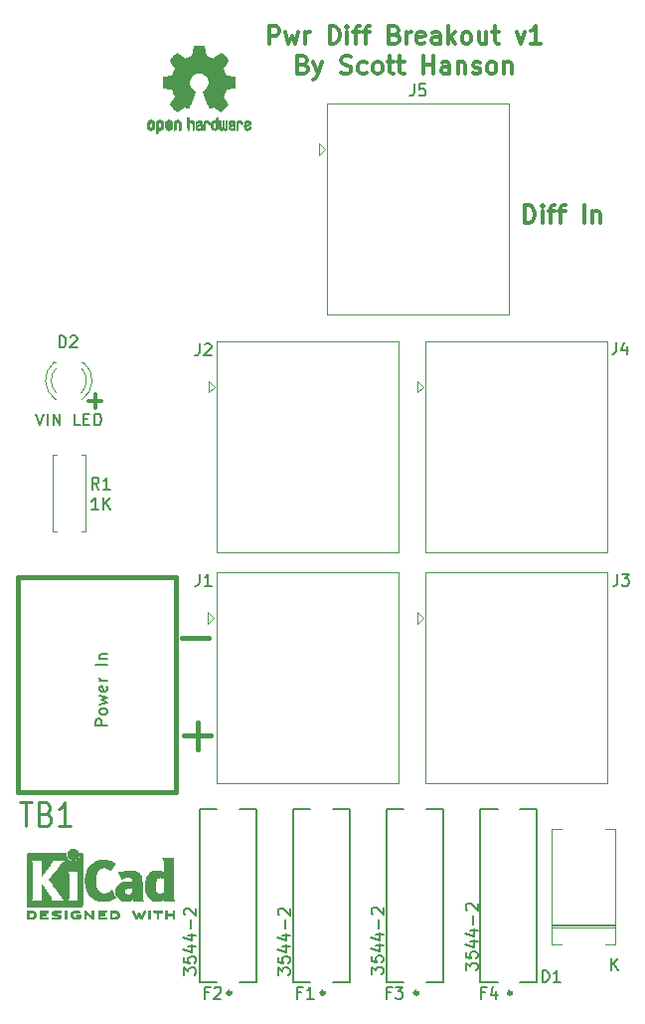
<source format=gbr>
G04 #@! TF.GenerationSoftware,KiCad,Pcbnew,(5.1.5)-3*
G04 #@! TF.CreationDate,2020-04-19T01:43:58-04:00*
G04 #@! TF.ProjectId,Pwr_Diff_Breakout,5077725f-4469-4666-965f-427265616b6f,v1*
G04 #@! TF.SameCoordinates,Original*
G04 #@! TF.FileFunction,Legend,Top*
G04 #@! TF.FilePolarity,Positive*
%FSLAX46Y46*%
G04 Gerber Fmt 4.6, Leading zero omitted, Abs format (unit mm)*
G04 Created by KiCad (PCBNEW (5.1.5)-3) date 2020-04-19 01:43:58*
%MOMM*%
%LPD*%
G04 APERTURE LIST*
%ADD10C,0.300000*%
%ADD11C,0.400000*%
%ADD12C,0.120000*%
%ADD13C,0.381000*%
%ADD14C,0.010000*%
%ADD15C,0.127000*%
%ADD16C,0.150000*%
%ADD17C,0.254000*%
%ADD18C,0.152400*%
G04 APERTURE END LIST*
D10*
X114878714Y-87106371D02*
X114878714Y-85606371D01*
X115235857Y-85606371D01*
X115450142Y-85677800D01*
X115593000Y-85820657D01*
X115664428Y-85963514D01*
X115735857Y-86249228D01*
X115735857Y-86463514D01*
X115664428Y-86749228D01*
X115593000Y-86892085D01*
X115450142Y-87034942D01*
X115235857Y-87106371D01*
X114878714Y-87106371D01*
X116378714Y-87106371D02*
X116378714Y-86106371D01*
X116378714Y-85606371D02*
X116307285Y-85677800D01*
X116378714Y-85749228D01*
X116450142Y-85677800D01*
X116378714Y-85606371D01*
X116378714Y-85749228D01*
X116878714Y-86106371D02*
X117450142Y-86106371D01*
X117093000Y-87106371D02*
X117093000Y-85820657D01*
X117164428Y-85677800D01*
X117307285Y-85606371D01*
X117450142Y-85606371D01*
X117735857Y-86106371D02*
X118307285Y-86106371D01*
X117950142Y-87106371D02*
X117950142Y-85820657D01*
X118021571Y-85677800D01*
X118164428Y-85606371D01*
X118307285Y-85606371D01*
X119950142Y-87106371D02*
X119950142Y-85606371D01*
X120664428Y-86106371D02*
X120664428Y-87106371D01*
X120664428Y-86249228D02*
X120735857Y-86177800D01*
X120878714Y-86106371D01*
X121093000Y-86106371D01*
X121235857Y-86177800D01*
X121307285Y-86320657D01*
X121307285Y-87106371D01*
X78266142Y-102834228D02*
X78266142Y-101691371D01*
X78837571Y-102262800D02*
X77694714Y-102262800D01*
X93095285Y-71861371D02*
X93095285Y-70361371D01*
X93666714Y-70361371D01*
X93809571Y-70432800D01*
X93881000Y-70504228D01*
X93952428Y-70647085D01*
X93952428Y-70861371D01*
X93881000Y-71004228D01*
X93809571Y-71075657D01*
X93666714Y-71147085D01*
X93095285Y-71147085D01*
X94452428Y-70861371D02*
X94738142Y-71861371D01*
X95023857Y-71147085D01*
X95309571Y-71861371D01*
X95595285Y-70861371D01*
X96166714Y-71861371D02*
X96166714Y-70861371D01*
X96166714Y-71147085D02*
X96238142Y-71004228D01*
X96309571Y-70932800D01*
X96452428Y-70861371D01*
X96595285Y-70861371D01*
X98238142Y-71861371D02*
X98238142Y-70361371D01*
X98595285Y-70361371D01*
X98809571Y-70432800D01*
X98952428Y-70575657D01*
X99023857Y-70718514D01*
X99095285Y-71004228D01*
X99095285Y-71218514D01*
X99023857Y-71504228D01*
X98952428Y-71647085D01*
X98809571Y-71789942D01*
X98595285Y-71861371D01*
X98238142Y-71861371D01*
X99738142Y-71861371D02*
X99738142Y-70861371D01*
X99738142Y-70361371D02*
X99666714Y-70432800D01*
X99738142Y-70504228D01*
X99809571Y-70432800D01*
X99738142Y-70361371D01*
X99738142Y-70504228D01*
X100238142Y-70861371D02*
X100809571Y-70861371D01*
X100452428Y-71861371D02*
X100452428Y-70575657D01*
X100523857Y-70432800D01*
X100666714Y-70361371D01*
X100809571Y-70361371D01*
X101095285Y-70861371D02*
X101666714Y-70861371D01*
X101309571Y-71861371D02*
X101309571Y-70575657D01*
X101381000Y-70432800D01*
X101523857Y-70361371D01*
X101666714Y-70361371D01*
X103809571Y-71075657D02*
X104023857Y-71147085D01*
X104095285Y-71218514D01*
X104166714Y-71361371D01*
X104166714Y-71575657D01*
X104095285Y-71718514D01*
X104023857Y-71789942D01*
X103881000Y-71861371D01*
X103309571Y-71861371D01*
X103309571Y-70361371D01*
X103809571Y-70361371D01*
X103952428Y-70432800D01*
X104023857Y-70504228D01*
X104095285Y-70647085D01*
X104095285Y-70789942D01*
X104023857Y-70932800D01*
X103952428Y-71004228D01*
X103809571Y-71075657D01*
X103309571Y-71075657D01*
X104809571Y-71861371D02*
X104809571Y-70861371D01*
X104809571Y-71147085D02*
X104881000Y-71004228D01*
X104952428Y-70932800D01*
X105095285Y-70861371D01*
X105238142Y-70861371D01*
X106309571Y-71789942D02*
X106166714Y-71861371D01*
X105881000Y-71861371D01*
X105738142Y-71789942D01*
X105666714Y-71647085D01*
X105666714Y-71075657D01*
X105738142Y-70932800D01*
X105881000Y-70861371D01*
X106166714Y-70861371D01*
X106309571Y-70932800D01*
X106381000Y-71075657D01*
X106381000Y-71218514D01*
X105666714Y-71361371D01*
X107666714Y-71861371D02*
X107666714Y-71075657D01*
X107595285Y-70932800D01*
X107452428Y-70861371D01*
X107166714Y-70861371D01*
X107023857Y-70932800D01*
X107666714Y-71789942D02*
X107523857Y-71861371D01*
X107166714Y-71861371D01*
X107023857Y-71789942D01*
X106952428Y-71647085D01*
X106952428Y-71504228D01*
X107023857Y-71361371D01*
X107166714Y-71289942D01*
X107523857Y-71289942D01*
X107666714Y-71218514D01*
X108380999Y-71861371D02*
X108380999Y-70361371D01*
X108523857Y-71289942D02*
X108952428Y-71861371D01*
X108952428Y-70861371D02*
X108380999Y-71432800D01*
X109809571Y-71861371D02*
X109666714Y-71789942D01*
X109595285Y-71718514D01*
X109523857Y-71575657D01*
X109523857Y-71147085D01*
X109595285Y-71004228D01*
X109666714Y-70932800D01*
X109809571Y-70861371D01*
X110023857Y-70861371D01*
X110166714Y-70932800D01*
X110238142Y-71004228D01*
X110309571Y-71147085D01*
X110309571Y-71575657D01*
X110238142Y-71718514D01*
X110166714Y-71789942D01*
X110023857Y-71861371D01*
X109809571Y-71861371D01*
X111595285Y-70861371D02*
X111595285Y-71861371D01*
X110952428Y-70861371D02*
X110952428Y-71647085D01*
X111023857Y-71789942D01*
X111166714Y-71861371D01*
X111381000Y-71861371D01*
X111523857Y-71789942D01*
X111595285Y-71718514D01*
X112095285Y-70861371D02*
X112666714Y-70861371D01*
X112309571Y-70361371D02*
X112309571Y-71647085D01*
X112381000Y-71789942D01*
X112523857Y-71861371D01*
X112666714Y-71861371D01*
X114166714Y-70861371D02*
X114523857Y-71861371D01*
X114881000Y-70861371D01*
X116238142Y-71861371D02*
X115381000Y-71861371D01*
X115809571Y-71861371D02*
X115809571Y-70361371D01*
X115666714Y-70575657D01*
X115523857Y-70718514D01*
X115381000Y-70789942D01*
X96023857Y-73625657D02*
X96238142Y-73697085D01*
X96309571Y-73768514D01*
X96381000Y-73911371D01*
X96381000Y-74125657D01*
X96309571Y-74268514D01*
X96238142Y-74339942D01*
X96095285Y-74411371D01*
X95523857Y-74411371D01*
X95523857Y-72911371D01*
X96023857Y-72911371D01*
X96166714Y-72982800D01*
X96238142Y-73054228D01*
X96309571Y-73197085D01*
X96309571Y-73339942D01*
X96238142Y-73482800D01*
X96166714Y-73554228D01*
X96023857Y-73625657D01*
X95523857Y-73625657D01*
X96881000Y-73411371D02*
X97238142Y-74411371D01*
X97595285Y-73411371D02*
X97238142Y-74411371D01*
X97095285Y-74768514D01*
X97023857Y-74839942D01*
X96881000Y-74911371D01*
X99238142Y-74339942D02*
X99452428Y-74411371D01*
X99809571Y-74411371D01*
X99952428Y-74339942D01*
X100023857Y-74268514D01*
X100095285Y-74125657D01*
X100095285Y-73982800D01*
X100023857Y-73839942D01*
X99952428Y-73768514D01*
X99809571Y-73697085D01*
X99523857Y-73625657D01*
X99381000Y-73554228D01*
X99309571Y-73482800D01*
X99238142Y-73339942D01*
X99238142Y-73197085D01*
X99309571Y-73054228D01*
X99381000Y-72982800D01*
X99523857Y-72911371D01*
X99881000Y-72911371D01*
X100095285Y-72982800D01*
X101381000Y-74339942D02*
X101238142Y-74411371D01*
X100952428Y-74411371D01*
X100809571Y-74339942D01*
X100738142Y-74268514D01*
X100666714Y-74125657D01*
X100666714Y-73697085D01*
X100738142Y-73554228D01*
X100809571Y-73482800D01*
X100952428Y-73411371D01*
X101238142Y-73411371D01*
X101381000Y-73482800D01*
X102238142Y-74411371D02*
X102095285Y-74339942D01*
X102023857Y-74268514D01*
X101952428Y-74125657D01*
X101952428Y-73697085D01*
X102023857Y-73554228D01*
X102095285Y-73482800D01*
X102238142Y-73411371D01*
X102452428Y-73411371D01*
X102595285Y-73482800D01*
X102666714Y-73554228D01*
X102738142Y-73697085D01*
X102738142Y-74125657D01*
X102666714Y-74268514D01*
X102595285Y-74339942D01*
X102452428Y-74411371D01*
X102238142Y-74411371D01*
X103166714Y-73411371D02*
X103738142Y-73411371D01*
X103381000Y-72911371D02*
X103381000Y-74197085D01*
X103452428Y-74339942D01*
X103595285Y-74411371D01*
X103738142Y-74411371D01*
X104023857Y-73411371D02*
X104595285Y-73411371D01*
X104238142Y-72911371D02*
X104238142Y-74197085D01*
X104309571Y-74339942D01*
X104452428Y-74411371D01*
X104595285Y-74411371D01*
X106238142Y-74411371D02*
X106238142Y-72911371D01*
X106238142Y-73625657D02*
X107095285Y-73625657D01*
X107095285Y-74411371D02*
X107095285Y-72911371D01*
X108452428Y-74411371D02*
X108452428Y-73625657D01*
X108381000Y-73482800D01*
X108238142Y-73411371D01*
X107952428Y-73411371D01*
X107809571Y-73482800D01*
X108452428Y-74339942D02*
X108309571Y-74411371D01*
X107952428Y-74411371D01*
X107809571Y-74339942D01*
X107738142Y-74197085D01*
X107738142Y-74054228D01*
X107809571Y-73911371D01*
X107952428Y-73839942D01*
X108309571Y-73839942D01*
X108452428Y-73768514D01*
X109166714Y-73411371D02*
X109166714Y-74411371D01*
X109166714Y-73554228D02*
X109238142Y-73482800D01*
X109381000Y-73411371D01*
X109595285Y-73411371D01*
X109738142Y-73482800D01*
X109809571Y-73625657D01*
X109809571Y-74411371D01*
X110452428Y-74339942D02*
X110595285Y-74411371D01*
X110881000Y-74411371D01*
X111023857Y-74339942D01*
X111095285Y-74197085D01*
X111095285Y-74125657D01*
X111023857Y-73982800D01*
X110881000Y-73911371D01*
X110666714Y-73911371D01*
X110523857Y-73839942D01*
X110452428Y-73697085D01*
X110452428Y-73625657D01*
X110523857Y-73482800D01*
X110666714Y-73411371D01*
X110881000Y-73411371D01*
X111023857Y-73482800D01*
X111952428Y-74411371D02*
X111809571Y-74339942D01*
X111738142Y-74268514D01*
X111666714Y-74125657D01*
X111666714Y-73697085D01*
X111738142Y-73554228D01*
X111809571Y-73482800D01*
X111952428Y-73411371D01*
X112166714Y-73411371D01*
X112309571Y-73482800D01*
X112381000Y-73554228D01*
X112452428Y-73697085D01*
X112452428Y-74125657D01*
X112381000Y-74268514D01*
X112309571Y-74339942D01*
X112166714Y-74411371D01*
X111952428Y-74411371D01*
X113095285Y-73411371D02*
X113095285Y-74411371D01*
X113095285Y-73554228D02*
X113166714Y-73482800D01*
X113309571Y-73411371D01*
X113523857Y-73411371D01*
X113666714Y-73482800D01*
X113738142Y-73625657D01*
X113738142Y-74411371D01*
D11*
X85858142Y-130732085D02*
X88143857Y-130732085D01*
X87001000Y-131874942D02*
X87001000Y-129589228D01*
X85658142Y-122432085D02*
X87943857Y-122432085D01*
D12*
X98014000Y-76959800D02*
X98014000Y-94919800D01*
X113534000Y-76959800D02*
X98014000Y-76959800D01*
X113534000Y-76959800D02*
X113534000Y-94919800D01*
X98014000Y-94919800D02*
X113534000Y-94919800D01*
X97829000Y-80839800D02*
X97329000Y-80339800D01*
X97329000Y-80339800D02*
X97329000Y-81339800D01*
X97329000Y-81339800D02*
X97829000Y-80839800D01*
D13*
X85132000Y-135561800D02*
X71670000Y-135561800D01*
X85132000Y-117273800D02*
X71670000Y-117273800D01*
X71670000Y-117273800D02*
X71670000Y-135561800D01*
X85132000Y-117273800D02*
X85132000Y-135561800D01*
D14*
G36*
X84951823Y-145598333D02*
G01*
X84983202Y-145620576D01*
X85010911Y-145648285D01*
X85010911Y-145957720D01*
X85010838Y-146049599D01*
X85010495Y-146121640D01*
X85009692Y-146176580D01*
X85008241Y-146217160D01*
X85005952Y-146246117D01*
X85002636Y-146266191D01*
X84998105Y-146280121D01*
X84992169Y-146290645D01*
X84987514Y-146296900D01*
X84956783Y-146321473D01*
X84921496Y-146324141D01*
X84889245Y-146309071D01*
X84878588Y-146300174D01*
X84871464Y-146288357D01*
X84867167Y-146269326D01*
X84864991Y-146238792D01*
X84864228Y-146192462D01*
X84864155Y-146156671D01*
X84864155Y-146021845D01*
X84367444Y-146021845D01*
X84367444Y-146144500D01*
X84366931Y-146200587D01*
X84364876Y-146239133D01*
X84360508Y-146265161D01*
X84353056Y-146283697D01*
X84344047Y-146296900D01*
X84313144Y-146321404D01*
X84278196Y-146324306D01*
X84244738Y-146306889D01*
X84235604Y-146297759D01*
X84229152Y-146285655D01*
X84224897Y-146266801D01*
X84222352Y-146237420D01*
X84221029Y-146193737D01*
X84220443Y-146131975D01*
X84220375Y-146117800D01*
X84219891Y-146001431D01*
X84219641Y-145905527D01*
X84219723Y-145827977D01*
X84220231Y-145766669D01*
X84221262Y-145719490D01*
X84222913Y-145684330D01*
X84225279Y-145659076D01*
X84228457Y-145641617D01*
X84232544Y-145629841D01*
X84237634Y-145621635D01*
X84243266Y-145615445D01*
X84275128Y-145595644D01*
X84308357Y-145598333D01*
X84339735Y-145620576D01*
X84352433Y-145634926D01*
X84360526Y-145650778D01*
X84365042Y-145673354D01*
X84367006Y-145707878D01*
X84367444Y-145759576D01*
X84367444Y-145875089D01*
X84864155Y-145875089D01*
X84864155Y-145756556D01*
X84864662Y-145701948D01*
X84866698Y-145665075D01*
X84871035Y-145641107D01*
X84878447Y-145625215D01*
X84886733Y-145615445D01*
X84918594Y-145595644D01*
X84951823Y-145598333D01*
G37*
X84951823Y-145598333D02*
X84983202Y-145620576D01*
X85010911Y-145648285D01*
X85010911Y-145957720D01*
X85010838Y-146049599D01*
X85010495Y-146121640D01*
X85009692Y-146176580D01*
X85008241Y-146217160D01*
X85005952Y-146246117D01*
X85002636Y-146266191D01*
X84998105Y-146280121D01*
X84992169Y-146290645D01*
X84987514Y-146296900D01*
X84956783Y-146321473D01*
X84921496Y-146324141D01*
X84889245Y-146309071D01*
X84878588Y-146300174D01*
X84871464Y-146288357D01*
X84867167Y-146269326D01*
X84864991Y-146238792D01*
X84864228Y-146192462D01*
X84864155Y-146156671D01*
X84864155Y-146021845D01*
X84367444Y-146021845D01*
X84367444Y-146144500D01*
X84366931Y-146200587D01*
X84364876Y-146239133D01*
X84360508Y-146265161D01*
X84353056Y-146283697D01*
X84344047Y-146296900D01*
X84313144Y-146321404D01*
X84278196Y-146324306D01*
X84244738Y-146306889D01*
X84235604Y-146297759D01*
X84229152Y-146285655D01*
X84224897Y-146266801D01*
X84222352Y-146237420D01*
X84221029Y-146193737D01*
X84220443Y-146131975D01*
X84220375Y-146117800D01*
X84219891Y-146001431D01*
X84219641Y-145905527D01*
X84219723Y-145827977D01*
X84220231Y-145766669D01*
X84221262Y-145719490D01*
X84222913Y-145684330D01*
X84225279Y-145659076D01*
X84228457Y-145641617D01*
X84232544Y-145629841D01*
X84237634Y-145621635D01*
X84243266Y-145615445D01*
X84275128Y-145595644D01*
X84308357Y-145598333D01*
X84339735Y-145620576D01*
X84352433Y-145634926D01*
X84360526Y-145650778D01*
X84365042Y-145673354D01*
X84367006Y-145707878D01*
X84367444Y-145759576D01*
X84367444Y-145875089D01*
X84864155Y-145875089D01*
X84864155Y-145756556D01*
X84864662Y-145701948D01*
X84866698Y-145665075D01*
X84871035Y-145641107D01*
X84878447Y-145625215D01*
X84886733Y-145615445D01*
X84918594Y-145595644D01*
X84951823Y-145598333D01*
G36*
X83686065Y-145592963D02*
G01*
X83764772Y-145593342D01*
X83825863Y-145594133D01*
X83871817Y-145595470D01*
X83905114Y-145597483D01*
X83928236Y-145600306D01*
X83943662Y-145604069D01*
X83953871Y-145608905D01*
X83958813Y-145612622D01*
X83984457Y-145645158D01*
X83987559Y-145678938D01*
X83971711Y-145709626D01*
X83961348Y-145721889D01*
X83950196Y-145730250D01*
X83934035Y-145735457D01*
X83908642Y-145738257D01*
X83869798Y-145739396D01*
X83813280Y-145739621D01*
X83802180Y-145739622D01*
X83656244Y-145739622D01*
X83656244Y-146010556D01*
X83656148Y-146095954D01*
X83655711Y-146161664D01*
X83654712Y-146210574D01*
X83652928Y-146245573D01*
X83650137Y-146269549D01*
X83646117Y-146285393D01*
X83640645Y-146295991D01*
X83633666Y-146304067D01*
X83600734Y-146323912D01*
X83566354Y-146322348D01*
X83535176Y-146299706D01*
X83532886Y-146296900D01*
X83525429Y-146286292D01*
X83519747Y-146273881D01*
X83515601Y-146256650D01*
X83512750Y-146231584D01*
X83510954Y-146195667D01*
X83509972Y-146145883D01*
X83509564Y-146079217D01*
X83509489Y-146003389D01*
X83509489Y-145739622D01*
X83370127Y-145739622D01*
X83310322Y-145739218D01*
X83268918Y-145737640D01*
X83241748Y-145734347D01*
X83224646Y-145728792D01*
X83213443Y-145720431D01*
X83212083Y-145718978D01*
X83195725Y-145685739D01*
X83197172Y-145648162D01*
X83215978Y-145615445D01*
X83223250Y-145609098D01*
X83232627Y-145604066D01*
X83246609Y-145600196D01*
X83267696Y-145597337D01*
X83298389Y-145595335D01*
X83341189Y-145594039D01*
X83398595Y-145593298D01*
X83473110Y-145592958D01*
X83567233Y-145592868D01*
X83587260Y-145592867D01*
X83686065Y-145592963D01*
G37*
X83686065Y-145592963D02*
X83764772Y-145593342D01*
X83825863Y-145594133D01*
X83871817Y-145595470D01*
X83905114Y-145597483D01*
X83928236Y-145600306D01*
X83943662Y-145604069D01*
X83953871Y-145608905D01*
X83958813Y-145612622D01*
X83984457Y-145645158D01*
X83987559Y-145678938D01*
X83971711Y-145709626D01*
X83961348Y-145721889D01*
X83950196Y-145730250D01*
X83934035Y-145735457D01*
X83908642Y-145738257D01*
X83869798Y-145739396D01*
X83813280Y-145739621D01*
X83802180Y-145739622D01*
X83656244Y-145739622D01*
X83656244Y-146010556D01*
X83656148Y-146095954D01*
X83655711Y-146161664D01*
X83654712Y-146210574D01*
X83652928Y-146245573D01*
X83650137Y-146269549D01*
X83646117Y-146285393D01*
X83640645Y-146295991D01*
X83633666Y-146304067D01*
X83600734Y-146323912D01*
X83566354Y-146322348D01*
X83535176Y-146299706D01*
X83532886Y-146296900D01*
X83525429Y-146286292D01*
X83519747Y-146273881D01*
X83515601Y-146256650D01*
X83512750Y-146231584D01*
X83510954Y-146195667D01*
X83509972Y-146145883D01*
X83509564Y-146079217D01*
X83509489Y-146003389D01*
X83509489Y-145739622D01*
X83370127Y-145739622D01*
X83310322Y-145739218D01*
X83268918Y-145737640D01*
X83241748Y-145734347D01*
X83224646Y-145728792D01*
X83213443Y-145720431D01*
X83212083Y-145718978D01*
X83195725Y-145685739D01*
X83197172Y-145648162D01*
X83215978Y-145615445D01*
X83223250Y-145609098D01*
X83232627Y-145604066D01*
X83246609Y-145600196D01*
X83267696Y-145597337D01*
X83298389Y-145595335D01*
X83341189Y-145594039D01*
X83398595Y-145593298D01*
X83473110Y-145592958D01*
X83567233Y-145592868D01*
X83587260Y-145592867D01*
X83686065Y-145592963D01*
G36*
X82911614Y-145599677D02*
G01*
X82935327Y-145614447D01*
X82961978Y-145636027D01*
X82961978Y-145957573D01*
X82961893Y-146051630D01*
X82961529Y-146125732D01*
X82960724Y-146182504D01*
X82959313Y-146224568D01*
X82957133Y-146254548D01*
X82954021Y-146275067D01*
X82949814Y-146288749D01*
X82944348Y-146298216D01*
X82940472Y-146302882D01*
X82909034Y-146323375D01*
X82873233Y-146322539D01*
X82841873Y-146305064D01*
X82815222Y-146283484D01*
X82815222Y-145636027D01*
X82841873Y-145614447D01*
X82867594Y-145598749D01*
X82888600Y-145592867D01*
X82911614Y-145599677D01*
G37*
X82911614Y-145599677D02*
X82935327Y-145614447D01*
X82961978Y-145636027D01*
X82961978Y-145957573D01*
X82961893Y-146051630D01*
X82961529Y-146125732D01*
X82960724Y-146182504D01*
X82959313Y-146224568D01*
X82957133Y-146254548D01*
X82954021Y-146275067D01*
X82949814Y-146288749D01*
X82944348Y-146298216D01*
X82940472Y-146302882D01*
X82909034Y-146323375D01*
X82873233Y-146322539D01*
X82841873Y-146305064D01*
X82815222Y-146283484D01*
X82815222Y-145636027D01*
X82841873Y-145614447D01*
X82867594Y-145598749D01*
X82888600Y-145592867D01*
X82911614Y-145599677D01*
G36*
X82467665Y-145594834D02*
G01*
X82487255Y-145601835D01*
X82488010Y-145602177D01*
X82514613Y-145622478D01*
X82529270Y-145643361D01*
X82532138Y-145653152D01*
X82531996Y-145666161D01*
X82527961Y-145684695D01*
X82519146Y-145711057D01*
X82504669Y-145747552D01*
X82483645Y-145796487D01*
X82455188Y-145860165D01*
X82418415Y-145940893D01*
X82398175Y-145985016D01*
X82361625Y-146063785D01*
X82327315Y-146136223D01*
X82296552Y-146199680D01*
X82270648Y-146251508D01*
X82250910Y-146289059D01*
X82238650Y-146309684D01*
X82236224Y-146312533D01*
X82205183Y-146325102D01*
X82170121Y-146323419D01*
X82142000Y-146308132D01*
X82140854Y-146306889D01*
X82129668Y-146289954D01*
X82110904Y-146256970D01*
X82086875Y-146212180D01*
X82059897Y-146159832D01*
X82050201Y-146140542D01*
X81977014Y-145993950D01*
X81897240Y-146153193D01*
X81868767Y-146208215D01*
X81842350Y-146255932D01*
X81820148Y-146292693D01*
X81804319Y-146314844D01*
X81798954Y-146319541D01*
X81757257Y-146325902D01*
X81722849Y-146312533D01*
X81712728Y-146298246D01*
X81695214Y-146266492D01*
X81671735Y-146220397D01*
X81643720Y-146163085D01*
X81612599Y-146097680D01*
X81579799Y-146027307D01*
X81546750Y-145955091D01*
X81514881Y-145884155D01*
X81485619Y-145817625D01*
X81460395Y-145758626D01*
X81440636Y-145710281D01*
X81427772Y-145675715D01*
X81423231Y-145658053D01*
X81423277Y-145657413D01*
X81434326Y-145635188D01*
X81456410Y-145612553D01*
X81457710Y-145611568D01*
X81484853Y-145596225D01*
X81509958Y-145596374D01*
X81519368Y-145599266D01*
X81530834Y-145605518D01*
X81543010Y-145617814D01*
X81557357Y-145638708D01*
X81575336Y-145670749D01*
X81598407Y-145716488D01*
X81628030Y-145778477D01*
X81654745Y-145835698D01*
X81685480Y-145902026D01*
X81713021Y-145961674D01*
X81735938Y-146011525D01*
X81752798Y-146048464D01*
X81762173Y-146069373D01*
X81763540Y-146072645D01*
X81769689Y-146067297D01*
X81783822Y-146044909D01*
X81804057Y-146008746D01*
X81828515Y-145962077D01*
X81838248Y-145942822D01*
X81871217Y-145877804D01*
X81896643Y-145830454D01*
X81916612Y-145798019D01*
X81933210Y-145777746D01*
X81948524Y-145766882D01*
X81964640Y-145762675D01*
X81975143Y-145762200D01*
X81993670Y-145763842D01*
X82009904Y-145770631D01*
X82026035Y-145785366D01*
X82044251Y-145810844D01*
X82066739Y-145849861D01*
X82095689Y-145905214D01*
X82111662Y-145936703D01*
X82137570Y-145986887D01*
X82160167Y-146028504D01*
X82177458Y-146058042D01*
X82187450Y-146071989D01*
X82188809Y-146072570D01*
X82195261Y-146061593D01*
X82209708Y-146033090D01*
X82230703Y-145990044D01*
X82256797Y-145935438D01*
X82286546Y-145872254D01*
X82301180Y-145840871D01*
X82339250Y-145759878D01*
X82369905Y-145697556D01*
X82394737Y-145651871D01*
X82415337Y-145620789D01*
X82433298Y-145602278D01*
X82450210Y-145594304D01*
X82467665Y-145594834D01*
G37*
X82467665Y-145594834D02*
X82487255Y-145601835D01*
X82488010Y-145602177D01*
X82514613Y-145622478D01*
X82529270Y-145643361D01*
X82532138Y-145653152D01*
X82531996Y-145666161D01*
X82527961Y-145684695D01*
X82519146Y-145711057D01*
X82504669Y-145747552D01*
X82483645Y-145796487D01*
X82455188Y-145860165D01*
X82418415Y-145940893D01*
X82398175Y-145985016D01*
X82361625Y-146063785D01*
X82327315Y-146136223D01*
X82296552Y-146199680D01*
X82270648Y-146251508D01*
X82250910Y-146289059D01*
X82238650Y-146309684D01*
X82236224Y-146312533D01*
X82205183Y-146325102D01*
X82170121Y-146323419D01*
X82142000Y-146308132D01*
X82140854Y-146306889D01*
X82129668Y-146289954D01*
X82110904Y-146256970D01*
X82086875Y-146212180D01*
X82059897Y-146159832D01*
X82050201Y-146140542D01*
X81977014Y-145993950D01*
X81897240Y-146153193D01*
X81868767Y-146208215D01*
X81842350Y-146255932D01*
X81820148Y-146292693D01*
X81804319Y-146314844D01*
X81798954Y-146319541D01*
X81757257Y-146325902D01*
X81722849Y-146312533D01*
X81712728Y-146298246D01*
X81695214Y-146266492D01*
X81671735Y-146220397D01*
X81643720Y-146163085D01*
X81612599Y-146097680D01*
X81579799Y-146027307D01*
X81546750Y-145955091D01*
X81514881Y-145884155D01*
X81485619Y-145817625D01*
X81460395Y-145758626D01*
X81440636Y-145710281D01*
X81427772Y-145675715D01*
X81423231Y-145658053D01*
X81423277Y-145657413D01*
X81434326Y-145635188D01*
X81456410Y-145612553D01*
X81457710Y-145611568D01*
X81484853Y-145596225D01*
X81509958Y-145596374D01*
X81519368Y-145599266D01*
X81530834Y-145605518D01*
X81543010Y-145617814D01*
X81557357Y-145638708D01*
X81575336Y-145670749D01*
X81598407Y-145716488D01*
X81628030Y-145778477D01*
X81654745Y-145835698D01*
X81685480Y-145902026D01*
X81713021Y-145961674D01*
X81735938Y-146011525D01*
X81752798Y-146048464D01*
X81762173Y-146069373D01*
X81763540Y-146072645D01*
X81769689Y-146067297D01*
X81783822Y-146044909D01*
X81804057Y-146008746D01*
X81828515Y-145962077D01*
X81838248Y-145942822D01*
X81871217Y-145877804D01*
X81896643Y-145830454D01*
X81916612Y-145798019D01*
X81933210Y-145777746D01*
X81948524Y-145766882D01*
X81964640Y-145762675D01*
X81975143Y-145762200D01*
X81993670Y-145763842D01*
X82009904Y-145770631D01*
X82026035Y-145785366D01*
X82044251Y-145810844D01*
X82066739Y-145849861D01*
X82095689Y-145905214D01*
X82111662Y-145936703D01*
X82137570Y-145986887D01*
X82160167Y-146028504D01*
X82177458Y-146058042D01*
X82187450Y-146071989D01*
X82188809Y-146072570D01*
X82195261Y-146061593D01*
X82209708Y-146033090D01*
X82230703Y-145990044D01*
X82256797Y-145935438D01*
X82286546Y-145872254D01*
X82301180Y-145840871D01*
X82339250Y-145759878D01*
X82369905Y-145697556D01*
X82394737Y-145651871D01*
X82415337Y-145620789D01*
X82433298Y-145602278D01*
X82450210Y-145594304D01*
X82467665Y-145594834D01*
G36*
X79741309Y-145593075D02*
G01*
X79870288Y-145597436D01*
X79979991Y-145610661D01*
X80072226Y-145633541D01*
X80148802Y-145666870D01*
X80211527Y-145711438D01*
X80262212Y-145768036D01*
X80302663Y-145837458D01*
X80303459Y-145839151D01*
X80327601Y-145901283D01*
X80336203Y-145956309D01*
X80329231Y-146011687D01*
X80306654Y-146074873D01*
X80302372Y-146084489D01*
X80273172Y-146140766D01*
X80240356Y-146184251D01*
X80198002Y-146221217D01*
X80140190Y-146257935D01*
X80136831Y-146259852D01*
X80086504Y-146284027D01*
X80029621Y-146302082D01*
X79962527Y-146314639D01*
X79881565Y-146322322D01*
X79783082Y-146325753D01*
X79748286Y-146326051D01*
X79582594Y-146326645D01*
X79559197Y-146296900D01*
X79552257Y-146287119D01*
X79546842Y-146275697D01*
X79542765Y-146259895D01*
X79539837Y-146236975D01*
X79537867Y-146204196D01*
X79537225Y-146179889D01*
X79693844Y-146179889D01*
X79787726Y-146179889D01*
X79842664Y-146178283D01*
X79899060Y-146174055D01*
X79945345Y-146168092D01*
X79948139Y-146167590D01*
X80030348Y-146145536D01*
X80094114Y-146112400D01*
X80141452Y-146066647D01*
X80174382Y-146006739D01*
X80180108Y-145990861D01*
X80185721Y-145966133D01*
X80183291Y-145941702D01*
X80171467Y-145909200D01*
X80164340Y-145893234D01*
X80141000Y-145850806D01*
X80112880Y-145821040D01*
X80081940Y-145800311D01*
X80019966Y-145773337D01*
X79940651Y-145753798D01*
X79848253Y-145742546D01*
X79781333Y-145740070D01*
X79693844Y-145739622D01*
X79693844Y-146179889D01*
X79537225Y-146179889D01*
X79536668Y-146158821D01*
X79536050Y-146098111D01*
X79535825Y-146019326D01*
X79535800Y-145957720D01*
X79535800Y-145648285D01*
X79563509Y-145620576D01*
X79575806Y-145609344D01*
X79589103Y-145601653D01*
X79607672Y-145596840D01*
X79635786Y-145594246D01*
X79677717Y-145593210D01*
X79737737Y-145593070D01*
X79741309Y-145593075D01*
G37*
X79741309Y-145593075D02*
X79870288Y-145597436D01*
X79979991Y-145610661D01*
X80072226Y-145633541D01*
X80148802Y-145666870D01*
X80211527Y-145711438D01*
X80262212Y-145768036D01*
X80302663Y-145837458D01*
X80303459Y-145839151D01*
X80327601Y-145901283D01*
X80336203Y-145956309D01*
X80329231Y-146011687D01*
X80306654Y-146074873D01*
X80302372Y-146084489D01*
X80273172Y-146140766D01*
X80240356Y-146184251D01*
X80198002Y-146221217D01*
X80140190Y-146257935D01*
X80136831Y-146259852D01*
X80086504Y-146284027D01*
X80029621Y-146302082D01*
X79962527Y-146314639D01*
X79881565Y-146322322D01*
X79783082Y-146325753D01*
X79748286Y-146326051D01*
X79582594Y-146326645D01*
X79559197Y-146296900D01*
X79552257Y-146287119D01*
X79546842Y-146275697D01*
X79542765Y-146259895D01*
X79539837Y-146236975D01*
X79537867Y-146204196D01*
X79537225Y-146179889D01*
X79693844Y-146179889D01*
X79787726Y-146179889D01*
X79842664Y-146178283D01*
X79899060Y-146174055D01*
X79945345Y-146168092D01*
X79948139Y-146167590D01*
X80030348Y-146145536D01*
X80094114Y-146112400D01*
X80141452Y-146066647D01*
X80174382Y-146006739D01*
X80180108Y-145990861D01*
X80185721Y-145966133D01*
X80183291Y-145941702D01*
X80171467Y-145909200D01*
X80164340Y-145893234D01*
X80141000Y-145850806D01*
X80112880Y-145821040D01*
X80081940Y-145800311D01*
X80019966Y-145773337D01*
X79940651Y-145753798D01*
X79848253Y-145742546D01*
X79781333Y-145740070D01*
X79693844Y-145739622D01*
X79693844Y-146179889D01*
X79537225Y-146179889D01*
X79536668Y-146158821D01*
X79536050Y-146098111D01*
X79535825Y-146019326D01*
X79535800Y-145957720D01*
X79535800Y-145648285D01*
X79563509Y-145620576D01*
X79575806Y-145609344D01*
X79589103Y-145601653D01*
X79607672Y-145596840D01*
X79635786Y-145594246D01*
X79677717Y-145593210D01*
X79737737Y-145593070D01*
X79741309Y-145593075D01*
G36*
X78953343Y-145593060D02*
G01*
X79029701Y-145593974D01*
X79088217Y-145596111D01*
X79131255Y-145599975D01*
X79161183Y-145606067D01*
X79180368Y-145614890D01*
X79191176Y-145626946D01*
X79195973Y-145642739D01*
X79197127Y-145662770D01*
X79197133Y-145665135D01*
X79196131Y-145687792D01*
X79191396Y-145705303D01*
X79180333Y-145718374D01*
X79160348Y-145727713D01*
X79128846Y-145734027D01*
X79083232Y-145738022D01*
X79020913Y-145740406D01*
X78939293Y-145741886D01*
X78914277Y-145742214D01*
X78672200Y-145745267D01*
X78668814Y-145810178D01*
X78665429Y-145875089D01*
X78833576Y-145875089D01*
X78899266Y-145875331D01*
X78946172Y-145876356D01*
X78978083Y-145878611D01*
X78998791Y-145882542D01*
X79012084Y-145888598D01*
X79021755Y-145897224D01*
X79021817Y-145897293D01*
X79039356Y-145930912D01*
X79038722Y-145967248D01*
X79020314Y-145998223D01*
X79016671Y-146001407D01*
X79003741Y-146009612D01*
X78986024Y-146015321D01*
X78959570Y-146018962D01*
X78920432Y-146020967D01*
X78864662Y-146021764D01*
X78828994Y-146021845D01*
X78666555Y-146021845D01*
X78666555Y-146179889D01*
X78913161Y-146179889D01*
X78994580Y-146180031D01*
X79056410Y-146180614D01*
X79101637Y-146181868D01*
X79133248Y-146184027D01*
X79154231Y-146187323D01*
X79167573Y-146191989D01*
X79176261Y-146198257D01*
X79178450Y-146200533D01*
X79194614Y-146232080D01*
X79195797Y-146267968D01*
X79182536Y-146299085D01*
X79172043Y-146309071D01*
X79161129Y-146314569D01*
X79144217Y-146318822D01*
X79118633Y-146321980D01*
X79081701Y-146324192D01*
X79030746Y-146325606D01*
X78963094Y-146326372D01*
X78876069Y-146326638D01*
X78856394Y-146326645D01*
X78767911Y-146326587D01*
X78699227Y-146326267D01*
X78647564Y-146325467D01*
X78610145Y-146323967D01*
X78584190Y-146321549D01*
X78566922Y-146317994D01*
X78555562Y-146313082D01*
X78547332Y-146306595D01*
X78542817Y-146301938D01*
X78536021Y-146293689D01*
X78530712Y-146283469D01*
X78526706Y-146268600D01*
X78523821Y-146246402D01*
X78521874Y-146214193D01*
X78520681Y-146169296D01*
X78520061Y-146109028D01*
X78519829Y-146030711D01*
X78519800Y-145964794D01*
X78519871Y-145872428D01*
X78520208Y-145799917D01*
X78520998Y-145744537D01*
X78522426Y-145703565D01*
X78524679Y-145674278D01*
X78527943Y-145653953D01*
X78532404Y-145639866D01*
X78538248Y-145629295D01*
X78543197Y-145622611D01*
X78566594Y-145592867D01*
X78856774Y-145592867D01*
X78953343Y-145593060D01*
G37*
X78953343Y-145593060D02*
X79029701Y-145593974D01*
X79088217Y-145596111D01*
X79131255Y-145599975D01*
X79161183Y-145606067D01*
X79180368Y-145614890D01*
X79191176Y-145626946D01*
X79195973Y-145642739D01*
X79197127Y-145662770D01*
X79197133Y-145665135D01*
X79196131Y-145687792D01*
X79191396Y-145705303D01*
X79180333Y-145718374D01*
X79160348Y-145727713D01*
X79128846Y-145734027D01*
X79083232Y-145738022D01*
X79020913Y-145740406D01*
X78939293Y-145741886D01*
X78914277Y-145742214D01*
X78672200Y-145745267D01*
X78668814Y-145810178D01*
X78665429Y-145875089D01*
X78833576Y-145875089D01*
X78899266Y-145875331D01*
X78946172Y-145876356D01*
X78978083Y-145878611D01*
X78998791Y-145882542D01*
X79012084Y-145888598D01*
X79021755Y-145897224D01*
X79021817Y-145897293D01*
X79039356Y-145930912D01*
X79038722Y-145967248D01*
X79020314Y-145998223D01*
X79016671Y-146001407D01*
X79003741Y-146009612D01*
X78986024Y-146015321D01*
X78959570Y-146018962D01*
X78920432Y-146020967D01*
X78864662Y-146021764D01*
X78828994Y-146021845D01*
X78666555Y-146021845D01*
X78666555Y-146179889D01*
X78913161Y-146179889D01*
X78994580Y-146180031D01*
X79056410Y-146180614D01*
X79101637Y-146181868D01*
X79133248Y-146184027D01*
X79154231Y-146187323D01*
X79167573Y-146191989D01*
X79176261Y-146198257D01*
X79178450Y-146200533D01*
X79194614Y-146232080D01*
X79195797Y-146267968D01*
X79182536Y-146299085D01*
X79172043Y-146309071D01*
X79161129Y-146314569D01*
X79144217Y-146318822D01*
X79118633Y-146321980D01*
X79081701Y-146324192D01*
X79030746Y-146325606D01*
X78963094Y-146326372D01*
X78876069Y-146326638D01*
X78856394Y-146326645D01*
X78767911Y-146326587D01*
X78699227Y-146326267D01*
X78647564Y-146325467D01*
X78610145Y-146323967D01*
X78584190Y-146321549D01*
X78566922Y-146317994D01*
X78555562Y-146313082D01*
X78547332Y-146306595D01*
X78542817Y-146301938D01*
X78536021Y-146293689D01*
X78530712Y-146283469D01*
X78526706Y-146268600D01*
X78523821Y-146246402D01*
X78521874Y-146214193D01*
X78520681Y-146169296D01*
X78520061Y-146109028D01*
X78519829Y-146030711D01*
X78519800Y-145964794D01*
X78519871Y-145872428D01*
X78520208Y-145799917D01*
X78520998Y-145744537D01*
X78522426Y-145703565D01*
X78524679Y-145674278D01*
X78527943Y-145653953D01*
X78532404Y-145639866D01*
X78538248Y-145629295D01*
X78543197Y-145622611D01*
X78566594Y-145592867D01*
X78856774Y-145592867D01*
X78953343Y-145593060D01*
G36*
X77422886Y-145597248D02*
G01*
X77446452Y-145611073D01*
X77477265Y-145633681D01*
X77516922Y-145666138D01*
X77567020Y-145709508D01*
X77629157Y-145764858D01*
X77704928Y-145833251D01*
X77791666Y-145911884D01*
X77972289Y-146075678D01*
X77977933Y-145855829D01*
X77979971Y-145780151D01*
X77981937Y-145723794D01*
X77984266Y-145683506D01*
X77987394Y-145656035D01*
X77991755Y-145638129D01*
X77997784Y-145626537D01*
X78005916Y-145618008D01*
X78010228Y-145614423D01*
X78044759Y-145595470D01*
X78077617Y-145598241D01*
X78103682Y-145614433D01*
X78130333Y-145635999D01*
X78133648Y-145950951D01*
X78134565Y-146043579D01*
X78135032Y-146116344D01*
X78134887Y-146171961D01*
X78133968Y-146213142D01*
X78132113Y-146242603D01*
X78129161Y-146263055D01*
X78124950Y-146277213D01*
X78119318Y-146287791D01*
X78113073Y-146296274D01*
X78099561Y-146312007D01*
X78086117Y-146322436D01*
X78070876Y-146326439D01*
X78051974Y-146322894D01*
X78027545Y-146310679D01*
X77995727Y-146288671D01*
X77954652Y-146255749D01*
X77902458Y-146210791D01*
X77837278Y-146152675D01*
X77763444Y-146085899D01*
X77498155Y-145845258D01*
X77492511Y-146064389D01*
X77490469Y-146139928D01*
X77488498Y-146196154D01*
X77486161Y-146236324D01*
X77483019Y-146263696D01*
X77478636Y-146281528D01*
X77472576Y-146293079D01*
X77464400Y-146301607D01*
X77460216Y-146305082D01*
X77423235Y-146324172D01*
X77388292Y-146321293D01*
X77357864Y-146296900D01*
X77350903Y-146287086D01*
X77345477Y-146275626D01*
X77341397Y-146259768D01*
X77338471Y-146236763D01*
X77336508Y-146203862D01*
X77335317Y-146158316D01*
X77334708Y-146097373D01*
X77334489Y-146018286D01*
X77334466Y-145959756D01*
X77334540Y-145868207D01*
X77334887Y-145796487D01*
X77335699Y-145741845D01*
X77337167Y-145701532D01*
X77339481Y-145672798D01*
X77342833Y-145652893D01*
X77347412Y-145639068D01*
X77353411Y-145628572D01*
X77357864Y-145622611D01*
X77369150Y-145608491D01*
X77379699Y-145597829D01*
X77391107Y-145591692D01*
X77404970Y-145591143D01*
X77422886Y-145597248D01*
G37*
X77422886Y-145597248D02*
X77446452Y-145611073D01*
X77477265Y-145633681D01*
X77516922Y-145666138D01*
X77567020Y-145709508D01*
X77629157Y-145764858D01*
X77704928Y-145833251D01*
X77791666Y-145911884D01*
X77972289Y-146075678D01*
X77977933Y-145855829D01*
X77979971Y-145780151D01*
X77981937Y-145723794D01*
X77984266Y-145683506D01*
X77987394Y-145656035D01*
X77991755Y-145638129D01*
X77997784Y-145626537D01*
X78005916Y-145618008D01*
X78010228Y-145614423D01*
X78044759Y-145595470D01*
X78077617Y-145598241D01*
X78103682Y-145614433D01*
X78130333Y-145635999D01*
X78133648Y-145950951D01*
X78134565Y-146043579D01*
X78135032Y-146116344D01*
X78134887Y-146171961D01*
X78133968Y-146213142D01*
X78132113Y-146242603D01*
X78129161Y-146263055D01*
X78124950Y-146277213D01*
X78119318Y-146287791D01*
X78113073Y-146296274D01*
X78099561Y-146312007D01*
X78086117Y-146322436D01*
X78070876Y-146326439D01*
X78051974Y-146322894D01*
X78027545Y-146310679D01*
X77995727Y-146288671D01*
X77954652Y-146255749D01*
X77902458Y-146210791D01*
X77837278Y-146152675D01*
X77763444Y-146085899D01*
X77498155Y-145845258D01*
X77492511Y-146064389D01*
X77490469Y-146139928D01*
X77488498Y-146196154D01*
X77486161Y-146236324D01*
X77483019Y-146263696D01*
X77478636Y-146281528D01*
X77472576Y-146293079D01*
X77464400Y-146301607D01*
X77460216Y-146305082D01*
X77423235Y-146324172D01*
X77388292Y-146321293D01*
X77357864Y-146296900D01*
X77350903Y-146287086D01*
X77345477Y-146275626D01*
X77341397Y-146259768D01*
X77338471Y-146236763D01*
X77336508Y-146203862D01*
X77335317Y-146158316D01*
X77334708Y-146097373D01*
X77334489Y-146018286D01*
X77334466Y-145959756D01*
X77334540Y-145868207D01*
X77334887Y-145796487D01*
X77335699Y-145741845D01*
X77337167Y-145701532D01*
X77339481Y-145672798D01*
X77342833Y-145652893D01*
X77347412Y-145639068D01*
X77353411Y-145628572D01*
X77357864Y-145622611D01*
X77369150Y-145608491D01*
X77379699Y-145597829D01*
X77391107Y-145591692D01*
X77404970Y-145591143D01*
X77422886Y-145597248D01*
G36*
X76772919Y-145598399D02*
G01*
X76841435Y-145609895D01*
X76894057Y-145627767D01*
X76928292Y-145651299D01*
X76937621Y-145664724D01*
X76947107Y-145695948D01*
X76940723Y-145724195D01*
X76920570Y-145750982D01*
X76889255Y-145763513D01*
X76843817Y-145762496D01*
X76808674Y-145755706D01*
X76730581Y-145742771D01*
X76650774Y-145741542D01*
X76561445Y-145752041D01*
X76536771Y-145756490D01*
X76453709Y-145779908D01*
X76388727Y-145814745D01*
X76342539Y-145860404D01*
X76315855Y-145916294D01*
X76310337Y-145945188D01*
X76313949Y-146003812D01*
X76337271Y-146055679D01*
X76378176Y-146099778D01*
X76434541Y-146135099D01*
X76504240Y-146160629D01*
X76585148Y-146175359D01*
X76675140Y-146178278D01*
X76772090Y-146168375D01*
X76777564Y-146167441D01*
X76816125Y-146160259D01*
X76837506Y-146153321D01*
X76846773Y-146143027D01*
X76848994Y-146125776D01*
X76849044Y-146116641D01*
X76849044Y-146078289D01*
X76780569Y-146078289D01*
X76720100Y-146074147D01*
X76678835Y-146060947D01*
X76654825Y-146037530D01*
X76646123Y-146002736D01*
X76646017Y-145998194D01*
X76651108Y-145968454D01*
X76668567Y-145947219D01*
X76701061Y-145933166D01*
X76751257Y-145924973D01*
X76799877Y-145921961D01*
X76870544Y-145920233D01*
X76921802Y-145922870D01*
X76956761Y-145932600D01*
X76978530Y-145952153D01*
X76990220Y-145984256D01*
X76994940Y-146031638D01*
X76995800Y-146093871D01*
X76994391Y-146163335D01*
X76990152Y-146210586D01*
X76983064Y-146235812D01*
X76981689Y-146237788D01*
X76942772Y-146269308D01*
X76885714Y-146294270D01*
X76814131Y-146312140D01*
X76731642Y-146322386D01*
X76641861Y-146324473D01*
X76548408Y-146317868D01*
X76493444Y-146309756D01*
X76407234Y-146285354D01*
X76327108Y-146245462D01*
X76260023Y-146193687D01*
X76249827Y-146183339D01*
X76216698Y-146139835D01*
X76186806Y-146085918D01*
X76163643Y-146029392D01*
X76150702Y-145978059D01*
X76149142Y-145958344D01*
X76155782Y-145917219D01*
X76173432Y-145866052D01*
X76198703Y-145812194D01*
X76228211Y-145762995D01*
X76254281Y-145730134D01*
X76315235Y-145681252D01*
X76394031Y-145642345D01*
X76487843Y-145614294D01*
X76593850Y-145597979D01*
X76691000Y-145593992D01*
X76772919Y-145598399D01*
G37*
X76772919Y-145598399D02*
X76841435Y-145609895D01*
X76894057Y-145627767D01*
X76928292Y-145651299D01*
X76937621Y-145664724D01*
X76947107Y-145695948D01*
X76940723Y-145724195D01*
X76920570Y-145750982D01*
X76889255Y-145763513D01*
X76843817Y-145762496D01*
X76808674Y-145755706D01*
X76730581Y-145742771D01*
X76650774Y-145741542D01*
X76561445Y-145752041D01*
X76536771Y-145756490D01*
X76453709Y-145779908D01*
X76388727Y-145814745D01*
X76342539Y-145860404D01*
X76315855Y-145916294D01*
X76310337Y-145945188D01*
X76313949Y-146003812D01*
X76337271Y-146055679D01*
X76378176Y-146099778D01*
X76434541Y-146135099D01*
X76504240Y-146160629D01*
X76585148Y-146175359D01*
X76675140Y-146178278D01*
X76772090Y-146168375D01*
X76777564Y-146167441D01*
X76816125Y-146160259D01*
X76837506Y-146153321D01*
X76846773Y-146143027D01*
X76848994Y-146125776D01*
X76849044Y-146116641D01*
X76849044Y-146078289D01*
X76780569Y-146078289D01*
X76720100Y-146074147D01*
X76678835Y-146060947D01*
X76654825Y-146037530D01*
X76646123Y-146002736D01*
X76646017Y-145998194D01*
X76651108Y-145968454D01*
X76668567Y-145947219D01*
X76701061Y-145933166D01*
X76751257Y-145924973D01*
X76799877Y-145921961D01*
X76870544Y-145920233D01*
X76921802Y-145922870D01*
X76956761Y-145932600D01*
X76978530Y-145952153D01*
X76990220Y-145984256D01*
X76994940Y-146031638D01*
X76995800Y-146093871D01*
X76994391Y-146163335D01*
X76990152Y-146210586D01*
X76983064Y-146235812D01*
X76981689Y-146237788D01*
X76942772Y-146269308D01*
X76885714Y-146294270D01*
X76814131Y-146312140D01*
X76731642Y-146322386D01*
X76641861Y-146324473D01*
X76548408Y-146317868D01*
X76493444Y-146309756D01*
X76407234Y-146285354D01*
X76327108Y-146245462D01*
X76260023Y-146193687D01*
X76249827Y-146183339D01*
X76216698Y-146139835D01*
X76186806Y-146085918D01*
X76163643Y-146029392D01*
X76150702Y-145978059D01*
X76149142Y-145958344D01*
X76155782Y-145917219D01*
X76173432Y-145866052D01*
X76198703Y-145812194D01*
X76228211Y-145762995D01*
X76254281Y-145730134D01*
X76315235Y-145681252D01*
X76394031Y-145642345D01*
X76487843Y-145614294D01*
X76593850Y-145597979D01*
X76691000Y-145593992D01*
X76772919Y-145598399D01*
G36*
X75799178Y-145615445D02*
G01*
X75805758Y-145623018D01*
X75810921Y-145632787D01*
X75814836Y-145647371D01*
X75817676Y-145669385D01*
X75819613Y-145701448D01*
X75820817Y-145746175D01*
X75821461Y-145806185D01*
X75821716Y-145884094D01*
X75821755Y-145959756D01*
X75821686Y-146053602D01*
X75821362Y-146127489D01*
X75820614Y-146184032D01*
X75819268Y-146225849D01*
X75817154Y-146255557D01*
X75814100Y-146275773D01*
X75809934Y-146289114D01*
X75804484Y-146298198D01*
X75799178Y-146304067D01*
X75766174Y-146323747D01*
X75731009Y-146321981D01*
X75699545Y-146300517D01*
X75692316Y-146292137D01*
X75686666Y-146282414D01*
X75682401Y-146268661D01*
X75679327Y-146248189D01*
X75677248Y-146218312D01*
X75675970Y-146176341D01*
X75675299Y-146119589D01*
X75675041Y-146045367D01*
X75675000Y-145961337D01*
X75675000Y-145648285D01*
X75702709Y-145620576D01*
X75736863Y-145597263D01*
X75769994Y-145596423D01*
X75799178Y-145615445D01*
G37*
X75799178Y-145615445D02*
X75805758Y-145623018D01*
X75810921Y-145632787D01*
X75814836Y-145647371D01*
X75817676Y-145669385D01*
X75819613Y-145701448D01*
X75820817Y-145746175D01*
X75821461Y-145806185D01*
X75821716Y-145884094D01*
X75821755Y-145959756D01*
X75821686Y-146053602D01*
X75821362Y-146127489D01*
X75820614Y-146184032D01*
X75819268Y-146225849D01*
X75817154Y-146255557D01*
X75814100Y-146275773D01*
X75809934Y-146289114D01*
X75804484Y-146298198D01*
X75799178Y-146304067D01*
X75766174Y-146323747D01*
X75731009Y-146321981D01*
X75699545Y-146300517D01*
X75692316Y-146292137D01*
X75686666Y-146282414D01*
X75682401Y-146268661D01*
X75679327Y-146248189D01*
X75677248Y-146218312D01*
X75675970Y-146176341D01*
X75675299Y-146119589D01*
X75675041Y-146045367D01*
X75675000Y-145961337D01*
X75675000Y-145648285D01*
X75702709Y-145620576D01*
X75736863Y-145597263D01*
X75769994Y-145596423D01*
X75799178Y-145615445D01*
G36*
X75031297Y-145594151D02*
G01*
X75106112Y-145599381D01*
X75175694Y-145607550D01*
X75235998Y-145618350D01*
X75282980Y-145631473D01*
X75312594Y-145646613D01*
X75317140Y-145651069D01*
X75332946Y-145685650D01*
X75328153Y-145721151D01*
X75303636Y-145751525D01*
X75302466Y-145752396D01*
X75288046Y-145761754D01*
X75272992Y-145766676D01*
X75251995Y-145767273D01*
X75219743Y-145763661D01*
X75170927Y-145755954D01*
X75167000Y-145755305D01*
X75094261Y-145746369D01*
X75015783Y-145741961D01*
X74937073Y-145741919D01*
X74863639Y-145746079D01*
X74800989Y-145754279D01*
X74754630Y-145766357D01*
X74751584Y-145767571D01*
X74717952Y-145786415D01*
X74706136Y-145805485D01*
X74715386Y-145824239D01*
X74744953Y-145842137D01*
X74794089Y-145858637D01*
X74862043Y-145873196D01*
X74907355Y-145880206D01*
X75001544Y-145893689D01*
X75076456Y-145906014D01*
X75135283Y-145918249D01*
X75181215Y-145931461D01*
X75217445Y-145946717D01*
X75247162Y-145965085D01*
X75273558Y-145987631D01*
X75294770Y-146009771D01*
X75319935Y-146040619D01*
X75332319Y-146067145D01*
X75336192Y-146099826D01*
X75336333Y-146111795D01*
X75333424Y-146151512D01*
X75321798Y-146181059D01*
X75301677Y-146207286D01*
X75260784Y-146247376D01*
X75215183Y-146277949D01*
X75161487Y-146300003D01*
X75096308Y-146314535D01*
X75016256Y-146322541D01*
X74917943Y-146325018D01*
X74901711Y-146324977D01*
X74836151Y-146323618D01*
X74771134Y-146320530D01*
X74713748Y-146316156D01*
X74671078Y-146310940D01*
X74667628Y-146310341D01*
X74625204Y-146300291D01*
X74589220Y-146287596D01*
X74568850Y-146275990D01*
X74549893Y-146245372D01*
X74548573Y-146209718D01*
X74564915Y-146177944D01*
X74568571Y-146174351D01*
X74583685Y-146163676D01*
X74602585Y-146159076D01*
X74631838Y-146159859D01*
X74667349Y-146163927D01*
X74707030Y-146167562D01*
X74762655Y-146170628D01*
X74827594Y-146172853D01*
X74895215Y-146173964D01*
X74913000Y-146174037D01*
X74980872Y-146173764D01*
X75030546Y-146172446D01*
X75066390Y-146169627D01*
X75092776Y-146164850D01*
X75114074Y-146157657D01*
X75126874Y-146151667D01*
X75155000Y-146135033D01*
X75172932Y-146119968D01*
X75175553Y-146115697D01*
X75170024Y-146098063D01*
X75143740Y-146080992D01*
X75098522Y-146065258D01*
X75036192Y-146051638D01*
X75017829Y-146048604D01*
X74921910Y-146033538D01*
X74845359Y-146020946D01*
X74785220Y-146009911D01*
X74738540Y-145999520D01*
X74702363Y-145988856D01*
X74673735Y-145977005D01*
X74649702Y-145963051D01*
X74627308Y-145946081D01*
X74603598Y-145925178D01*
X74595620Y-145917849D01*
X74567647Y-145890499D01*
X74552840Y-145868829D01*
X74547048Y-145844032D01*
X74546111Y-145812783D01*
X74556425Y-145751505D01*
X74587248Y-145699440D01*
X74638405Y-145656758D01*
X74709717Y-145623625D01*
X74760600Y-145608764D01*
X74815900Y-145599166D01*
X74882147Y-145593736D01*
X74955294Y-145592167D01*
X75031297Y-145594151D01*
G37*
X75031297Y-145594151D02*
X75106112Y-145599381D01*
X75175694Y-145607550D01*
X75235998Y-145618350D01*
X75282980Y-145631473D01*
X75312594Y-145646613D01*
X75317140Y-145651069D01*
X75332946Y-145685650D01*
X75328153Y-145721151D01*
X75303636Y-145751525D01*
X75302466Y-145752396D01*
X75288046Y-145761754D01*
X75272992Y-145766676D01*
X75251995Y-145767273D01*
X75219743Y-145763661D01*
X75170927Y-145755954D01*
X75167000Y-145755305D01*
X75094261Y-145746369D01*
X75015783Y-145741961D01*
X74937073Y-145741919D01*
X74863639Y-145746079D01*
X74800989Y-145754279D01*
X74754630Y-145766357D01*
X74751584Y-145767571D01*
X74717952Y-145786415D01*
X74706136Y-145805485D01*
X74715386Y-145824239D01*
X74744953Y-145842137D01*
X74794089Y-145858637D01*
X74862043Y-145873196D01*
X74907355Y-145880206D01*
X75001544Y-145893689D01*
X75076456Y-145906014D01*
X75135283Y-145918249D01*
X75181215Y-145931461D01*
X75217445Y-145946717D01*
X75247162Y-145965085D01*
X75273558Y-145987631D01*
X75294770Y-146009771D01*
X75319935Y-146040619D01*
X75332319Y-146067145D01*
X75336192Y-146099826D01*
X75336333Y-146111795D01*
X75333424Y-146151512D01*
X75321798Y-146181059D01*
X75301677Y-146207286D01*
X75260784Y-146247376D01*
X75215183Y-146277949D01*
X75161487Y-146300003D01*
X75096308Y-146314535D01*
X75016256Y-146322541D01*
X74917943Y-146325018D01*
X74901711Y-146324977D01*
X74836151Y-146323618D01*
X74771134Y-146320530D01*
X74713748Y-146316156D01*
X74671078Y-146310940D01*
X74667628Y-146310341D01*
X74625204Y-146300291D01*
X74589220Y-146287596D01*
X74568850Y-146275990D01*
X74549893Y-146245372D01*
X74548573Y-146209718D01*
X74564915Y-146177944D01*
X74568571Y-146174351D01*
X74583685Y-146163676D01*
X74602585Y-146159076D01*
X74631838Y-146159859D01*
X74667349Y-146163927D01*
X74707030Y-146167562D01*
X74762655Y-146170628D01*
X74827594Y-146172853D01*
X74895215Y-146173964D01*
X74913000Y-146174037D01*
X74980872Y-146173764D01*
X75030546Y-146172446D01*
X75066390Y-146169627D01*
X75092776Y-146164850D01*
X75114074Y-146157657D01*
X75126874Y-146151667D01*
X75155000Y-146135033D01*
X75172932Y-146119968D01*
X75175553Y-146115697D01*
X75170024Y-146098063D01*
X75143740Y-146080992D01*
X75098522Y-146065258D01*
X75036192Y-146051638D01*
X75017829Y-146048604D01*
X74921910Y-146033538D01*
X74845359Y-146020946D01*
X74785220Y-146009911D01*
X74738540Y-145999520D01*
X74702363Y-145988856D01*
X74673735Y-145977005D01*
X74649702Y-145963051D01*
X74627308Y-145946081D01*
X74603598Y-145925178D01*
X74595620Y-145917849D01*
X74567647Y-145890499D01*
X74552840Y-145868829D01*
X74547048Y-145844032D01*
X74546111Y-145812783D01*
X74556425Y-145751505D01*
X74587248Y-145699440D01*
X74638405Y-145656758D01*
X74709717Y-145623625D01*
X74760600Y-145608764D01*
X74815900Y-145599166D01*
X74882147Y-145593736D01*
X74955294Y-145592167D01*
X75031297Y-145594151D01*
G36*
X74010206Y-145592946D02*
G01*
X74079614Y-145593318D01*
X74132003Y-145594185D01*
X74170153Y-145595746D01*
X74196841Y-145598203D01*
X74214847Y-145601757D01*
X74226951Y-145606610D01*
X74235931Y-145612961D01*
X74239182Y-145615884D01*
X74258957Y-145646942D01*
X74262518Y-145682628D01*
X74249509Y-145714310D01*
X74243494Y-145720713D01*
X74233765Y-145726921D01*
X74218099Y-145731710D01*
X74193592Y-145735314D01*
X74157339Y-145737964D01*
X74106435Y-145739895D01*
X74037974Y-145741339D01*
X73975383Y-145742218D01*
X73727666Y-145745267D01*
X73724281Y-145810178D01*
X73720895Y-145875089D01*
X73889042Y-145875089D01*
X73962041Y-145875719D01*
X74015483Y-145878353D01*
X74052372Y-145884109D01*
X74075712Y-145894104D01*
X74088506Y-145909456D01*
X74093758Y-145931282D01*
X74094555Y-145951538D01*
X74092077Y-145976392D01*
X74082723Y-145994706D01*
X74063617Y-146007437D01*
X74031882Y-146015541D01*
X73984641Y-146019976D01*
X73919017Y-146021699D01*
X73883199Y-146021845D01*
X73722022Y-146021845D01*
X73722022Y-146179889D01*
X73970378Y-146179889D01*
X74051787Y-146180002D01*
X74113658Y-146180512D01*
X74159032Y-146181670D01*
X74190946Y-146183730D01*
X74212441Y-146186946D01*
X74226557Y-146191572D01*
X74236332Y-146197859D01*
X74241311Y-146202467D01*
X74258390Y-146229360D01*
X74263889Y-146253267D01*
X74256037Y-146282467D01*
X74241311Y-146304067D01*
X74233454Y-146310866D01*
X74223312Y-146316146D01*
X74208156Y-146320098D01*
X74185259Y-146322913D01*
X74151891Y-146324782D01*
X74105325Y-146325898D01*
X74042833Y-146326451D01*
X73961686Y-146326633D01*
X73919578Y-146326645D01*
X73829402Y-146326565D01*
X73759076Y-146326198D01*
X73705871Y-146325352D01*
X73667060Y-146323836D01*
X73639913Y-146321459D01*
X73621702Y-146318029D01*
X73609700Y-146313354D01*
X73601178Y-146307244D01*
X73597844Y-146304067D01*
X73591245Y-146296470D01*
X73586073Y-146286670D01*
X73582154Y-146272039D01*
X73579316Y-146249952D01*
X73577385Y-146217782D01*
X73576188Y-146172903D01*
X73575552Y-146112689D01*
X73575303Y-146034513D01*
X73575266Y-145961723D01*
X73575300Y-145868507D01*
X73575535Y-145795231D01*
X73576170Y-145739258D01*
X73577406Y-145697951D01*
X73579444Y-145668672D01*
X73582483Y-145648784D01*
X73586723Y-145635650D01*
X73592365Y-145626632D01*
X73599609Y-145619093D01*
X73601394Y-145617412D01*
X73610055Y-145609972D01*
X73620118Y-145604209D01*
X73634375Y-145599912D01*
X73655617Y-145596864D01*
X73686636Y-145594851D01*
X73730223Y-145593660D01*
X73789169Y-145593075D01*
X73866266Y-145592883D01*
X73920999Y-145592867D01*
X74010206Y-145592946D01*
G37*
X74010206Y-145592946D02*
X74079614Y-145593318D01*
X74132003Y-145594185D01*
X74170153Y-145595746D01*
X74196841Y-145598203D01*
X74214847Y-145601757D01*
X74226951Y-145606610D01*
X74235931Y-145612961D01*
X74239182Y-145615884D01*
X74258957Y-145646942D01*
X74262518Y-145682628D01*
X74249509Y-145714310D01*
X74243494Y-145720713D01*
X74233765Y-145726921D01*
X74218099Y-145731710D01*
X74193592Y-145735314D01*
X74157339Y-145737964D01*
X74106435Y-145739895D01*
X74037974Y-145741339D01*
X73975383Y-145742218D01*
X73727666Y-145745267D01*
X73724281Y-145810178D01*
X73720895Y-145875089D01*
X73889042Y-145875089D01*
X73962041Y-145875719D01*
X74015483Y-145878353D01*
X74052372Y-145884109D01*
X74075712Y-145894104D01*
X74088506Y-145909456D01*
X74093758Y-145931282D01*
X74094555Y-145951538D01*
X74092077Y-145976392D01*
X74082723Y-145994706D01*
X74063617Y-146007437D01*
X74031882Y-146015541D01*
X73984641Y-146019976D01*
X73919017Y-146021699D01*
X73883199Y-146021845D01*
X73722022Y-146021845D01*
X73722022Y-146179889D01*
X73970378Y-146179889D01*
X74051787Y-146180002D01*
X74113658Y-146180512D01*
X74159032Y-146181670D01*
X74190946Y-146183730D01*
X74212441Y-146186946D01*
X74226557Y-146191572D01*
X74236332Y-146197859D01*
X74241311Y-146202467D01*
X74258390Y-146229360D01*
X74263889Y-146253267D01*
X74256037Y-146282467D01*
X74241311Y-146304067D01*
X74233454Y-146310866D01*
X74223312Y-146316146D01*
X74208156Y-146320098D01*
X74185259Y-146322913D01*
X74151891Y-146324782D01*
X74105325Y-146325898D01*
X74042833Y-146326451D01*
X73961686Y-146326633D01*
X73919578Y-146326645D01*
X73829402Y-146326565D01*
X73759076Y-146326198D01*
X73705871Y-146325352D01*
X73667060Y-146323836D01*
X73639913Y-146321459D01*
X73621702Y-146318029D01*
X73609700Y-146313354D01*
X73601178Y-146307244D01*
X73597844Y-146304067D01*
X73591245Y-146296470D01*
X73586073Y-146286670D01*
X73582154Y-146272039D01*
X73579316Y-146249952D01*
X73577385Y-146217782D01*
X73576188Y-146172903D01*
X73575552Y-146112689D01*
X73575303Y-146034513D01*
X73575266Y-145961723D01*
X73575300Y-145868507D01*
X73575535Y-145795231D01*
X73576170Y-145739258D01*
X73577406Y-145697951D01*
X73579444Y-145668672D01*
X73582483Y-145648784D01*
X73586723Y-145635650D01*
X73592365Y-145626632D01*
X73599609Y-145619093D01*
X73601394Y-145617412D01*
X73610055Y-145609972D01*
X73620118Y-145604209D01*
X73634375Y-145599912D01*
X73655617Y-145596864D01*
X73686636Y-145594851D01*
X73730223Y-145593660D01*
X73789169Y-145593075D01*
X73866266Y-145592883D01*
X73920999Y-145592867D01*
X74010206Y-145592946D01*
G36*
X72601629Y-145592866D02*
G01*
X72641111Y-145593267D01*
X72756800Y-145596059D01*
X72853689Y-145604350D01*
X72935081Y-145619032D01*
X73004277Y-145640993D01*
X73064580Y-145671122D01*
X73119292Y-145710310D01*
X73138833Y-145727332D01*
X73171250Y-145767163D01*
X73200480Y-145821213D01*
X73223009Y-145881123D01*
X73235321Y-145938539D01*
X73236600Y-145959756D01*
X73228583Y-146018569D01*
X73207101Y-146082813D01*
X73176001Y-146143621D01*
X73139134Y-146192130D01*
X73133146Y-146197982D01*
X73082421Y-146239121D01*
X73026875Y-146271235D01*
X72963304Y-146295165D01*
X72888506Y-146311753D01*
X72799278Y-146321841D01*
X72692418Y-146326269D01*
X72643472Y-146326645D01*
X72581238Y-146326345D01*
X72537472Y-146325092D01*
X72508069Y-146322354D01*
X72488921Y-146317601D01*
X72475923Y-146310301D01*
X72468955Y-146304067D01*
X72462374Y-146296494D01*
X72457212Y-146286724D01*
X72453297Y-146272140D01*
X72450457Y-146250126D01*
X72448520Y-146218064D01*
X72447316Y-146173336D01*
X72446672Y-146113326D01*
X72446417Y-146035417D01*
X72446378Y-145959756D01*
X72446130Y-145858841D01*
X72446183Y-145778227D01*
X72447143Y-145739622D01*
X72593133Y-145739622D01*
X72593133Y-146179889D01*
X72686266Y-146179804D01*
X72742307Y-146178196D01*
X72801001Y-146174056D01*
X72849972Y-146168264D01*
X72851462Y-146168026D01*
X72930608Y-146148890D01*
X72991998Y-146119087D01*
X73038695Y-146076678D01*
X73068365Y-146030761D01*
X73086647Y-145979826D01*
X73085229Y-145932000D01*
X73064012Y-145880733D01*
X73022511Y-145827699D01*
X72965002Y-145788400D01*
X72890250Y-145762131D01*
X72840292Y-145752835D01*
X72783584Y-145746307D01*
X72723481Y-145741582D01*
X72672361Y-145739617D01*
X72669333Y-145739608D01*
X72593133Y-145739622D01*
X72447143Y-145739622D01*
X72447740Y-145715651D01*
X72452002Y-145668855D01*
X72460170Y-145635578D01*
X72473444Y-145613559D01*
X72493026Y-145600539D01*
X72520117Y-145594257D01*
X72555918Y-145592453D01*
X72601629Y-145592866D01*
G37*
X72601629Y-145592866D02*
X72641111Y-145593267D01*
X72756800Y-145596059D01*
X72853689Y-145604350D01*
X72935081Y-145619032D01*
X73004277Y-145640993D01*
X73064580Y-145671122D01*
X73119292Y-145710310D01*
X73138833Y-145727332D01*
X73171250Y-145767163D01*
X73200480Y-145821213D01*
X73223009Y-145881123D01*
X73235321Y-145938539D01*
X73236600Y-145959756D01*
X73228583Y-146018569D01*
X73207101Y-146082813D01*
X73176001Y-146143621D01*
X73139134Y-146192130D01*
X73133146Y-146197982D01*
X73082421Y-146239121D01*
X73026875Y-146271235D01*
X72963304Y-146295165D01*
X72888506Y-146311753D01*
X72799278Y-146321841D01*
X72692418Y-146326269D01*
X72643472Y-146326645D01*
X72581238Y-146326345D01*
X72537472Y-146325092D01*
X72508069Y-146322354D01*
X72488921Y-146317601D01*
X72475923Y-146310301D01*
X72468955Y-146304067D01*
X72462374Y-146296494D01*
X72457212Y-146286724D01*
X72453297Y-146272140D01*
X72450457Y-146250126D01*
X72448520Y-146218064D01*
X72447316Y-146173336D01*
X72446672Y-146113326D01*
X72446417Y-146035417D01*
X72446378Y-145959756D01*
X72446130Y-145858841D01*
X72446183Y-145778227D01*
X72447143Y-145739622D01*
X72593133Y-145739622D01*
X72593133Y-146179889D01*
X72686266Y-146179804D01*
X72742307Y-146178196D01*
X72801001Y-146174056D01*
X72849972Y-146168264D01*
X72851462Y-146168026D01*
X72930608Y-146148890D01*
X72991998Y-146119087D01*
X73038695Y-146076678D01*
X73068365Y-146030761D01*
X73086647Y-145979826D01*
X73085229Y-145932000D01*
X73064012Y-145880733D01*
X73022511Y-145827699D01*
X72965002Y-145788400D01*
X72890250Y-145762131D01*
X72840292Y-145752835D01*
X72783584Y-145746307D01*
X72723481Y-145741582D01*
X72672361Y-145739617D01*
X72669333Y-145739608D01*
X72593133Y-145739622D01*
X72447143Y-145739622D01*
X72447740Y-145715651D01*
X72452002Y-145668855D01*
X72460170Y-145635578D01*
X72473444Y-145613559D01*
X72493026Y-145600539D01*
X72520117Y-145594257D01*
X72555918Y-145592453D01*
X72601629Y-145592866D01*
G36*
X76449957Y-140350371D02*
G01*
X76546232Y-140374609D01*
X76632816Y-140417441D01*
X76707627Y-140477219D01*
X76768582Y-140552294D01*
X76813601Y-140641020D01*
X76839864Y-140737330D01*
X76845714Y-140834595D01*
X76830860Y-140928454D01*
X76797160Y-141016311D01*
X76746472Y-141095570D01*
X76680655Y-141163636D01*
X76601566Y-141217912D01*
X76511066Y-141255802D01*
X76459800Y-141268226D01*
X76415302Y-141275747D01*
X76381001Y-141278719D01*
X76348040Y-141276894D01*
X76307566Y-141270025D01*
X76274469Y-141263050D01*
X76181053Y-141231541D01*
X76097381Y-141180417D01*
X76025335Y-141111229D01*
X75966800Y-141025528D01*
X75952852Y-140998289D01*
X75936414Y-140961922D01*
X75926106Y-140931382D01*
X75920540Y-140899250D01*
X75918331Y-140858107D01*
X75918052Y-140812022D01*
X75922139Y-140727665D01*
X75935554Y-140658386D01*
X75960744Y-140597761D01*
X76000154Y-140539367D01*
X76038702Y-140495102D01*
X76110594Y-140429284D01*
X76185687Y-140383853D01*
X76268438Y-140356650D01*
X76346072Y-140346376D01*
X76449957Y-140350371D01*
G37*
X76449957Y-140350371D02*
X76546232Y-140374609D01*
X76632816Y-140417441D01*
X76707627Y-140477219D01*
X76768582Y-140552294D01*
X76813601Y-140641020D01*
X76839864Y-140737330D01*
X76845714Y-140834595D01*
X76830860Y-140928454D01*
X76797160Y-141016311D01*
X76746472Y-141095570D01*
X76680655Y-141163636D01*
X76601566Y-141217912D01*
X76511066Y-141255802D01*
X76459800Y-141268226D01*
X76415302Y-141275747D01*
X76381001Y-141278719D01*
X76348040Y-141276894D01*
X76307566Y-141270025D01*
X76274469Y-141263050D01*
X76181053Y-141231541D01*
X76097381Y-141180417D01*
X76025335Y-141111229D01*
X75966800Y-141025528D01*
X75952852Y-140998289D01*
X75936414Y-140961922D01*
X75926106Y-140931382D01*
X75920540Y-140899250D01*
X75918331Y-140858107D01*
X75918052Y-140812022D01*
X75922139Y-140727665D01*
X75935554Y-140658386D01*
X75960744Y-140597761D01*
X76000154Y-140539367D01*
X76038702Y-140495102D01*
X76110594Y-140429284D01*
X76185687Y-140383853D01*
X76268438Y-140356650D01*
X76346072Y-140346376D01*
X76449957Y-140350371D01*
G36*
X84909507Y-142796045D02*
G01*
X84909526Y-143030462D01*
X84909552Y-143243403D01*
X84909625Y-143435968D01*
X84909782Y-143609259D01*
X84910064Y-143764376D01*
X84910509Y-143902420D01*
X84911156Y-144024492D01*
X84912045Y-144131694D01*
X84913213Y-144225126D01*
X84914701Y-144305890D01*
X84916546Y-144375086D01*
X84918789Y-144433815D01*
X84921469Y-144483179D01*
X84924623Y-144524278D01*
X84928292Y-144558213D01*
X84932513Y-144586086D01*
X84937327Y-144608998D01*
X84942773Y-144628049D01*
X84948888Y-144644340D01*
X84955712Y-144658973D01*
X84963285Y-144673049D01*
X84971645Y-144687668D01*
X84976839Y-144696774D01*
X85011104Y-144757489D01*
X84152955Y-144757489D01*
X84152955Y-144661533D01*
X84152224Y-144618170D01*
X84150272Y-144585005D01*
X84147463Y-144567224D01*
X84146221Y-144565578D01*
X84134799Y-144572462D01*
X84112084Y-144590305D01*
X84089385Y-144609679D01*
X84034800Y-144650414D01*
X83965321Y-144691417D01*
X83888270Y-144728923D01*
X83810965Y-144759164D01*
X83780113Y-144768812D01*
X83711616Y-144783378D01*
X83628764Y-144793339D01*
X83539371Y-144798383D01*
X83451248Y-144798196D01*
X83372207Y-144792466D01*
X83334511Y-144786658D01*
X83196414Y-144748597D01*
X83069113Y-144690873D01*
X82953292Y-144614011D01*
X82849637Y-144518539D01*
X82758833Y-144404979D01*
X82692031Y-144294181D01*
X82637164Y-144177425D01*
X82595163Y-144058076D01*
X82565167Y-143932083D01*
X82546311Y-143795394D01*
X82537732Y-143643958D01*
X82537006Y-143566511D01*
X82539100Y-143509734D01*
X83368217Y-143509734D01*
X83368424Y-143602802D01*
X83371337Y-143690492D01*
X83377000Y-143767572D01*
X83385455Y-143828809D01*
X83388038Y-143841150D01*
X83419840Y-143948433D01*
X83461498Y-144035458D01*
X83513363Y-144102442D01*
X83575781Y-144149605D01*
X83649100Y-144177165D01*
X83733669Y-144185341D01*
X83829835Y-144174351D01*
X83893311Y-144158629D01*
X83942454Y-144140439D01*
X83996583Y-144114591D01*
X84037244Y-144090889D01*
X84107800Y-144044521D01*
X84107800Y-142894330D01*
X84040392Y-142850762D01*
X83961867Y-142809840D01*
X83877681Y-142783189D01*
X83792557Y-142771265D01*
X83711216Y-142774522D01*
X83638380Y-142793415D01*
X83606426Y-142808984D01*
X83548501Y-142851981D01*
X83499544Y-142908753D01*
X83458390Y-142981375D01*
X83423874Y-143071921D01*
X83394833Y-143182466D01*
X83393552Y-143188333D01*
X83383381Y-143250588D01*
X83375739Y-143328394D01*
X83370670Y-143416520D01*
X83368217Y-143509734D01*
X82539100Y-143509734D01*
X82544857Y-143353695D01*
X82566802Y-143157859D01*
X82602786Y-142979132D01*
X82652759Y-142817645D01*
X82716668Y-142673526D01*
X82794462Y-142546906D01*
X82886089Y-142437915D01*
X82991497Y-142346683D01*
X83036662Y-142315732D01*
X83137611Y-142259585D01*
X83240901Y-142219974D01*
X83350989Y-142195814D01*
X83472330Y-142186019D01*
X83564836Y-142187065D01*
X83694490Y-142198031D01*
X83807084Y-142219846D01*
X83905875Y-142253514D01*
X83994121Y-142300036D01*
X84042986Y-142334248D01*
X84072353Y-142356162D01*
X84094043Y-142371133D01*
X84102253Y-142375533D01*
X84103868Y-142364704D01*
X84105159Y-142334051D01*
X84106138Y-142286326D01*
X84106817Y-142224279D01*
X84107210Y-142150662D01*
X84107330Y-142068227D01*
X84107188Y-141979725D01*
X84106797Y-141887907D01*
X84106171Y-141795524D01*
X84105320Y-141705328D01*
X84104260Y-141620071D01*
X84103001Y-141542503D01*
X84101556Y-141475376D01*
X84099938Y-141421441D01*
X84098161Y-141383450D01*
X84097669Y-141376467D01*
X84090092Y-141306051D01*
X84078531Y-141250902D01*
X84060792Y-141203781D01*
X84034682Y-141157447D01*
X84028415Y-141147867D01*
X84003983Y-141111178D01*
X84909311Y-141111178D01*
X84909507Y-142796045D01*
G37*
X84909507Y-142796045D02*
X84909526Y-143030462D01*
X84909552Y-143243403D01*
X84909625Y-143435968D01*
X84909782Y-143609259D01*
X84910064Y-143764376D01*
X84910509Y-143902420D01*
X84911156Y-144024492D01*
X84912045Y-144131694D01*
X84913213Y-144225126D01*
X84914701Y-144305890D01*
X84916546Y-144375086D01*
X84918789Y-144433815D01*
X84921469Y-144483179D01*
X84924623Y-144524278D01*
X84928292Y-144558213D01*
X84932513Y-144586086D01*
X84937327Y-144608998D01*
X84942773Y-144628049D01*
X84948888Y-144644340D01*
X84955712Y-144658973D01*
X84963285Y-144673049D01*
X84971645Y-144687668D01*
X84976839Y-144696774D01*
X85011104Y-144757489D01*
X84152955Y-144757489D01*
X84152955Y-144661533D01*
X84152224Y-144618170D01*
X84150272Y-144585005D01*
X84147463Y-144567224D01*
X84146221Y-144565578D01*
X84134799Y-144572462D01*
X84112084Y-144590305D01*
X84089385Y-144609679D01*
X84034800Y-144650414D01*
X83965321Y-144691417D01*
X83888270Y-144728923D01*
X83810965Y-144759164D01*
X83780113Y-144768812D01*
X83711616Y-144783378D01*
X83628764Y-144793339D01*
X83539371Y-144798383D01*
X83451248Y-144798196D01*
X83372207Y-144792466D01*
X83334511Y-144786658D01*
X83196414Y-144748597D01*
X83069113Y-144690873D01*
X82953292Y-144614011D01*
X82849637Y-144518539D01*
X82758833Y-144404979D01*
X82692031Y-144294181D01*
X82637164Y-144177425D01*
X82595163Y-144058076D01*
X82565167Y-143932083D01*
X82546311Y-143795394D01*
X82537732Y-143643958D01*
X82537006Y-143566511D01*
X82539100Y-143509734D01*
X83368217Y-143509734D01*
X83368424Y-143602802D01*
X83371337Y-143690492D01*
X83377000Y-143767572D01*
X83385455Y-143828809D01*
X83388038Y-143841150D01*
X83419840Y-143948433D01*
X83461498Y-144035458D01*
X83513363Y-144102442D01*
X83575781Y-144149605D01*
X83649100Y-144177165D01*
X83733669Y-144185341D01*
X83829835Y-144174351D01*
X83893311Y-144158629D01*
X83942454Y-144140439D01*
X83996583Y-144114591D01*
X84037244Y-144090889D01*
X84107800Y-144044521D01*
X84107800Y-142894330D01*
X84040392Y-142850762D01*
X83961867Y-142809840D01*
X83877681Y-142783189D01*
X83792557Y-142771265D01*
X83711216Y-142774522D01*
X83638380Y-142793415D01*
X83606426Y-142808984D01*
X83548501Y-142851981D01*
X83499544Y-142908753D01*
X83458390Y-142981375D01*
X83423874Y-143071921D01*
X83394833Y-143182466D01*
X83393552Y-143188333D01*
X83383381Y-143250588D01*
X83375739Y-143328394D01*
X83370670Y-143416520D01*
X83368217Y-143509734D01*
X82539100Y-143509734D01*
X82544857Y-143353695D01*
X82566802Y-143157859D01*
X82602786Y-142979132D01*
X82652759Y-142817645D01*
X82716668Y-142673526D01*
X82794462Y-142546906D01*
X82886089Y-142437915D01*
X82991497Y-142346683D01*
X83036662Y-142315732D01*
X83137611Y-142259585D01*
X83240901Y-142219974D01*
X83350989Y-142195814D01*
X83472330Y-142186019D01*
X83564836Y-142187065D01*
X83694490Y-142198031D01*
X83807084Y-142219846D01*
X83905875Y-142253514D01*
X83994121Y-142300036D01*
X84042986Y-142334248D01*
X84072353Y-142356162D01*
X84094043Y-142371133D01*
X84102253Y-142375533D01*
X84103868Y-142364704D01*
X84105159Y-142334051D01*
X84106138Y-142286326D01*
X84106817Y-142224279D01*
X84107210Y-142150662D01*
X84107330Y-142068227D01*
X84107188Y-141979725D01*
X84106797Y-141887907D01*
X84106171Y-141795524D01*
X84105320Y-141705328D01*
X84104260Y-141620071D01*
X84103001Y-141542503D01*
X84101556Y-141475376D01*
X84099938Y-141421441D01*
X84098161Y-141383450D01*
X84097669Y-141376467D01*
X84090092Y-141306051D01*
X84078531Y-141250902D01*
X84060792Y-141203781D01*
X84034682Y-141157447D01*
X84028415Y-141147867D01*
X84003983Y-141111178D01*
X84909311Y-141111178D01*
X84909507Y-142796045D01*
G36*
X81396574Y-142190352D02*
G01*
X81548492Y-142210367D01*
X81683756Y-142244002D01*
X81803239Y-142291525D01*
X81907815Y-142353205D01*
X81985424Y-142416765D01*
X82054265Y-142490899D01*
X82108006Y-142570671D01*
X82150910Y-142662891D01*
X82166384Y-142705961D01*
X82179244Y-142744942D01*
X82190446Y-142781089D01*
X82200120Y-142816234D01*
X82208396Y-142852210D01*
X82215403Y-142890850D01*
X82221272Y-142933985D01*
X82226131Y-142983449D01*
X82230110Y-143041073D01*
X82233340Y-143108691D01*
X82235949Y-143188134D01*
X82238067Y-143281236D01*
X82239824Y-143389827D01*
X82241349Y-143515742D01*
X82242772Y-143660812D01*
X82244025Y-143803578D01*
X82245351Y-143959768D01*
X82246556Y-144095039D01*
X82247766Y-144211046D01*
X82249106Y-144309445D01*
X82250700Y-144391893D01*
X82252675Y-144460046D01*
X82255156Y-144515560D01*
X82258269Y-144560092D01*
X82262138Y-144595298D01*
X82266889Y-144622834D01*
X82272648Y-144644356D01*
X82279539Y-144661522D01*
X82287689Y-144675986D01*
X82297223Y-144689406D01*
X82308266Y-144703438D01*
X82312566Y-144708871D01*
X82328386Y-144731710D01*
X82335422Y-144747263D01*
X82335444Y-144747722D01*
X82324567Y-144749921D01*
X82293582Y-144751947D01*
X82244957Y-144753742D01*
X82181163Y-144755251D01*
X82104669Y-144756416D01*
X82017944Y-144757180D01*
X81923457Y-144757486D01*
X81912550Y-144757489D01*
X81489657Y-144757489D01*
X81486395Y-144661422D01*
X81483133Y-144565356D01*
X81421044Y-144616343D01*
X81323714Y-144683857D01*
X81213813Y-144738549D01*
X81127349Y-144768778D01*
X81058278Y-144783466D01*
X80974925Y-144793459D01*
X80885159Y-144798446D01*
X80796845Y-144798113D01*
X80717851Y-144792151D01*
X80681622Y-144786438D01*
X80541603Y-144748576D01*
X80415178Y-144693732D01*
X80303260Y-144622724D01*
X80206762Y-144536368D01*
X80126600Y-144435479D01*
X80063687Y-144320876D01*
X80019312Y-144194784D01*
X80006978Y-144138201D01*
X79999368Y-144076002D01*
X79995739Y-144001163D01*
X79995245Y-143967267D01*
X79995310Y-143964082D01*
X80755248Y-143964082D01*
X80764541Y-144039133D01*
X80792728Y-144102960D01*
X80841197Y-144158598D01*
X80846254Y-144163011D01*
X80894548Y-144197837D01*
X80946257Y-144220420D01*
X81006989Y-144232340D01*
X81082352Y-144235183D01*
X81100459Y-144234778D01*
X81154278Y-144232125D01*
X81194308Y-144226709D01*
X81229324Y-144216545D01*
X81268103Y-144199650D01*
X81278745Y-144194472D01*
X81339396Y-144158644D01*
X81386215Y-144116012D01*
X81398952Y-144100773D01*
X81443622Y-144044262D01*
X81443622Y-143848386D01*
X81443086Y-143769739D01*
X81441396Y-143711788D01*
X81438428Y-143672675D01*
X81434057Y-143650541D01*
X81429972Y-143644074D01*
X81414047Y-143640911D01*
X81380264Y-143638288D01*
X81333340Y-143636455D01*
X81277993Y-143635657D01*
X81269106Y-143635642D01*
X81148330Y-143640896D01*
X81045660Y-143657063D01*
X80959106Y-143684761D01*
X80886681Y-143724608D01*
X80831751Y-143771558D01*
X80787204Y-143829445D01*
X80762480Y-143892493D01*
X80755248Y-143964082D01*
X79995310Y-143964082D01*
X79997178Y-143873512D01*
X80005522Y-143794612D01*
X80021768Y-143723390D01*
X80047405Y-143652664D01*
X80071401Y-143600293D01*
X80130020Y-143504996D01*
X80208117Y-143416970D01*
X80303315Y-143337817D01*
X80413238Y-143269140D01*
X80535510Y-143212541D01*
X80667755Y-143169621D01*
X80732422Y-143154682D01*
X80868604Y-143132577D01*
X81017049Y-143117994D01*
X81168505Y-143111613D01*
X81295064Y-143113245D01*
X81456950Y-143120024D01*
X81449530Y-143061045D01*
X81430238Y-142961892D01*
X81399104Y-142881172D01*
X81355269Y-142818266D01*
X81297871Y-142772556D01*
X81226048Y-142743422D01*
X81138941Y-142730247D01*
X81035686Y-142732411D01*
X80997711Y-142736412D01*
X80856520Y-142761580D01*
X80719707Y-142802614D01*
X80625178Y-142840615D01*
X80580018Y-142859990D01*
X80541585Y-142875560D01*
X80515234Y-142885205D01*
X80507546Y-142887252D01*
X80497802Y-142878174D01*
X80481083Y-142849205D01*
X80457232Y-142800017D01*
X80426093Y-142730284D01*
X80387507Y-142639679D01*
X80380910Y-142623889D01*
X80350853Y-142551572D01*
X80323874Y-142486225D01*
X80301136Y-142430706D01*
X80283806Y-142387872D01*
X80273048Y-142360581D01*
X80269941Y-142351742D01*
X80279940Y-142346987D01*
X80306217Y-142341710D01*
X80334489Y-142338031D01*
X80364646Y-142333274D01*
X80412433Y-142323828D01*
X80473612Y-142310620D01*
X80543946Y-142294576D01*
X80619194Y-142276620D01*
X80647755Y-142269597D01*
X80752816Y-142244009D01*
X80840480Y-142223947D01*
X80915068Y-142208769D01*
X80980903Y-142197835D01*
X81042307Y-142190504D01*
X81103602Y-142186135D01*
X81169110Y-142184087D01*
X81227128Y-142183689D01*
X81396574Y-142190352D01*
G37*
X81396574Y-142190352D02*
X81548492Y-142210367D01*
X81683756Y-142244002D01*
X81803239Y-142291525D01*
X81907815Y-142353205D01*
X81985424Y-142416765D01*
X82054265Y-142490899D01*
X82108006Y-142570671D01*
X82150910Y-142662891D01*
X82166384Y-142705961D01*
X82179244Y-142744942D01*
X82190446Y-142781089D01*
X82200120Y-142816234D01*
X82208396Y-142852210D01*
X82215403Y-142890850D01*
X82221272Y-142933985D01*
X82226131Y-142983449D01*
X82230110Y-143041073D01*
X82233340Y-143108691D01*
X82235949Y-143188134D01*
X82238067Y-143281236D01*
X82239824Y-143389827D01*
X82241349Y-143515742D01*
X82242772Y-143660812D01*
X82244025Y-143803578D01*
X82245351Y-143959768D01*
X82246556Y-144095039D01*
X82247766Y-144211046D01*
X82249106Y-144309445D01*
X82250700Y-144391893D01*
X82252675Y-144460046D01*
X82255156Y-144515560D01*
X82258269Y-144560092D01*
X82262138Y-144595298D01*
X82266889Y-144622834D01*
X82272648Y-144644356D01*
X82279539Y-144661522D01*
X82287689Y-144675986D01*
X82297223Y-144689406D01*
X82308266Y-144703438D01*
X82312566Y-144708871D01*
X82328386Y-144731710D01*
X82335422Y-144747263D01*
X82335444Y-144747722D01*
X82324567Y-144749921D01*
X82293582Y-144751947D01*
X82244957Y-144753742D01*
X82181163Y-144755251D01*
X82104669Y-144756416D01*
X82017944Y-144757180D01*
X81923457Y-144757486D01*
X81912550Y-144757489D01*
X81489657Y-144757489D01*
X81486395Y-144661422D01*
X81483133Y-144565356D01*
X81421044Y-144616343D01*
X81323714Y-144683857D01*
X81213813Y-144738549D01*
X81127349Y-144768778D01*
X81058278Y-144783466D01*
X80974925Y-144793459D01*
X80885159Y-144798446D01*
X80796845Y-144798113D01*
X80717851Y-144792151D01*
X80681622Y-144786438D01*
X80541603Y-144748576D01*
X80415178Y-144693732D01*
X80303260Y-144622724D01*
X80206762Y-144536368D01*
X80126600Y-144435479D01*
X80063687Y-144320876D01*
X80019312Y-144194784D01*
X80006978Y-144138201D01*
X79999368Y-144076002D01*
X79995739Y-144001163D01*
X79995245Y-143967267D01*
X79995310Y-143964082D01*
X80755248Y-143964082D01*
X80764541Y-144039133D01*
X80792728Y-144102960D01*
X80841197Y-144158598D01*
X80846254Y-144163011D01*
X80894548Y-144197837D01*
X80946257Y-144220420D01*
X81006989Y-144232340D01*
X81082352Y-144235183D01*
X81100459Y-144234778D01*
X81154278Y-144232125D01*
X81194308Y-144226709D01*
X81229324Y-144216545D01*
X81268103Y-144199650D01*
X81278745Y-144194472D01*
X81339396Y-144158644D01*
X81386215Y-144116012D01*
X81398952Y-144100773D01*
X81443622Y-144044262D01*
X81443622Y-143848386D01*
X81443086Y-143769739D01*
X81441396Y-143711788D01*
X81438428Y-143672675D01*
X81434057Y-143650541D01*
X81429972Y-143644074D01*
X81414047Y-143640911D01*
X81380264Y-143638288D01*
X81333340Y-143636455D01*
X81277993Y-143635657D01*
X81269106Y-143635642D01*
X81148330Y-143640896D01*
X81045660Y-143657063D01*
X80959106Y-143684761D01*
X80886681Y-143724608D01*
X80831751Y-143771558D01*
X80787204Y-143829445D01*
X80762480Y-143892493D01*
X80755248Y-143964082D01*
X79995310Y-143964082D01*
X79997178Y-143873512D01*
X80005522Y-143794612D01*
X80021768Y-143723390D01*
X80047405Y-143652664D01*
X80071401Y-143600293D01*
X80130020Y-143504996D01*
X80208117Y-143416970D01*
X80303315Y-143337817D01*
X80413238Y-143269140D01*
X80535510Y-143212541D01*
X80667755Y-143169621D01*
X80732422Y-143154682D01*
X80868604Y-143132577D01*
X81017049Y-143117994D01*
X81168505Y-143111613D01*
X81295064Y-143113245D01*
X81456950Y-143120024D01*
X81449530Y-143061045D01*
X81430238Y-142961892D01*
X81399104Y-142881172D01*
X81355269Y-142818266D01*
X81297871Y-142772556D01*
X81226048Y-142743422D01*
X81138941Y-142730247D01*
X81035686Y-142732411D01*
X80997711Y-142736412D01*
X80856520Y-142761580D01*
X80719707Y-142802614D01*
X80625178Y-142840615D01*
X80580018Y-142859990D01*
X80541585Y-142875560D01*
X80515234Y-142885205D01*
X80507546Y-142887252D01*
X80497802Y-142878174D01*
X80481083Y-142849205D01*
X80457232Y-142800017D01*
X80426093Y-142730284D01*
X80387507Y-142639679D01*
X80380910Y-142623889D01*
X80350853Y-142551572D01*
X80323874Y-142486225D01*
X80301136Y-142430706D01*
X80283806Y-142387872D01*
X80273048Y-142360581D01*
X80269941Y-142351742D01*
X80279940Y-142346987D01*
X80306217Y-142341710D01*
X80334489Y-142338031D01*
X80364646Y-142333274D01*
X80412433Y-142323828D01*
X80473612Y-142310620D01*
X80543946Y-142294576D01*
X80619194Y-142276620D01*
X80647755Y-142269597D01*
X80752816Y-142244009D01*
X80840480Y-142223947D01*
X80915068Y-142208769D01*
X80980903Y-142197835D01*
X81042307Y-142190504D01*
X81103602Y-142186135D01*
X81169110Y-142184087D01*
X81227128Y-142183689D01*
X81396574Y-142190352D01*
G36*
X79051429Y-141272871D02*
G01*
X79211570Y-141294045D01*
X79375510Y-141334185D01*
X79545313Y-141393689D01*
X79723043Y-141472954D01*
X79734310Y-141478499D01*
X79792005Y-141506525D01*
X79843552Y-141530602D01*
X79885191Y-141549049D01*
X79913162Y-141560186D01*
X79922733Y-141562733D01*
X79941950Y-141567741D01*
X79946561Y-141571947D01*
X79941458Y-141582380D01*
X79925418Y-141608668D01*
X79900288Y-141648057D01*
X79867914Y-141697791D01*
X79830143Y-141755115D01*
X79788822Y-141817276D01*
X79745798Y-141881518D01*
X79702917Y-141945085D01*
X79662026Y-142005225D01*
X79624971Y-142059180D01*
X79593600Y-142104197D01*
X79569759Y-142137521D01*
X79555294Y-142156397D01*
X79553309Y-142158587D01*
X79543191Y-142153938D01*
X79520850Y-142136762D01*
X79490280Y-142110240D01*
X79474536Y-142095764D01*
X79378047Y-142020482D01*
X79271336Y-141965041D01*
X79155832Y-141929941D01*
X79032962Y-141915680D01*
X78963561Y-141916851D01*
X78842423Y-141934012D01*
X78733205Y-141969894D01*
X78635582Y-142024759D01*
X78549228Y-142098870D01*
X78473815Y-142192488D01*
X78409018Y-142305876D01*
X78371601Y-142392467D01*
X78327748Y-142528166D01*
X78295428Y-142675650D01*
X78274557Y-142831114D01*
X78265051Y-142990756D01*
X78266827Y-143150773D01*
X78279803Y-143307361D01*
X78303894Y-143456718D01*
X78339018Y-143595040D01*
X78385092Y-143718524D01*
X78401373Y-143752778D01*
X78469620Y-143866864D01*
X78550079Y-143963357D01*
X78641570Y-144041470D01*
X78742911Y-144100417D01*
X78852920Y-144139412D01*
X78970415Y-144157668D01*
X79011883Y-144159011D01*
X79133441Y-144148090D01*
X79253878Y-144115274D01*
X79371666Y-144061239D01*
X79485277Y-143986665D01*
X79576685Y-143908339D01*
X79623215Y-143863808D01*
X79804483Y-144161071D01*
X79849580Y-144235233D01*
X79890819Y-144303446D01*
X79926735Y-144363259D01*
X79955866Y-144412220D01*
X79976750Y-144447879D01*
X79987924Y-144467784D01*
X79989375Y-144470879D01*
X79981146Y-144480518D01*
X79955567Y-144497799D01*
X79915873Y-144521083D01*
X79865297Y-144548734D01*
X79807074Y-144579115D01*
X79744437Y-144610590D01*
X79680621Y-144641522D01*
X79618860Y-144670273D01*
X79562388Y-144695208D01*
X79514438Y-144714689D01*
X79490986Y-144723118D01*
X79357221Y-144760933D01*
X79219327Y-144785936D01*
X79071622Y-144798940D01*
X78944833Y-144801268D01*
X78876878Y-144800173D01*
X78811277Y-144798075D01*
X78753847Y-144795234D01*
X78710403Y-144791906D01*
X78696298Y-144790222D01*
X78557284Y-144761387D01*
X78415757Y-144716268D01*
X78278275Y-144657550D01*
X78151394Y-144587920D01*
X78073889Y-144535241D01*
X77946481Y-144427039D01*
X77828178Y-144300471D01*
X77721172Y-144158666D01*
X77627652Y-144004751D01*
X77549810Y-143841853D01*
X77505956Y-143724556D01*
X77455708Y-143540928D01*
X77422209Y-143346381D01*
X77405449Y-143145125D01*
X77405416Y-142941368D01*
X77422101Y-142739321D01*
X77455493Y-142543192D01*
X77505580Y-142357191D01*
X77509397Y-142345603D01*
X77572281Y-142183550D01*
X77649028Y-142035632D01*
X77742242Y-141897665D01*
X77854527Y-141765461D01*
X77898392Y-141720199D01*
X78034534Y-141596257D01*
X78174491Y-141493715D01*
X78320411Y-141411456D01*
X78474442Y-141348364D01*
X78638732Y-141303323D01*
X78734289Y-141285833D01*
X78893023Y-141270266D01*
X79051429Y-141272871D01*
G37*
X79051429Y-141272871D02*
X79211570Y-141294045D01*
X79375510Y-141334185D01*
X79545313Y-141393689D01*
X79723043Y-141472954D01*
X79734310Y-141478499D01*
X79792005Y-141506525D01*
X79843552Y-141530602D01*
X79885191Y-141549049D01*
X79913162Y-141560186D01*
X79922733Y-141562733D01*
X79941950Y-141567741D01*
X79946561Y-141571947D01*
X79941458Y-141582380D01*
X79925418Y-141608668D01*
X79900288Y-141648057D01*
X79867914Y-141697791D01*
X79830143Y-141755115D01*
X79788822Y-141817276D01*
X79745798Y-141881518D01*
X79702917Y-141945085D01*
X79662026Y-142005225D01*
X79624971Y-142059180D01*
X79593600Y-142104197D01*
X79569759Y-142137521D01*
X79555294Y-142156397D01*
X79553309Y-142158587D01*
X79543191Y-142153938D01*
X79520850Y-142136762D01*
X79490280Y-142110240D01*
X79474536Y-142095764D01*
X79378047Y-142020482D01*
X79271336Y-141965041D01*
X79155832Y-141929941D01*
X79032962Y-141915680D01*
X78963561Y-141916851D01*
X78842423Y-141934012D01*
X78733205Y-141969894D01*
X78635582Y-142024759D01*
X78549228Y-142098870D01*
X78473815Y-142192488D01*
X78409018Y-142305876D01*
X78371601Y-142392467D01*
X78327748Y-142528166D01*
X78295428Y-142675650D01*
X78274557Y-142831114D01*
X78265051Y-142990756D01*
X78266827Y-143150773D01*
X78279803Y-143307361D01*
X78303894Y-143456718D01*
X78339018Y-143595040D01*
X78385092Y-143718524D01*
X78401373Y-143752778D01*
X78469620Y-143866864D01*
X78550079Y-143963357D01*
X78641570Y-144041470D01*
X78742911Y-144100417D01*
X78852920Y-144139412D01*
X78970415Y-144157668D01*
X79011883Y-144159011D01*
X79133441Y-144148090D01*
X79253878Y-144115274D01*
X79371666Y-144061239D01*
X79485277Y-143986665D01*
X79576685Y-143908339D01*
X79623215Y-143863808D01*
X79804483Y-144161071D01*
X79849580Y-144235233D01*
X79890819Y-144303446D01*
X79926735Y-144363259D01*
X79955866Y-144412220D01*
X79976750Y-144447879D01*
X79987924Y-144467784D01*
X79989375Y-144470879D01*
X79981146Y-144480518D01*
X79955567Y-144497799D01*
X79915873Y-144521083D01*
X79865297Y-144548734D01*
X79807074Y-144579115D01*
X79744437Y-144610590D01*
X79680621Y-144641522D01*
X79618860Y-144670273D01*
X79562388Y-144695208D01*
X79514438Y-144714689D01*
X79490986Y-144723118D01*
X79357221Y-144760933D01*
X79219327Y-144785936D01*
X79071622Y-144798940D01*
X78944833Y-144801268D01*
X78876878Y-144800173D01*
X78811277Y-144798075D01*
X78753847Y-144795234D01*
X78710403Y-144791906D01*
X78696298Y-144790222D01*
X78557284Y-144761387D01*
X78415757Y-144716268D01*
X78278275Y-144657550D01*
X78151394Y-144587920D01*
X78073889Y-144535241D01*
X77946481Y-144427039D01*
X77828178Y-144300471D01*
X77721172Y-144158666D01*
X77627652Y-144004751D01*
X77549810Y-143841853D01*
X77505956Y-143724556D01*
X77455708Y-143540928D01*
X77422209Y-143346381D01*
X77405449Y-143145125D01*
X77405416Y-142941368D01*
X77422101Y-142739321D01*
X77455493Y-142543192D01*
X77505580Y-142357191D01*
X77509397Y-142345603D01*
X77572281Y-142183550D01*
X77649028Y-142035632D01*
X77742242Y-141897665D01*
X77854527Y-141765461D01*
X77898392Y-141720199D01*
X78034534Y-141596257D01*
X78174491Y-141493715D01*
X78320411Y-141411456D01*
X78474442Y-141348364D01*
X78638732Y-141303323D01*
X78734289Y-141285833D01*
X78893023Y-141270266D01*
X79051429Y-141272871D01*
G36*
X75776600Y-140812854D02*
G01*
X75787465Y-140926793D01*
X75819082Y-141034416D01*
X75869985Y-141133415D01*
X75938707Y-141221484D01*
X76023781Y-141296316D01*
X76120768Y-141354184D01*
X76227036Y-141393805D01*
X76334050Y-141412373D01*
X76439700Y-141411234D01*
X76541875Y-141391730D01*
X76638466Y-141355206D01*
X76727362Y-141303005D01*
X76806454Y-141236473D01*
X76873631Y-141156952D01*
X76926783Y-141065787D01*
X76963801Y-140964323D01*
X76982573Y-140853902D01*
X76984511Y-140804006D01*
X76984511Y-140716067D01*
X77036440Y-140716067D01*
X77072747Y-140718911D01*
X77099645Y-140730711D01*
X77126751Y-140754449D01*
X77165133Y-140792831D01*
X77165133Y-142984402D01*
X77165124Y-143246539D01*
X77165092Y-143487041D01*
X77165028Y-143706848D01*
X77164924Y-143906901D01*
X77164773Y-144088144D01*
X77164566Y-144251516D01*
X77164294Y-144397960D01*
X77163950Y-144528417D01*
X77163526Y-144643829D01*
X77163013Y-144745138D01*
X77162403Y-144833284D01*
X77161688Y-144909210D01*
X77160860Y-144973857D01*
X77159911Y-145028167D01*
X77158833Y-145073080D01*
X77157617Y-145109540D01*
X77156255Y-145138487D01*
X77154739Y-145160863D01*
X77153062Y-145177609D01*
X77151214Y-145189668D01*
X77149187Y-145197980D01*
X77146975Y-145203487D01*
X77145892Y-145205337D01*
X77141729Y-145212349D01*
X77138195Y-145218796D01*
X77134365Y-145224700D01*
X77129318Y-145230086D01*
X77122129Y-145234978D01*
X77111877Y-145239398D01*
X77097636Y-145243372D01*
X77078486Y-145246921D01*
X77053501Y-145250070D01*
X77021760Y-145252842D01*
X76982338Y-145255261D01*
X76934314Y-145257351D01*
X76876763Y-145259135D01*
X76808763Y-145260637D01*
X76729390Y-145261880D01*
X76637721Y-145262889D01*
X76532834Y-145263685D01*
X76413804Y-145264294D01*
X76279710Y-145264739D01*
X76129627Y-145265043D01*
X75962633Y-145265230D01*
X75777804Y-145265324D01*
X75574217Y-145265348D01*
X75350950Y-145265325D01*
X75107078Y-145265280D01*
X74841679Y-145265237D01*
X74803296Y-145265232D01*
X74536318Y-145265189D01*
X74290998Y-145265118D01*
X74066417Y-145265013D01*
X73861655Y-145264866D01*
X73675794Y-145264669D01*
X73507912Y-145264416D01*
X73357092Y-145264100D01*
X73222413Y-145263713D01*
X73102956Y-145263247D01*
X72997801Y-145262697D01*
X72906029Y-145262053D01*
X72826721Y-145261311D01*
X72758957Y-145260461D01*
X72701818Y-145259497D01*
X72654383Y-145258411D01*
X72615734Y-145257197D01*
X72584951Y-145255847D01*
X72561115Y-145254355D01*
X72543306Y-145252711D01*
X72530605Y-145250911D01*
X72522092Y-145248945D01*
X72517734Y-145247277D01*
X72509272Y-145243706D01*
X72501503Y-145241070D01*
X72494398Y-145238434D01*
X72487927Y-145234862D01*
X72482061Y-145229421D01*
X72476771Y-145221175D01*
X72472026Y-145209190D01*
X72467798Y-145192531D01*
X72464057Y-145170263D01*
X72460773Y-145141452D01*
X72457917Y-145105163D01*
X72455460Y-145060461D01*
X72453371Y-145006411D01*
X72451622Y-144942079D01*
X72450183Y-144866530D01*
X72449024Y-144778830D01*
X72448117Y-144678043D01*
X72447431Y-144563234D01*
X72446937Y-144433470D01*
X72446605Y-144287815D01*
X72446407Y-144125335D01*
X72446313Y-143945095D01*
X72446292Y-143746160D01*
X72446315Y-143527596D01*
X72446354Y-143288468D01*
X72446378Y-143027840D01*
X72446378Y-142985689D01*
X72446364Y-142722792D01*
X72446339Y-142481532D01*
X72446329Y-142260965D01*
X72446358Y-142060152D01*
X72446452Y-141878149D01*
X72446638Y-141714016D01*
X72446941Y-141566811D01*
X72447386Y-141435592D01*
X72447966Y-141325667D01*
X72750803Y-141325667D01*
X72790593Y-141383511D01*
X72801764Y-141399279D01*
X72811834Y-141413241D01*
X72820862Y-141426584D01*
X72828903Y-141440493D01*
X72836014Y-141456156D01*
X72842253Y-141474758D01*
X72847675Y-141497486D01*
X72852338Y-141525527D01*
X72856299Y-141560067D01*
X72859615Y-141602292D01*
X72862341Y-141653389D01*
X72864536Y-141714544D01*
X72866255Y-141786944D01*
X72867556Y-141871775D01*
X72868495Y-141970222D01*
X72869130Y-142083474D01*
X72869516Y-142212716D01*
X72869712Y-142359134D01*
X72869773Y-142523916D01*
X72869757Y-142708247D01*
X72869720Y-142913313D01*
X72869711Y-143035933D01*
X72869735Y-143252882D01*
X72869769Y-143448442D01*
X72869757Y-143623799D01*
X72869642Y-143780141D01*
X72869370Y-143918657D01*
X72868882Y-144040534D01*
X72868124Y-144146960D01*
X72867038Y-144239122D01*
X72865569Y-144318209D01*
X72863660Y-144385408D01*
X72861256Y-144441907D01*
X72858299Y-144488893D01*
X72854734Y-144527555D01*
X72850505Y-144559080D01*
X72845554Y-144584655D01*
X72839827Y-144605470D01*
X72833267Y-144622711D01*
X72825817Y-144637565D01*
X72817421Y-144651222D01*
X72808024Y-144664869D01*
X72797568Y-144679693D01*
X72791477Y-144688583D01*
X72752704Y-144746200D01*
X73284268Y-144746200D01*
X73407517Y-144746165D01*
X73510013Y-144746015D01*
X73593580Y-144745678D01*
X73660044Y-144745086D01*
X73711229Y-144744167D01*
X73748959Y-144742851D01*
X73775060Y-144741069D01*
X73791356Y-144738751D01*
X73799672Y-144735826D01*
X73801832Y-144732224D01*
X73799661Y-144727875D01*
X73798465Y-144726445D01*
X73773315Y-144689373D01*
X73747417Y-144636572D01*
X73723808Y-144574570D01*
X73715539Y-144548157D01*
X73710922Y-144530216D01*
X73707021Y-144509155D01*
X73703752Y-144482889D01*
X73701034Y-144449332D01*
X73698785Y-144406399D01*
X73696923Y-144352004D01*
X73695364Y-144284062D01*
X73694028Y-144200488D01*
X73692831Y-144099195D01*
X73691692Y-143978100D01*
X73691315Y-143933400D01*
X73690298Y-143808249D01*
X73689540Y-143703882D01*
X73689097Y-143618507D01*
X73689030Y-143550333D01*
X73689395Y-143497565D01*
X73690252Y-143458414D01*
X73691659Y-143431085D01*
X73693675Y-143413786D01*
X73696357Y-143404726D01*
X73699764Y-143402112D01*
X73703956Y-143404151D01*
X73708429Y-143408467D01*
X73718784Y-143421402D01*
X73740842Y-143450476D01*
X73773043Y-143493559D01*
X73813826Y-143548518D01*
X73861630Y-143613223D01*
X73914895Y-143685542D01*
X73972060Y-143763344D01*
X74031563Y-143844498D01*
X74091845Y-143926872D01*
X74151345Y-144008336D01*
X74208502Y-144086757D01*
X74261755Y-144160004D01*
X74309543Y-144225947D01*
X74350307Y-144282454D01*
X74382484Y-144327393D01*
X74404515Y-144358634D01*
X74409083Y-144365266D01*
X74432004Y-144402169D01*
X74458812Y-144450159D01*
X74484211Y-144499697D01*
X74487432Y-144506377D01*
X74509110Y-144554572D01*
X74521696Y-144592134D01*
X74527426Y-144627960D01*
X74528544Y-144670000D01*
X74527910Y-144746200D01*
X75682349Y-144746200D01*
X75591185Y-144652469D01*
X75544388Y-144602575D01*
X75494101Y-144546095D01*
X75448056Y-144491826D01*
X75427631Y-144466473D01*
X75397193Y-144426928D01*
X75357138Y-144373716D01*
X75308639Y-144308467D01*
X75252865Y-144232811D01*
X75190989Y-144148377D01*
X75124181Y-144056794D01*
X75053613Y-143959692D01*
X74980455Y-143858701D01*
X74905879Y-143755450D01*
X74831056Y-143651568D01*
X74757157Y-143548685D01*
X74685354Y-143448431D01*
X74616816Y-143352436D01*
X74552716Y-143262327D01*
X74494225Y-143179736D01*
X74442514Y-143106292D01*
X74398753Y-143043624D01*
X74364115Y-142993361D01*
X74339770Y-142957134D01*
X74326889Y-142936571D01*
X74325131Y-142932468D01*
X74333090Y-142921142D01*
X74353885Y-142893962D01*
X74386153Y-142852629D01*
X74428530Y-142798844D01*
X74479653Y-142734306D01*
X74538159Y-142660718D01*
X74602686Y-142579778D01*
X74671869Y-142493188D01*
X74744347Y-142402648D01*
X74818754Y-142309860D01*
X74878483Y-142235502D01*
X75889489Y-142235502D01*
X75895398Y-142248459D01*
X75909728Y-142270708D01*
X75910775Y-142272191D01*
X75929562Y-142302344D01*
X75949209Y-142339175D01*
X75953108Y-142347311D01*
X75956644Y-142355740D01*
X75959770Y-142365859D01*
X75962514Y-142379060D01*
X75964908Y-142396738D01*
X75966981Y-142420284D01*
X75968765Y-142451093D01*
X75970288Y-142490557D01*
X75971581Y-142540069D01*
X75972674Y-142601023D01*
X75973597Y-142674811D01*
X75974381Y-142762828D01*
X75975055Y-142866465D01*
X75975650Y-142987116D01*
X75976195Y-143126174D01*
X75976721Y-143285032D01*
X75977255Y-143463889D01*
X75977794Y-143649007D01*
X75978228Y-143812945D01*
X75978491Y-143957103D01*
X75978516Y-144082879D01*
X75978235Y-144191671D01*
X75977581Y-144284877D01*
X75976486Y-144363897D01*
X75974882Y-144430128D01*
X75972703Y-144484970D01*
X75969881Y-144529821D01*
X75966349Y-144566078D01*
X75962039Y-144595141D01*
X75956883Y-144618409D01*
X75950815Y-144637279D01*
X75943767Y-144653151D01*
X75935671Y-144667422D01*
X75926460Y-144681491D01*
X75917960Y-144693958D01*
X75900824Y-144720252D01*
X75890678Y-144737837D01*
X75889489Y-144741057D01*
X75900396Y-144742134D01*
X75931589Y-144743135D01*
X75980777Y-144744035D01*
X76045667Y-144744810D01*
X76123970Y-144745437D01*
X76213393Y-144745891D01*
X76311644Y-144746149D01*
X76380555Y-144746200D01*
X76485548Y-144745980D01*
X76582390Y-144745348D01*
X76668893Y-144744349D01*
X76742868Y-144743027D01*
X76802126Y-144741426D01*
X76844480Y-144739591D01*
X76867740Y-144737565D01*
X76871622Y-144736293D01*
X76863924Y-144721391D01*
X76855926Y-144713360D01*
X76842754Y-144696234D01*
X76825515Y-144665983D01*
X76813593Y-144641422D01*
X76786955Y-144582511D01*
X76783880Y-143405645D01*
X76780805Y-142228778D01*
X76335147Y-142228778D01*
X76237330Y-142228942D01*
X76146936Y-142229411D01*
X76066370Y-142230147D01*
X75998038Y-142231116D01*
X75944344Y-142232280D01*
X75907695Y-142233603D01*
X75890496Y-142235049D01*
X75889489Y-142235502D01*
X74878483Y-142235502D01*
X74893730Y-142216522D01*
X74967910Y-142124337D01*
X75039931Y-142035004D01*
X75108431Y-141950224D01*
X75172045Y-141871698D01*
X75229412Y-141801126D01*
X75279167Y-141740209D01*
X75319948Y-141690647D01*
X75337112Y-141669978D01*
X75423404Y-141569316D01*
X75500003Y-141486059D01*
X75568817Y-141418238D01*
X75631752Y-141363889D01*
X75641133Y-141356522D01*
X75680644Y-141325917D01*
X74548884Y-141325667D01*
X74554173Y-141373644D01*
X74550870Y-141430988D01*
X74529339Y-141499263D01*
X74489365Y-141579012D01*
X74444057Y-141651295D01*
X74427839Y-141673940D01*
X74399786Y-141711496D01*
X74361570Y-141761821D01*
X74314863Y-141822773D01*
X74261339Y-141892211D01*
X74202669Y-141967994D01*
X74140525Y-142047980D01*
X74076579Y-142130028D01*
X74012505Y-142211996D01*
X73949973Y-142291743D01*
X73890657Y-142367127D01*
X73836229Y-142436007D01*
X73788361Y-142496242D01*
X73748725Y-142545689D01*
X73718994Y-142582208D01*
X73700839Y-142603658D01*
X73697780Y-142606956D01*
X73694921Y-142598949D01*
X73692707Y-142568655D01*
X73691143Y-142516356D01*
X73690233Y-142442331D01*
X73689980Y-142346863D01*
X73690387Y-142230234D01*
X73691296Y-142110245D01*
X73692618Y-141978133D01*
X73694143Y-141866394D01*
X73696119Y-141772825D01*
X73698794Y-141695219D01*
X73702418Y-141631374D01*
X73707239Y-141579083D01*
X73713506Y-141536144D01*
X73721468Y-141500351D01*
X73731373Y-141469500D01*
X73743469Y-141441386D01*
X73758007Y-141413805D01*
X73772689Y-141388766D01*
X73810686Y-141325667D01*
X72750803Y-141325667D01*
X72447966Y-141325667D01*
X72447999Y-141319417D01*
X72448805Y-141217344D01*
X72449830Y-141128433D01*
X72451100Y-141051741D01*
X72452640Y-140986327D01*
X72454476Y-140931249D01*
X72456633Y-140885565D01*
X72459137Y-140848334D01*
X72462013Y-140818613D01*
X72465287Y-140795462D01*
X72468985Y-140777939D01*
X72473131Y-140765101D01*
X72477753Y-140756008D01*
X72482874Y-140749718D01*
X72488522Y-140745288D01*
X72494721Y-140741778D01*
X72501496Y-140738245D01*
X72507492Y-140734676D01*
X72512725Y-140732100D01*
X72520901Y-140729772D01*
X72533114Y-140727678D01*
X72550459Y-140725807D01*
X72574031Y-140724147D01*
X72604923Y-140722684D01*
X72644232Y-140721408D01*
X72693050Y-140720304D01*
X72752473Y-140719361D01*
X72823596Y-140718567D01*
X72907512Y-140717909D01*
X73005317Y-140717375D01*
X73118106Y-140716953D01*
X73246971Y-140716629D01*
X73393009Y-140716392D01*
X73557314Y-140716230D01*
X73740980Y-140716130D01*
X73945103Y-140716080D01*
X74156247Y-140716067D01*
X75776600Y-140716067D01*
X75776600Y-140812854D01*
G37*
X75776600Y-140812854D02*
X75787465Y-140926793D01*
X75819082Y-141034416D01*
X75869985Y-141133415D01*
X75938707Y-141221484D01*
X76023781Y-141296316D01*
X76120768Y-141354184D01*
X76227036Y-141393805D01*
X76334050Y-141412373D01*
X76439700Y-141411234D01*
X76541875Y-141391730D01*
X76638466Y-141355206D01*
X76727362Y-141303005D01*
X76806454Y-141236473D01*
X76873631Y-141156952D01*
X76926783Y-141065787D01*
X76963801Y-140964323D01*
X76982573Y-140853902D01*
X76984511Y-140804006D01*
X76984511Y-140716067D01*
X77036440Y-140716067D01*
X77072747Y-140718911D01*
X77099645Y-140730711D01*
X77126751Y-140754449D01*
X77165133Y-140792831D01*
X77165133Y-142984402D01*
X77165124Y-143246539D01*
X77165092Y-143487041D01*
X77165028Y-143706848D01*
X77164924Y-143906901D01*
X77164773Y-144088144D01*
X77164566Y-144251516D01*
X77164294Y-144397960D01*
X77163950Y-144528417D01*
X77163526Y-144643829D01*
X77163013Y-144745138D01*
X77162403Y-144833284D01*
X77161688Y-144909210D01*
X77160860Y-144973857D01*
X77159911Y-145028167D01*
X77158833Y-145073080D01*
X77157617Y-145109540D01*
X77156255Y-145138487D01*
X77154739Y-145160863D01*
X77153062Y-145177609D01*
X77151214Y-145189668D01*
X77149187Y-145197980D01*
X77146975Y-145203487D01*
X77145892Y-145205337D01*
X77141729Y-145212349D01*
X77138195Y-145218796D01*
X77134365Y-145224700D01*
X77129318Y-145230086D01*
X77122129Y-145234978D01*
X77111877Y-145239398D01*
X77097636Y-145243372D01*
X77078486Y-145246921D01*
X77053501Y-145250070D01*
X77021760Y-145252842D01*
X76982338Y-145255261D01*
X76934314Y-145257351D01*
X76876763Y-145259135D01*
X76808763Y-145260637D01*
X76729390Y-145261880D01*
X76637721Y-145262889D01*
X76532834Y-145263685D01*
X76413804Y-145264294D01*
X76279710Y-145264739D01*
X76129627Y-145265043D01*
X75962633Y-145265230D01*
X75777804Y-145265324D01*
X75574217Y-145265348D01*
X75350950Y-145265325D01*
X75107078Y-145265280D01*
X74841679Y-145265237D01*
X74803296Y-145265232D01*
X74536318Y-145265189D01*
X74290998Y-145265118D01*
X74066417Y-145265013D01*
X73861655Y-145264866D01*
X73675794Y-145264669D01*
X73507912Y-145264416D01*
X73357092Y-145264100D01*
X73222413Y-145263713D01*
X73102956Y-145263247D01*
X72997801Y-145262697D01*
X72906029Y-145262053D01*
X72826721Y-145261311D01*
X72758957Y-145260461D01*
X72701818Y-145259497D01*
X72654383Y-145258411D01*
X72615734Y-145257197D01*
X72584951Y-145255847D01*
X72561115Y-145254355D01*
X72543306Y-145252711D01*
X72530605Y-145250911D01*
X72522092Y-145248945D01*
X72517734Y-145247277D01*
X72509272Y-145243706D01*
X72501503Y-145241070D01*
X72494398Y-145238434D01*
X72487927Y-145234862D01*
X72482061Y-145229421D01*
X72476771Y-145221175D01*
X72472026Y-145209190D01*
X72467798Y-145192531D01*
X72464057Y-145170263D01*
X72460773Y-145141452D01*
X72457917Y-145105163D01*
X72455460Y-145060461D01*
X72453371Y-145006411D01*
X72451622Y-144942079D01*
X72450183Y-144866530D01*
X72449024Y-144778830D01*
X72448117Y-144678043D01*
X72447431Y-144563234D01*
X72446937Y-144433470D01*
X72446605Y-144287815D01*
X72446407Y-144125335D01*
X72446313Y-143945095D01*
X72446292Y-143746160D01*
X72446315Y-143527596D01*
X72446354Y-143288468D01*
X72446378Y-143027840D01*
X72446378Y-142985689D01*
X72446364Y-142722792D01*
X72446339Y-142481532D01*
X72446329Y-142260965D01*
X72446358Y-142060152D01*
X72446452Y-141878149D01*
X72446638Y-141714016D01*
X72446941Y-141566811D01*
X72447386Y-141435592D01*
X72447966Y-141325667D01*
X72750803Y-141325667D01*
X72790593Y-141383511D01*
X72801764Y-141399279D01*
X72811834Y-141413241D01*
X72820862Y-141426584D01*
X72828903Y-141440493D01*
X72836014Y-141456156D01*
X72842253Y-141474758D01*
X72847675Y-141497486D01*
X72852338Y-141525527D01*
X72856299Y-141560067D01*
X72859615Y-141602292D01*
X72862341Y-141653389D01*
X72864536Y-141714544D01*
X72866255Y-141786944D01*
X72867556Y-141871775D01*
X72868495Y-141970222D01*
X72869130Y-142083474D01*
X72869516Y-142212716D01*
X72869712Y-142359134D01*
X72869773Y-142523916D01*
X72869757Y-142708247D01*
X72869720Y-142913313D01*
X72869711Y-143035933D01*
X72869735Y-143252882D01*
X72869769Y-143448442D01*
X72869757Y-143623799D01*
X72869642Y-143780141D01*
X72869370Y-143918657D01*
X72868882Y-144040534D01*
X72868124Y-144146960D01*
X72867038Y-144239122D01*
X72865569Y-144318209D01*
X72863660Y-144385408D01*
X72861256Y-144441907D01*
X72858299Y-144488893D01*
X72854734Y-144527555D01*
X72850505Y-144559080D01*
X72845554Y-144584655D01*
X72839827Y-144605470D01*
X72833267Y-144622711D01*
X72825817Y-144637565D01*
X72817421Y-144651222D01*
X72808024Y-144664869D01*
X72797568Y-144679693D01*
X72791477Y-144688583D01*
X72752704Y-144746200D01*
X73284268Y-144746200D01*
X73407517Y-144746165D01*
X73510013Y-144746015D01*
X73593580Y-144745678D01*
X73660044Y-144745086D01*
X73711229Y-144744167D01*
X73748959Y-144742851D01*
X73775060Y-144741069D01*
X73791356Y-144738751D01*
X73799672Y-144735826D01*
X73801832Y-144732224D01*
X73799661Y-144727875D01*
X73798465Y-144726445D01*
X73773315Y-144689373D01*
X73747417Y-144636572D01*
X73723808Y-144574570D01*
X73715539Y-144548157D01*
X73710922Y-144530216D01*
X73707021Y-144509155D01*
X73703752Y-144482889D01*
X73701034Y-144449332D01*
X73698785Y-144406399D01*
X73696923Y-144352004D01*
X73695364Y-144284062D01*
X73694028Y-144200488D01*
X73692831Y-144099195D01*
X73691692Y-143978100D01*
X73691315Y-143933400D01*
X73690298Y-143808249D01*
X73689540Y-143703882D01*
X73689097Y-143618507D01*
X73689030Y-143550333D01*
X73689395Y-143497565D01*
X73690252Y-143458414D01*
X73691659Y-143431085D01*
X73693675Y-143413786D01*
X73696357Y-143404726D01*
X73699764Y-143402112D01*
X73703956Y-143404151D01*
X73708429Y-143408467D01*
X73718784Y-143421402D01*
X73740842Y-143450476D01*
X73773043Y-143493559D01*
X73813826Y-143548518D01*
X73861630Y-143613223D01*
X73914895Y-143685542D01*
X73972060Y-143763344D01*
X74031563Y-143844498D01*
X74091845Y-143926872D01*
X74151345Y-144008336D01*
X74208502Y-144086757D01*
X74261755Y-144160004D01*
X74309543Y-144225947D01*
X74350307Y-144282454D01*
X74382484Y-144327393D01*
X74404515Y-144358634D01*
X74409083Y-144365266D01*
X74432004Y-144402169D01*
X74458812Y-144450159D01*
X74484211Y-144499697D01*
X74487432Y-144506377D01*
X74509110Y-144554572D01*
X74521696Y-144592134D01*
X74527426Y-144627960D01*
X74528544Y-144670000D01*
X74527910Y-144746200D01*
X75682349Y-144746200D01*
X75591185Y-144652469D01*
X75544388Y-144602575D01*
X75494101Y-144546095D01*
X75448056Y-144491826D01*
X75427631Y-144466473D01*
X75397193Y-144426928D01*
X75357138Y-144373716D01*
X75308639Y-144308467D01*
X75252865Y-144232811D01*
X75190989Y-144148377D01*
X75124181Y-144056794D01*
X75053613Y-143959692D01*
X74980455Y-143858701D01*
X74905879Y-143755450D01*
X74831056Y-143651568D01*
X74757157Y-143548685D01*
X74685354Y-143448431D01*
X74616816Y-143352436D01*
X74552716Y-143262327D01*
X74494225Y-143179736D01*
X74442514Y-143106292D01*
X74398753Y-143043624D01*
X74364115Y-142993361D01*
X74339770Y-142957134D01*
X74326889Y-142936571D01*
X74325131Y-142932468D01*
X74333090Y-142921142D01*
X74353885Y-142893962D01*
X74386153Y-142852629D01*
X74428530Y-142798844D01*
X74479653Y-142734306D01*
X74538159Y-142660718D01*
X74602686Y-142579778D01*
X74671869Y-142493188D01*
X74744347Y-142402648D01*
X74818754Y-142309860D01*
X74878483Y-142235502D01*
X75889489Y-142235502D01*
X75895398Y-142248459D01*
X75909728Y-142270708D01*
X75910775Y-142272191D01*
X75929562Y-142302344D01*
X75949209Y-142339175D01*
X75953108Y-142347311D01*
X75956644Y-142355740D01*
X75959770Y-142365859D01*
X75962514Y-142379060D01*
X75964908Y-142396738D01*
X75966981Y-142420284D01*
X75968765Y-142451093D01*
X75970288Y-142490557D01*
X75971581Y-142540069D01*
X75972674Y-142601023D01*
X75973597Y-142674811D01*
X75974381Y-142762828D01*
X75975055Y-142866465D01*
X75975650Y-142987116D01*
X75976195Y-143126174D01*
X75976721Y-143285032D01*
X75977255Y-143463889D01*
X75977794Y-143649007D01*
X75978228Y-143812945D01*
X75978491Y-143957103D01*
X75978516Y-144082879D01*
X75978235Y-144191671D01*
X75977581Y-144284877D01*
X75976486Y-144363897D01*
X75974882Y-144430128D01*
X75972703Y-144484970D01*
X75969881Y-144529821D01*
X75966349Y-144566078D01*
X75962039Y-144595141D01*
X75956883Y-144618409D01*
X75950815Y-144637279D01*
X75943767Y-144653151D01*
X75935671Y-144667422D01*
X75926460Y-144681491D01*
X75917960Y-144693958D01*
X75900824Y-144720252D01*
X75890678Y-144737837D01*
X75889489Y-144741057D01*
X75900396Y-144742134D01*
X75931589Y-144743135D01*
X75980777Y-144744035D01*
X76045667Y-144744810D01*
X76123970Y-144745437D01*
X76213393Y-144745891D01*
X76311644Y-144746149D01*
X76380555Y-144746200D01*
X76485548Y-144745980D01*
X76582390Y-144745348D01*
X76668893Y-144744349D01*
X76742868Y-144743027D01*
X76802126Y-144741426D01*
X76844480Y-144739591D01*
X76867740Y-144737565D01*
X76871622Y-144736293D01*
X76863924Y-144721391D01*
X76855926Y-144713360D01*
X76842754Y-144696234D01*
X76825515Y-144665983D01*
X76813593Y-144641422D01*
X76786955Y-144582511D01*
X76783880Y-143405645D01*
X76780805Y-142228778D01*
X76335147Y-142228778D01*
X76237330Y-142228942D01*
X76146936Y-142229411D01*
X76066370Y-142230147D01*
X75998038Y-142231116D01*
X75944344Y-142232280D01*
X75907695Y-142233603D01*
X75890496Y-142235049D01*
X75889489Y-142235502D01*
X74878483Y-142235502D01*
X74893730Y-142216522D01*
X74967910Y-142124337D01*
X75039931Y-142035004D01*
X75108431Y-141950224D01*
X75172045Y-141871698D01*
X75229412Y-141801126D01*
X75279167Y-141740209D01*
X75319948Y-141690647D01*
X75337112Y-141669978D01*
X75423404Y-141569316D01*
X75500003Y-141486059D01*
X75568817Y-141418238D01*
X75631752Y-141363889D01*
X75641133Y-141356522D01*
X75680644Y-141325917D01*
X74548884Y-141325667D01*
X74554173Y-141373644D01*
X74550870Y-141430988D01*
X74529339Y-141499263D01*
X74489365Y-141579012D01*
X74444057Y-141651295D01*
X74427839Y-141673940D01*
X74399786Y-141711496D01*
X74361570Y-141761821D01*
X74314863Y-141822773D01*
X74261339Y-141892211D01*
X74202669Y-141967994D01*
X74140525Y-142047980D01*
X74076579Y-142130028D01*
X74012505Y-142211996D01*
X73949973Y-142291743D01*
X73890657Y-142367127D01*
X73836229Y-142436007D01*
X73788361Y-142496242D01*
X73748725Y-142545689D01*
X73718994Y-142582208D01*
X73700839Y-142603658D01*
X73697780Y-142606956D01*
X73694921Y-142598949D01*
X73692707Y-142568655D01*
X73691143Y-142516356D01*
X73690233Y-142442331D01*
X73689980Y-142346863D01*
X73690387Y-142230234D01*
X73691296Y-142110245D01*
X73692618Y-141978133D01*
X73694143Y-141866394D01*
X73696119Y-141772825D01*
X73698794Y-141695219D01*
X73702418Y-141631374D01*
X73707239Y-141579083D01*
X73713506Y-141536144D01*
X73721468Y-141500351D01*
X73731373Y-141469500D01*
X73743469Y-141441386D01*
X73758007Y-141413805D01*
X73772689Y-141388766D01*
X73810686Y-141325667D01*
X72750803Y-141325667D01*
X72447966Y-141325667D01*
X72447999Y-141319417D01*
X72448805Y-141217344D01*
X72449830Y-141128433D01*
X72451100Y-141051741D01*
X72452640Y-140986327D01*
X72454476Y-140931249D01*
X72456633Y-140885565D01*
X72459137Y-140848334D01*
X72462013Y-140818613D01*
X72465287Y-140795462D01*
X72468985Y-140777939D01*
X72473131Y-140765101D01*
X72477753Y-140756008D01*
X72482874Y-140749718D01*
X72488522Y-140745288D01*
X72494721Y-140741778D01*
X72501496Y-140738245D01*
X72507492Y-140734676D01*
X72512725Y-140732100D01*
X72520901Y-140729772D01*
X72533114Y-140727678D01*
X72550459Y-140725807D01*
X72574031Y-140724147D01*
X72604923Y-140722684D01*
X72644232Y-140721408D01*
X72693050Y-140720304D01*
X72752473Y-140719361D01*
X72823596Y-140718567D01*
X72907512Y-140717909D01*
X73005317Y-140717375D01*
X73118106Y-140716953D01*
X73246971Y-140716629D01*
X73393009Y-140716392D01*
X73557314Y-140716230D01*
X73740980Y-140716130D01*
X73945103Y-140716080D01*
X74156247Y-140716067D01*
X75776600Y-140716067D01*
X75776600Y-140812854D01*
D10*
X113742420Y-152617800D02*
G75*
G03X113742420Y-152617800I-141420J0D01*
G01*
D15*
X111101000Y-136967800D02*
X112551000Y-136967800D01*
X114451000Y-136967800D02*
X115901000Y-136967800D01*
X114451000Y-151667800D02*
X115901000Y-151667800D01*
X111101000Y-151667800D02*
X112551000Y-151667800D01*
X115901000Y-136967800D02*
X115901000Y-151667800D01*
X111101000Y-151667800D02*
X111101000Y-136967800D01*
D10*
X105775752Y-152617800D02*
G75*
G03X105775752Y-152617800I-141420J0D01*
G01*
D15*
X103134332Y-136967800D02*
X104584332Y-136967800D01*
X106484332Y-136967800D02*
X107934332Y-136967800D01*
X106484332Y-151667800D02*
X107934332Y-151667800D01*
X103134332Y-151667800D02*
X104584332Y-151667800D01*
X107934332Y-136967800D02*
X107934332Y-151667800D01*
X103134332Y-151667800D02*
X103134332Y-136967800D01*
D10*
X89842420Y-152617800D02*
G75*
G03X89842420Y-152617800I-141420J0D01*
G01*
D15*
X87201000Y-136967800D02*
X88651000Y-136967800D01*
X90551000Y-136967800D02*
X92001000Y-136967800D01*
X90551000Y-151667800D02*
X92001000Y-151667800D01*
X87201000Y-151667800D02*
X88651000Y-151667800D01*
X92001000Y-136967800D02*
X92001000Y-151667800D01*
X87201000Y-151667800D02*
X87201000Y-136967800D01*
D10*
X97809086Y-152617800D02*
G75*
G03X97809086Y-152617800I-141420J0D01*
G01*
D15*
X95167666Y-136967800D02*
X96617666Y-136967800D01*
X98517666Y-136967800D02*
X99967666Y-136967800D01*
X98517666Y-151667800D02*
X99967666Y-151667800D01*
X95167666Y-151667800D02*
X96617666Y-151667800D01*
X99967666Y-136967800D02*
X99967666Y-151667800D01*
X95167666Y-151667800D02*
X95167666Y-136967800D01*
D12*
X88616000Y-97152800D02*
X88616000Y-115112800D01*
X104136000Y-97152800D02*
X88616000Y-97152800D01*
X104136000Y-97152800D02*
X104136000Y-115112800D01*
X88616000Y-115112800D02*
X104136000Y-115112800D01*
X88431000Y-101032800D02*
X87931000Y-100532800D01*
X87931000Y-100532800D02*
X87931000Y-101532800D01*
X87931000Y-101532800D02*
X88431000Y-101032800D01*
X88586000Y-116837800D02*
X88586000Y-134797800D01*
X104106000Y-116837800D02*
X88586000Y-116837800D01*
X104106000Y-116837800D02*
X104106000Y-134797800D01*
X88586000Y-134797800D02*
X104106000Y-134797800D01*
X88401000Y-120717800D02*
X87901000Y-120217800D01*
X87901000Y-120217800D02*
X87901000Y-121217800D01*
X87901000Y-121217800D02*
X88401000Y-120717800D01*
X106396000Y-116837800D02*
X106396000Y-134797800D01*
X121916000Y-116837800D02*
X106396000Y-116837800D01*
X121916000Y-116837800D02*
X121916000Y-134797800D01*
X106396000Y-134797800D02*
X121916000Y-134797800D01*
X106211000Y-120717800D02*
X105711000Y-120217800D01*
X105711000Y-120217800D02*
X105711000Y-121217800D01*
X105711000Y-121217800D02*
X106211000Y-120717800D01*
X106396000Y-97152800D02*
X106396000Y-115112800D01*
X121916000Y-97152800D02*
X106396000Y-97152800D01*
X121916000Y-97152800D02*
X121916000Y-115112800D01*
X106396000Y-115112800D02*
X121916000Y-115112800D01*
X106211000Y-101032800D02*
X105711000Y-100532800D01*
X105711000Y-100532800D02*
X105711000Y-101532800D01*
X105711000Y-101532800D02*
X106211000Y-101032800D01*
X74949163Y-101543930D02*
G75*
G02X74949000Y-99461839I1079837J1041130D01*
G01*
X77108837Y-101543930D02*
G75*
G03X77109000Y-99461839I-1079837J1041130D01*
G01*
X74950392Y-102175135D02*
G75*
G02X74793484Y-98942800I1078608J1672335D01*
G01*
X77107608Y-102175135D02*
G75*
G03X77264516Y-98942800I-1078608J1672335D01*
G01*
X74949000Y-98942800D02*
X74793000Y-98942800D01*
X77265000Y-98942800D02*
X77109000Y-98942800D01*
X74679000Y-113342800D02*
X75009000Y-113342800D01*
X74679000Y-106802800D02*
X74679000Y-113342800D01*
X75009000Y-106802800D02*
X74679000Y-106802800D01*
X77419000Y-113342800D02*
X77089000Y-113342800D01*
X77419000Y-106802800D02*
X77419000Y-113342800D01*
X77089000Y-106802800D02*
X77419000Y-106802800D01*
D14*
G36*
X87244878Y-72047576D02*
G01*
X87350612Y-72048155D01*
X87427132Y-72049722D01*
X87479372Y-72052772D01*
X87512263Y-72057796D01*
X87530737Y-72065289D01*
X87539727Y-72075744D01*
X87544163Y-72089653D01*
X87544594Y-72091454D01*
X87551333Y-72123945D01*
X87563808Y-72188052D01*
X87580719Y-72276951D01*
X87600771Y-72383819D01*
X87622664Y-72501833D01*
X87623429Y-72505978D01*
X87645359Y-72621631D01*
X87665877Y-72723814D01*
X87683659Y-72806398D01*
X87697381Y-72863256D01*
X87705718Y-72888258D01*
X87706116Y-72888701D01*
X87730677Y-72900910D01*
X87781315Y-72921256D01*
X87847095Y-72945345D01*
X87847461Y-72945474D01*
X87930317Y-72976618D01*
X88028000Y-73016291D01*
X88120077Y-73056181D01*
X88124434Y-73058153D01*
X88274407Y-73126220D01*
X88606498Y-72899439D01*
X88708374Y-72830304D01*
X88800657Y-72768497D01*
X88878003Y-72717533D01*
X88935064Y-72680927D01*
X88966495Y-72662194D01*
X88969479Y-72660804D01*
X88992321Y-72666990D01*
X89034982Y-72696835D01*
X89099128Y-72751747D01*
X89186421Y-72833134D01*
X89275535Y-72919722D01*
X89361441Y-73005047D01*
X89438327Y-73082908D01*
X89501564Y-73148497D01*
X89546523Y-73197005D01*
X89568576Y-73223625D01*
X89569396Y-73224995D01*
X89571834Y-73243263D01*
X89562650Y-73273095D01*
X89539574Y-73318521D01*
X89500337Y-73383570D01*
X89442670Y-73472270D01*
X89365795Y-73586457D01*
X89297570Y-73686962D01*
X89236582Y-73777103D01*
X89186356Y-73851649D01*
X89150416Y-73905365D01*
X89132287Y-73933018D01*
X89131146Y-73934895D01*
X89133359Y-73961390D01*
X89150138Y-74012886D01*
X89178142Y-74079651D01*
X89188122Y-74100972D01*
X89231672Y-74195959D01*
X89278134Y-74303737D01*
X89315877Y-74396992D01*
X89343073Y-74466206D01*
X89364675Y-74518806D01*
X89377158Y-74546297D01*
X89378709Y-74548416D01*
X89401668Y-74551924D01*
X89455786Y-74561538D01*
X89533868Y-74575889D01*
X89628719Y-74593607D01*
X89733143Y-74613325D01*
X89839944Y-74633674D01*
X89941926Y-74653286D01*
X90031894Y-74670791D01*
X90102653Y-74684822D01*
X90147006Y-74694009D01*
X90157885Y-74696607D01*
X90169122Y-74703018D01*
X90177605Y-74717497D01*
X90183714Y-74744933D01*
X90187832Y-74790211D01*
X90190341Y-74858220D01*
X90191621Y-74953847D01*
X90192054Y-75081980D01*
X90192077Y-75134501D01*
X90192077Y-75561645D01*
X90089500Y-75581891D01*
X90032431Y-75592870D01*
X89947269Y-75608895D01*
X89844372Y-75628033D01*
X89734096Y-75648351D01*
X89703615Y-75653932D01*
X89601855Y-75673717D01*
X89513205Y-75693173D01*
X89445108Y-75710497D01*
X89405004Y-75723888D01*
X89398323Y-75727879D01*
X89381919Y-75756142D01*
X89358399Y-75810909D01*
X89332316Y-75881388D01*
X89327142Y-75896569D01*
X89292956Y-75990696D01*
X89250523Y-76096901D01*
X89208997Y-76192273D01*
X89208792Y-76192716D01*
X89139640Y-76342325D01*
X89594512Y-77011417D01*
X89302500Y-77303916D01*
X89214180Y-77390970D01*
X89133625Y-77467709D01*
X89065360Y-77530037D01*
X89013908Y-77573856D01*
X88983794Y-77595070D01*
X88979474Y-77596416D01*
X88954111Y-77585816D01*
X88902358Y-77556347D01*
X88829868Y-77511505D01*
X88742294Y-77454784D01*
X88647612Y-77391262D01*
X88551516Y-77326468D01*
X88465837Y-77270087D01*
X88396016Y-77225588D01*
X88347494Y-77196439D01*
X88325782Y-77186108D01*
X88299293Y-77194850D01*
X88249062Y-77217887D01*
X88185451Y-77250431D01*
X88178708Y-77254049D01*
X88093046Y-77297010D01*
X88034306Y-77318079D01*
X87997772Y-77318303D01*
X87978731Y-77298728D01*
X87978620Y-77298454D01*
X87969102Y-77275272D01*
X87946403Y-77220241D01*
X87912282Y-77137622D01*
X87868500Y-77031672D01*
X87816816Y-76906652D01*
X87758992Y-76766820D01*
X87702991Y-76631437D01*
X87641447Y-76482034D01*
X87584939Y-76343632D01*
X87535161Y-76220473D01*
X87493806Y-76116802D01*
X87462568Y-76036859D01*
X87443141Y-75984888D01*
X87437154Y-75965492D01*
X87452168Y-75943243D01*
X87491439Y-75907782D01*
X87543807Y-75868687D01*
X87692941Y-75745045D01*
X87809511Y-75603322D01*
X87892118Y-75446504D01*
X87939366Y-75277575D01*
X87949857Y-75099522D01*
X87942231Y-75017339D01*
X87900682Y-74846831D01*
X87829123Y-74696259D01*
X87731995Y-74567109D01*
X87613734Y-74460864D01*
X87478780Y-74379010D01*
X87331571Y-74323032D01*
X87176544Y-74294415D01*
X87018139Y-74294644D01*
X86860794Y-74325205D01*
X86708946Y-74387582D01*
X86567035Y-74483260D01*
X86507803Y-74537372D01*
X86394203Y-74676320D01*
X86315106Y-74828161D01*
X86269986Y-74988467D01*
X86258316Y-75152812D01*
X86279569Y-75316771D01*
X86333220Y-75475918D01*
X86418740Y-75625825D01*
X86535605Y-75762067D01*
X86666193Y-75868687D01*
X86720588Y-75909442D01*
X86759014Y-75944518D01*
X86772846Y-75965526D01*
X86765603Y-75988435D01*
X86745005Y-76043165D01*
X86712746Y-76125472D01*
X86670521Y-76231115D01*
X86620023Y-76355850D01*
X86562948Y-76495436D01*
X86506854Y-76631470D01*
X86444967Y-76781001D01*
X86387644Y-76919567D01*
X86336644Y-77042907D01*
X86293727Y-77146764D01*
X86260653Y-77226880D01*
X86239181Y-77278995D01*
X86231225Y-77298454D01*
X86212429Y-77318223D01*
X86176074Y-77318165D01*
X86117479Y-77297241D01*
X86031968Y-77254413D01*
X86031292Y-77254049D01*
X85966907Y-77220812D01*
X85914861Y-77196602D01*
X85885512Y-77186204D01*
X85884217Y-77186108D01*
X85862124Y-77196655D01*
X85813348Y-77225984D01*
X85743331Y-77270627D01*
X85657514Y-77327114D01*
X85562388Y-77391262D01*
X85465540Y-77456211D01*
X85378253Y-77512696D01*
X85306181Y-77557221D01*
X85254977Y-77586290D01*
X85230526Y-77596416D01*
X85208010Y-77583107D01*
X85162742Y-77545912D01*
X85099244Y-77488928D01*
X85022039Y-77416249D01*
X84935651Y-77331971D01*
X84907399Y-77303816D01*
X84615287Y-77011216D01*
X84837631Y-76684904D01*
X84905202Y-76584697D01*
X84964507Y-76494763D01*
X85012217Y-76420310D01*
X85045007Y-76366551D01*
X85059548Y-76338694D01*
X85059974Y-76336712D01*
X85052308Y-76310455D01*
X85031689Y-76257637D01*
X85001685Y-76187110D01*
X84980625Y-76139893D01*
X84941248Y-76049494D01*
X84904165Y-75958166D01*
X84875415Y-75881000D01*
X84867605Y-75857492D01*
X84845417Y-75794716D01*
X84823727Y-75746211D01*
X84811813Y-75727879D01*
X84785523Y-75716659D01*
X84728142Y-75700754D01*
X84647118Y-75681967D01*
X84549895Y-75662099D01*
X84506385Y-75653932D01*
X84395896Y-75633629D01*
X84289916Y-75613970D01*
X84198801Y-75596888D01*
X84132908Y-75584318D01*
X84120500Y-75581891D01*
X84017923Y-75561645D01*
X84017923Y-75134501D01*
X84018153Y-74994046D01*
X84019099Y-74887779D01*
X84021141Y-74810813D01*
X84024662Y-74758260D01*
X84030043Y-74725233D01*
X84037666Y-74706845D01*
X84047912Y-74698208D01*
X84052115Y-74696607D01*
X84077470Y-74690927D01*
X84133484Y-74679595D01*
X84212964Y-74663979D01*
X84308712Y-74645447D01*
X84413533Y-74625369D01*
X84520232Y-74605112D01*
X84621613Y-74586046D01*
X84710479Y-74569539D01*
X84779637Y-74556959D01*
X84821889Y-74549675D01*
X84831290Y-74548416D01*
X84839807Y-74531563D01*
X84858660Y-74486670D01*
X84884324Y-74422230D01*
X84894123Y-74396992D01*
X84933648Y-74299486D01*
X84980192Y-74191759D01*
X85021877Y-74100972D01*
X85052550Y-74031553D01*
X85072956Y-73974510D01*
X85079768Y-73939577D01*
X85078682Y-73934895D01*
X85064285Y-73912791D01*
X85031412Y-73863631D01*
X84983590Y-73792648D01*
X84924348Y-73705078D01*
X84857215Y-73606157D01*
X84843941Y-73586630D01*
X84766046Y-73470940D01*
X84708787Y-73382844D01*
X84669881Y-73318286D01*
X84647044Y-73273211D01*
X84637994Y-73243563D01*
X84640448Y-73225285D01*
X84640511Y-73225169D01*
X84659827Y-73201161D01*
X84702551Y-73154747D01*
X84764051Y-73090737D01*
X84839698Y-73013945D01*
X84924861Y-72929182D01*
X84934465Y-72919722D01*
X85041790Y-72815789D01*
X85124615Y-72739475D01*
X85184605Y-72689371D01*
X85223423Y-72664070D01*
X85240520Y-72660804D01*
X85265473Y-72675050D01*
X85317255Y-72707956D01*
X85390520Y-72756008D01*
X85479920Y-72815690D01*
X85580111Y-72883488D01*
X85603501Y-72899439D01*
X85935593Y-73126220D01*
X86085565Y-73058153D01*
X86176770Y-73018485D01*
X86274669Y-72978591D01*
X86358831Y-72946783D01*
X86362538Y-72945474D01*
X86428369Y-72921376D01*
X86479116Y-72901000D01*
X86503842Y-72888736D01*
X86503884Y-72888701D01*
X86511729Y-72866534D01*
X86525066Y-72812017D01*
X86542570Y-72731280D01*
X86562917Y-72630450D01*
X86584782Y-72515656D01*
X86586571Y-72505978D01*
X86608504Y-72387704D01*
X86628640Y-72280342D01*
X86645680Y-72190717D01*
X86658328Y-72125651D01*
X86665284Y-72091968D01*
X86665406Y-72091454D01*
X86669639Y-72077125D01*
X86677871Y-72066307D01*
X86695033Y-72058506D01*
X86726058Y-72053229D01*
X86775878Y-72049982D01*
X86849424Y-72048272D01*
X86951629Y-72047607D01*
X87087425Y-72047493D01*
X87105000Y-72047492D01*
X87244878Y-72047576D01*
G37*
X87244878Y-72047576D02*
X87350612Y-72048155D01*
X87427132Y-72049722D01*
X87479372Y-72052772D01*
X87512263Y-72057796D01*
X87530737Y-72065289D01*
X87539727Y-72075744D01*
X87544163Y-72089653D01*
X87544594Y-72091454D01*
X87551333Y-72123945D01*
X87563808Y-72188052D01*
X87580719Y-72276951D01*
X87600771Y-72383819D01*
X87622664Y-72501833D01*
X87623429Y-72505978D01*
X87645359Y-72621631D01*
X87665877Y-72723814D01*
X87683659Y-72806398D01*
X87697381Y-72863256D01*
X87705718Y-72888258D01*
X87706116Y-72888701D01*
X87730677Y-72900910D01*
X87781315Y-72921256D01*
X87847095Y-72945345D01*
X87847461Y-72945474D01*
X87930317Y-72976618D01*
X88028000Y-73016291D01*
X88120077Y-73056181D01*
X88124434Y-73058153D01*
X88274407Y-73126220D01*
X88606498Y-72899439D01*
X88708374Y-72830304D01*
X88800657Y-72768497D01*
X88878003Y-72717533D01*
X88935064Y-72680927D01*
X88966495Y-72662194D01*
X88969479Y-72660804D01*
X88992321Y-72666990D01*
X89034982Y-72696835D01*
X89099128Y-72751747D01*
X89186421Y-72833134D01*
X89275535Y-72919722D01*
X89361441Y-73005047D01*
X89438327Y-73082908D01*
X89501564Y-73148497D01*
X89546523Y-73197005D01*
X89568576Y-73223625D01*
X89569396Y-73224995D01*
X89571834Y-73243263D01*
X89562650Y-73273095D01*
X89539574Y-73318521D01*
X89500337Y-73383570D01*
X89442670Y-73472270D01*
X89365795Y-73586457D01*
X89297570Y-73686962D01*
X89236582Y-73777103D01*
X89186356Y-73851649D01*
X89150416Y-73905365D01*
X89132287Y-73933018D01*
X89131146Y-73934895D01*
X89133359Y-73961390D01*
X89150138Y-74012886D01*
X89178142Y-74079651D01*
X89188122Y-74100972D01*
X89231672Y-74195959D01*
X89278134Y-74303737D01*
X89315877Y-74396992D01*
X89343073Y-74466206D01*
X89364675Y-74518806D01*
X89377158Y-74546297D01*
X89378709Y-74548416D01*
X89401668Y-74551924D01*
X89455786Y-74561538D01*
X89533868Y-74575889D01*
X89628719Y-74593607D01*
X89733143Y-74613325D01*
X89839944Y-74633674D01*
X89941926Y-74653286D01*
X90031894Y-74670791D01*
X90102653Y-74684822D01*
X90147006Y-74694009D01*
X90157885Y-74696607D01*
X90169122Y-74703018D01*
X90177605Y-74717497D01*
X90183714Y-74744933D01*
X90187832Y-74790211D01*
X90190341Y-74858220D01*
X90191621Y-74953847D01*
X90192054Y-75081980D01*
X90192077Y-75134501D01*
X90192077Y-75561645D01*
X90089500Y-75581891D01*
X90032431Y-75592870D01*
X89947269Y-75608895D01*
X89844372Y-75628033D01*
X89734096Y-75648351D01*
X89703615Y-75653932D01*
X89601855Y-75673717D01*
X89513205Y-75693173D01*
X89445108Y-75710497D01*
X89405004Y-75723888D01*
X89398323Y-75727879D01*
X89381919Y-75756142D01*
X89358399Y-75810909D01*
X89332316Y-75881388D01*
X89327142Y-75896569D01*
X89292956Y-75990696D01*
X89250523Y-76096901D01*
X89208997Y-76192273D01*
X89208792Y-76192716D01*
X89139640Y-76342325D01*
X89594512Y-77011417D01*
X89302500Y-77303916D01*
X89214180Y-77390970D01*
X89133625Y-77467709D01*
X89065360Y-77530037D01*
X89013908Y-77573856D01*
X88983794Y-77595070D01*
X88979474Y-77596416D01*
X88954111Y-77585816D01*
X88902358Y-77556347D01*
X88829868Y-77511505D01*
X88742294Y-77454784D01*
X88647612Y-77391262D01*
X88551516Y-77326468D01*
X88465837Y-77270087D01*
X88396016Y-77225588D01*
X88347494Y-77196439D01*
X88325782Y-77186108D01*
X88299293Y-77194850D01*
X88249062Y-77217887D01*
X88185451Y-77250431D01*
X88178708Y-77254049D01*
X88093046Y-77297010D01*
X88034306Y-77318079D01*
X87997772Y-77318303D01*
X87978731Y-77298728D01*
X87978620Y-77298454D01*
X87969102Y-77275272D01*
X87946403Y-77220241D01*
X87912282Y-77137622D01*
X87868500Y-77031672D01*
X87816816Y-76906652D01*
X87758992Y-76766820D01*
X87702991Y-76631437D01*
X87641447Y-76482034D01*
X87584939Y-76343632D01*
X87535161Y-76220473D01*
X87493806Y-76116802D01*
X87462568Y-76036859D01*
X87443141Y-75984888D01*
X87437154Y-75965492D01*
X87452168Y-75943243D01*
X87491439Y-75907782D01*
X87543807Y-75868687D01*
X87692941Y-75745045D01*
X87809511Y-75603322D01*
X87892118Y-75446504D01*
X87939366Y-75277575D01*
X87949857Y-75099522D01*
X87942231Y-75017339D01*
X87900682Y-74846831D01*
X87829123Y-74696259D01*
X87731995Y-74567109D01*
X87613734Y-74460864D01*
X87478780Y-74379010D01*
X87331571Y-74323032D01*
X87176544Y-74294415D01*
X87018139Y-74294644D01*
X86860794Y-74325205D01*
X86708946Y-74387582D01*
X86567035Y-74483260D01*
X86507803Y-74537372D01*
X86394203Y-74676320D01*
X86315106Y-74828161D01*
X86269986Y-74988467D01*
X86258316Y-75152812D01*
X86279569Y-75316771D01*
X86333220Y-75475918D01*
X86418740Y-75625825D01*
X86535605Y-75762067D01*
X86666193Y-75868687D01*
X86720588Y-75909442D01*
X86759014Y-75944518D01*
X86772846Y-75965526D01*
X86765603Y-75988435D01*
X86745005Y-76043165D01*
X86712746Y-76125472D01*
X86670521Y-76231115D01*
X86620023Y-76355850D01*
X86562948Y-76495436D01*
X86506854Y-76631470D01*
X86444967Y-76781001D01*
X86387644Y-76919567D01*
X86336644Y-77042907D01*
X86293727Y-77146764D01*
X86260653Y-77226880D01*
X86239181Y-77278995D01*
X86231225Y-77298454D01*
X86212429Y-77318223D01*
X86176074Y-77318165D01*
X86117479Y-77297241D01*
X86031968Y-77254413D01*
X86031292Y-77254049D01*
X85966907Y-77220812D01*
X85914861Y-77196602D01*
X85885512Y-77186204D01*
X85884217Y-77186108D01*
X85862124Y-77196655D01*
X85813348Y-77225984D01*
X85743331Y-77270627D01*
X85657514Y-77327114D01*
X85562388Y-77391262D01*
X85465540Y-77456211D01*
X85378253Y-77512696D01*
X85306181Y-77557221D01*
X85254977Y-77586290D01*
X85230526Y-77596416D01*
X85208010Y-77583107D01*
X85162742Y-77545912D01*
X85099244Y-77488928D01*
X85022039Y-77416249D01*
X84935651Y-77331971D01*
X84907399Y-77303816D01*
X84615287Y-77011216D01*
X84837631Y-76684904D01*
X84905202Y-76584697D01*
X84964507Y-76494763D01*
X85012217Y-76420310D01*
X85045007Y-76366551D01*
X85059548Y-76338694D01*
X85059974Y-76336712D01*
X85052308Y-76310455D01*
X85031689Y-76257637D01*
X85001685Y-76187110D01*
X84980625Y-76139893D01*
X84941248Y-76049494D01*
X84904165Y-75958166D01*
X84875415Y-75881000D01*
X84867605Y-75857492D01*
X84845417Y-75794716D01*
X84823727Y-75746211D01*
X84811813Y-75727879D01*
X84785523Y-75716659D01*
X84728142Y-75700754D01*
X84647118Y-75681967D01*
X84549895Y-75662099D01*
X84506385Y-75653932D01*
X84395896Y-75633629D01*
X84289916Y-75613970D01*
X84198801Y-75596888D01*
X84132908Y-75584318D01*
X84120500Y-75581891D01*
X84017923Y-75561645D01*
X84017923Y-75134501D01*
X84018153Y-74994046D01*
X84019099Y-74887779D01*
X84021141Y-74810813D01*
X84024662Y-74758260D01*
X84030043Y-74725233D01*
X84037666Y-74706845D01*
X84047912Y-74698208D01*
X84052115Y-74696607D01*
X84077470Y-74690927D01*
X84133484Y-74679595D01*
X84212964Y-74663979D01*
X84308712Y-74645447D01*
X84413533Y-74625369D01*
X84520232Y-74605112D01*
X84621613Y-74586046D01*
X84710479Y-74569539D01*
X84779637Y-74556959D01*
X84821889Y-74549675D01*
X84831290Y-74548416D01*
X84839807Y-74531563D01*
X84858660Y-74486670D01*
X84884324Y-74422230D01*
X84894123Y-74396992D01*
X84933648Y-74299486D01*
X84980192Y-74191759D01*
X85021877Y-74100972D01*
X85052550Y-74031553D01*
X85072956Y-73974510D01*
X85079768Y-73939577D01*
X85078682Y-73934895D01*
X85064285Y-73912791D01*
X85031412Y-73863631D01*
X84983590Y-73792648D01*
X84924348Y-73705078D01*
X84857215Y-73606157D01*
X84843941Y-73586630D01*
X84766046Y-73470940D01*
X84708787Y-73382844D01*
X84669881Y-73318286D01*
X84647044Y-73273211D01*
X84637994Y-73243563D01*
X84640448Y-73225285D01*
X84640511Y-73225169D01*
X84659827Y-73201161D01*
X84702551Y-73154747D01*
X84764051Y-73090737D01*
X84839698Y-73013945D01*
X84924861Y-72929182D01*
X84934465Y-72919722D01*
X85041790Y-72815789D01*
X85124615Y-72739475D01*
X85184605Y-72689371D01*
X85223423Y-72664070D01*
X85240520Y-72660804D01*
X85265473Y-72675050D01*
X85317255Y-72707956D01*
X85390520Y-72756008D01*
X85479920Y-72815690D01*
X85580111Y-72883488D01*
X85603501Y-72899439D01*
X85935593Y-73126220D01*
X86085565Y-73058153D01*
X86176770Y-73018485D01*
X86274669Y-72978591D01*
X86358831Y-72946783D01*
X86362538Y-72945474D01*
X86428369Y-72921376D01*
X86479116Y-72901000D01*
X86503842Y-72888736D01*
X86503884Y-72888701D01*
X86511729Y-72866534D01*
X86525066Y-72812017D01*
X86542570Y-72731280D01*
X86562917Y-72630450D01*
X86584782Y-72515656D01*
X86586571Y-72505978D01*
X86608504Y-72387704D01*
X86628640Y-72280342D01*
X86645680Y-72190717D01*
X86658328Y-72125651D01*
X86665284Y-72091968D01*
X86665406Y-72091454D01*
X86669639Y-72077125D01*
X86677871Y-72066307D01*
X86695033Y-72058506D01*
X86726058Y-72053229D01*
X86775878Y-72049982D01*
X86849424Y-72048272D01*
X86951629Y-72047607D01*
X87087425Y-72047493D01*
X87105000Y-72047492D01*
X87244878Y-72047576D01*
G36*
X91350224Y-78407638D02*
G01*
X91427528Y-78458161D01*
X91464814Y-78503390D01*
X91494353Y-78585463D01*
X91496699Y-78650407D01*
X91491385Y-78737245D01*
X91291115Y-78824903D01*
X91193739Y-78869687D01*
X91130113Y-78905713D01*
X91097029Y-78936917D01*
X91091280Y-78967236D01*
X91109658Y-79000605D01*
X91129923Y-79022723D01*
X91188889Y-79058193D01*
X91253024Y-79060679D01*
X91311926Y-79033035D01*
X91355197Y-78978120D01*
X91362936Y-78958728D01*
X91400006Y-78898164D01*
X91442654Y-78872352D01*
X91501154Y-78850271D01*
X91501154Y-78933984D01*
X91495982Y-78990950D01*
X91475723Y-79038989D01*
X91433262Y-79094146D01*
X91426951Y-79101314D01*
X91379720Y-79150385D01*
X91339121Y-79176720D01*
X91288328Y-79188835D01*
X91246220Y-79192803D01*
X91170902Y-79193791D01*
X91117286Y-79181266D01*
X91083838Y-79162669D01*
X91031268Y-79121775D01*
X90994879Y-79077548D01*
X90971850Y-79021926D01*
X90959359Y-78946847D01*
X90954587Y-78844249D01*
X90954206Y-78792176D01*
X90955501Y-78729748D01*
X91073471Y-78729748D01*
X91074839Y-78763238D01*
X91078249Y-78768723D01*
X91100753Y-78761272D01*
X91149182Y-78741553D01*
X91213908Y-78713518D01*
X91227443Y-78707492D01*
X91309244Y-78665896D01*
X91354312Y-78629338D01*
X91364217Y-78595096D01*
X91340526Y-78560448D01*
X91320960Y-78545139D01*
X91250360Y-78514521D01*
X91184280Y-78519580D01*
X91128959Y-78556951D01*
X91090636Y-78623273D01*
X91078349Y-78675916D01*
X91073471Y-78729748D01*
X90955501Y-78729748D01*
X90956730Y-78670520D01*
X90966032Y-78580510D01*
X90984460Y-78514967D01*
X91014360Y-78466712D01*
X91058080Y-78428567D01*
X91077141Y-78416240D01*
X91163726Y-78384136D01*
X91258522Y-78382116D01*
X91350224Y-78407638D01*
G37*
X91350224Y-78407638D02*
X91427528Y-78458161D01*
X91464814Y-78503390D01*
X91494353Y-78585463D01*
X91496699Y-78650407D01*
X91491385Y-78737245D01*
X91291115Y-78824903D01*
X91193739Y-78869687D01*
X91130113Y-78905713D01*
X91097029Y-78936917D01*
X91091280Y-78967236D01*
X91109658Y-79000605D01*
X91129923Y-79022723D01*
X91188889Y-79058193D01*
X91253024Y-79060679D01*
X91311926Y-79033035D01*
X91355197Y-78978120D01*
X91362936Y-78958728D01*
X91400006Y-78898164D01*
X91442654Y-78872352D01*
X91501154Y-78850271D01*
X91501154Y-78933984D01*
X91495982Y-78990950D01*
X91475723Y-79038989D01*
X91433262Y-79094146D01*
X91426951Y-79101314D01*
X91379720Y-79150385D01*
X91339121Y-79176720D01*
X91288328Y-79188835D01*
X91246220Y-79192803D01*
X91170902Y-79193791D01*
X91117286Y-79181266D01*
X91083838Y-79162669D01*
X91031268Y-79121775D01*
X90994879Y-79077548D01*
X90971850Y-79021926D01*
X90959359Y-78946847D01*
X90954587Y-78844249D01*
X90954206Y-78792176D01*
X90955501Y-78729748D01*
X91073471Y-78729748D01*
X91074839Y-78763238D01*
X91078249Y-78768723D01*
X91100753Y-78761272D01*
X91149182Y-78741553D01*
X91213908Y-78713518D01*
X91227443Y-78707492D01*
X91309244Y-78665896D01*
X91354312Y-78629338D01*
X91364217Y-78595096D01*
X91340526Y-78560448D01*
X91320960Y-78545139D01*
X91250360Y-78514521D01*
X91184280Y-78519580D01*
X91128959Y-78556951D01*
X91090636Y-78623273D01*
X91078349Y-78675916D01*
X91073471Y-78729748D01*
X90955501Y-78729748D01*
X90956730Y-78670520D01*
X90966032Y-78580510D01*
X90984460Y-78514967D01*
X91014360Y-78466712D01*
X91058080Y-78428567D01*
X91077141Y-78416240D01*
X91163726Y-78384136D01*
X91258522Y-78382116D01*
X91350224Y-78407638D01*
G36*
X90675807Y-78396582D02*
G01*
X90699161Y-78406788D01*
X90754902Y-78450934D01*
X90802569Y-78514767D01*
X90832048Y-78582887D01*
X90836846Y-78616470D01*
X90820760Y-78663356D01*
X90785475Y-78688165D01*
X90747644Y-78703187D01*
X90730321Y-78705955D01*
X90721886Y-78685866D01*
X90705230Y-78642151D01*
X90697923Y-78622398D01*
X90656948Y-78554071D01*
X90597622Y-78519991D01*
X90521552Y-78521039D01*
X90515918Y-78522381D01*
X90475305Y-78541636D01*
X90445448Y-78579175D01*
X90425055Y-78639609D01*
X90412836Y-78727551D01*
X90407500Y-78847613D01*
X90407000Y-78911498D01*
X90406752Y-79012203D01*
X90405126Y-79080854D01*
X90400801Y-79124473D01*
X90392454Y-79150082D01*
X90378765Y-79164703D01*
X90358411Y-79175358D01*
X90357234Y-79175895D01*
X90318038Y-79192467D01*
X90298619Y-79198569D01*
X90295635Y-79180119D01*
X90293081Y-79129123D01*
X90291140Y-79052108D01*
X90289997Y-78955605D01*
X90289769Y-78884984D01*
X90290932Y-78748325D01*
X90295479Y-78644651D01*
X90304999Y-78567908D01*
X90321081Y-78512046D01*
X90345313Y-78471012D01*
X90379286Y-78438754D01*
X90412833Y-78416240D01*
X90493499Y-78386276D01*
X90587381Y-78379518D01*
X90675807Y-78396582D01*
G37*
X90675807Y-78396582D02*
X90699161Y-78406788D01*
X90754902Y-78450934D01*
X90802569Y-78514767D01*
X90832048Y-78582887D01*
X90836846Y-78616470D01*
X90820760Y-78663356D01*
X90785475Y-78688165D01*
X90747644Y-78703187D01*
X90730321Y-78705955D01*
X90721886Y-78685866D01*
X90705230Y-78642151D01*
X90697923Y-78622398D01*
X90656948Y-78554071D01*
X90597622Y-78519991D01*
X90521552Y-78521039D01*
X90515918Y-78522381D01*
X90475305Y-78541636D01*
X90445448Y-78579175D01*
X90425055Y-78639609D01*
X90412836Y-78727551D01*
X90407500Y-78847613D01*
X90407000Y-78911498D01*
X90406752Y-79012203D01*
X90405126Y-79080854D01*
X90400801Y-79124473D01*
X90392454Y-79150082D01*
X90378765Y-79164703D01*
X90358411Y-79175358D01*
X90357234Y-79175895D01*
X90318038Y-79192467D01*
X90298619Y-79198569D01*
X90295635Y-79180119D01*
X90293081Y-79129123D01*
X90291140Y-79052108D01*
X90289997Y-78955605D01*
X90289769Y-78884984D01*
X90290932Y-78748325D01*
X90295479Y-78644651D01*
X90304999Y-78567908D01*
X90321081Y-78512046D01*
X90345313Y-78471012D01*
X90379286Y-78438754D01*
X90412833Y-78416240D01*
X90493499Y-78386276D01*
X90587381Y-78379518D01*
X90675807Y-78396582D01*
G36*
X89992333Y-78393328D02*
G01*
X90048590Y-78418917D01*
X90092747Y-78449924D01*
X90125101Y-78484595D01*
X90147438Y-78529320D01*
X90161546Y-78590492D01*
X90169211Y-78674501D01*
X90172220Y-78787740D01*
X90172538Y-78862309D01*
X90172538Y-79153220D01*
X90122773Y-79175895D01*
X90083576Y-79192467D01*
X90064157Y-79198569D01*
X90060442Y-79180410D01*
X90057495Y-79131448D01*
X90055691Y-79059953D01*
X90055308Y-79003185D01*
X90053661Y-78921171D01*
X90049222Y-78856109D01*
X90042740Y-78816267D01*
X90037590Y-78807800D01*
X90002977Y-78816446D01*
X89948640Y-78838623D01*
X89885722Y-78868686D01*
X89825368Y-78900992D01*
X89778721Y-78929898D01*
X89756926Y-78949761D01*
X89756839Y-78949975D01*
X89758714Y-78986735D01*
X89775525Y-79021826D01*
X89805039Y-79050328D01*
X89848116Y-79059861D01*
X89884932Y-79058750D01*
X89937074Y-79057933D01*
X89964444Y-79070149D01*
X89980882Y-79102424D01*
X89982955Y-79108510D01*
X89990081Y-79154539D01*
X89971024Y-79182487D01*
X89921353Y-79195807D01*
X89867697Y-79198270D01*
X89771142Y-79180010D01*
X89721159Y-79153931D01*
X89659429Y-79092668D01*
X89626690Y-79017470D01*
X89623753Y-78938011D01*
X89651424Y-78863967D01*
X89693047Y-78817569D01*
X89734604Y-78791593D01*
X89799922Y-78758707D01*
X89876038Y-78725357D01*
X89888726Y-78720261D01*
X89972333Y-78683365D01*
X90020530Y-78650846D01*
X90036030Y-78618518D01*
X90021550Y-78582194D01*
X89996692Y-78553800D01*
X89937939Y-78518839D01*
X89873293Y-78516217D01*
X89814008Y-78543158D01*
X89771339Y-78596888D01*
X89765739Y-78610750D01*
X89733133Y-78661736D01*
X89685530Y-78699587D01*
X89625461Y-78730650D01*
X89625461Y-78642568D01*
X89628997Y-78588751D01*
X89644156Y-78546334D01*
X89677768Y-78501079D01*
X89710035Y-78466220D01*
X89760209Y-78416862D01*
X89799193Y-78390347D01*
X89841064Y-78379711D01*
X89888460Y-78377954D01*
X89992333Y-78393328D01*
G37*
X89992333Y-78393328D02*
X90048590Y-78418917D01*
X90092747Y-78449924D01*
X90125101Y-78484595D01*
X90147438Y-78529320D01*
X90161546Y-78590492D01*
X90169211Y-78674501D01*
X90172220Y-78787740D01*
X90172538Y-78862309D01*
X90172538Y-79153220D01*
X90122773Y-79175895D01*
X90083576Y-79192467D01*
X90064157Y-79198569D01*
X90060442Y-79180410D01*
X90057495Y-79131448D01*
X90055691Y-79059953D01*
X90055308Y-79003185D01*
X90053661Y-78921171D01*
X90049222Y-78856109D01*
X90042740Y-78816267D01*
X90037590Y-78807800D01*
X90002977Y-78816446D01*
X89948640Y-78838623D01*
X89885722Y-78868686D01*
X89825368Y-78900992D01*
X89778721Y-78929898D01*
X89756926Y-78949761D01*
X89756839Y-78949975D01*
X89758714Y-78986735D01*
X89775525Y-79021826D01*
X89805039Y-79050328D01*
X89848116Y-79059861D01*
X89884932Y-79058750D01*
X89937074Y-79057933D01*
X89964444Y-79070149D01*
X89980882Y-79102424D01*
X89982955Y-79108510D01*
X89990081Y-79154539D01*
X89971024Y-79182487D01*
X89921353Y-79195807D01*
X89867697Y-79198270D01*
X89771142Y-79180010D01*
X89721159Y-79153931D01*
X89659429Y-79092668D01*
X89626690Y-79017470D01*
X89623753Y-78938011D01*
X89651424Y-78863967D01*
X89693047Y-78817569D01*
X89734604Y-78791593D01*
X89799922Y-78758707D01*
X89876038Y-78725357D01*
X89888726Y-78720261D01*
X89972333Y-78683365D01*
X90020530Y-78650846D01*
X90036030Y-78618518D01*
X90021550Y-78582194D01*
X89996692Y-78553800D01*
X89937939Y-78518839D01*
X89873293Y-78516217D01*
X89814008Y-78543158D01*
X89771339Y-78596888D01*
X89765739Y-78610750D01*
X89733133Y-78661736D01*
X89685530Y-78699587D01*
X89625461Y-78730650D01*
X89625461Y-78642568D01*
X89628997Y-78588751D01*
X89644156Y-78546334D01*
X89677768Y-78501079D01*
X89710035Y-78466220D01*
X89760209Y-78416862D01*
X89799193Y-78390347D01*
X89841064Y-78379711D01*
X89888460Y-78377954D01*
X89992333Y-78393328D01*
G36*
X89500929Y-78396462D02*
G01*
X89503911Y-78447868D01*
X89506247Y-78525992D01*
X89507749Y-78624657D01*
X89508231Y-78728143D01*
X89508231Y-79078333D01*
X89446401Y-79140163D01*
X89403793Y-79178262D01*
X89366390Y-79193695D01*
X89315270Y-79192718D01*
X89294978Y-79190233D01*
X89231554Y-79183000D01*
X89179095Y-79178855D01*
X89166308Y-79178472D01*
X89123199Y-79180976D01*
X89061544Y-79187262D01*
X89037638Y-79190233D01*
X88978922Y-79194828D01*
X88939464Y-79184846D01*
X88900338Y-79154028D01*
X88886215Y-79140163D01*
X88824385Y-79078333D01*
X88824385Y-78423303D01*
X88874150Y-78400629D01*
X88917002Y-78383834D01*
X88942073Y-78377954D01*
X88948501Y-78396536D01*
X88954509Y-78448455D01*
X88959697Y-78527972D01*
X88963664Y-78629346D01*
X88965577Y-78714992D01*
X88970923Y-79052031D01*
X89017560Y-79058625D01*
X89059976Y-79054014D01*
X89080760Y-79039087D01*
X89086570Y-79011177D01*
X89091530Y-78951725D01*
X89095246Y-78868266D01*
X89097324Y-78768332D01*
X89097624Y-78716904D01*
X89097923Y-78420854D01*
X89159454Y-78399404D01*
X89203004Y-78384820D01*
X89226694Y-78378019D01*
X89227377Y-78377954D01*
X89229754Y-78396442D01*
X89232366Y-78447706D01*
X89234995Y-78525449D01*
X89237421Y-78623374D01*
X89239115Y-78714992D01*
X89244461Y-79052031D01*
X89361692Y-79052031D01*
X89367072Y-78744546D01*
X89372451Y-78437061D01*
X89429601Y-78407507D01*
X89471797Y-78387213D01*
X89496770Y-78378004D01*
X89497491Y-78377954D01*
X89500929Y-78396462D01*
G37*
X89500929Y-78396462D02*
X89503911Y-78447868D01*
X89506247Y-78525992D01*
X89507749Y-78624657D01*
X89508231Y-78728143D01*
X89508231Y-79078333D01*
X89446401Y-79140163D01*
X89403793Y-79178262D01*
X89366390Y-79193695D01*
X89315270Y-79192718D01*
X89294978Y-79190233D01*
X89231554Y-79183000D01*
X89179095Y-79178855D01*
X89166308Y-79178472D01*
X89123199Y-79180976D01*
X89061544Y-79187262D01*
X89037638Y-79190233D01*
X88978922Y-79194828D01*
X88939464Y-79184846D01*
X88900338Y-79154028D01*
X88886215Y-79140163D01*
X88824385Y-79078333D01*
X88824385Y-78423303D01*
X88874150Y-78400629D01*
X88917002Y-78383834D01*
X88942073Y-78377954D01*
X88948501Y-78396536D01*
X88954509Y-78448455D01*
X88959697Y-78527972D01*
X88963664Y-78629346D01*
X88965577Y-78714992D01*
X88970923Y-79052031D01*
X89017560Y-79058625D01*
X89059976Y-79054014D01*
X89080760Y-79039087D01*
X89086570Y-79011177D01*
X89091530Y-78951725D01*
X89095246Y-78868266D01*
X89097324Y-78768332D01*
X89097624Y-78716904D01*
X89097923Y-78420854D01*
X89159454Y-78399404D01*
X89203004Y-78384820D01*
X89226694Y-78378019D01*
X89227377Y-78377954D01*
X89229754Y-78396442D01*
X89232366Y-78447706D01*
X89234995Y-78525449D01*
X89237421Y-78623374D01*
X89239115Y-78714992D01*
X89244461Y-79052031D01*
X89361692Y-79052031D01*
X89367072Y-78744546D01*
X89372451Y-78437061D01*
X89429601Y-78407507D01*
X89471797Y-78387213D01*
X89496770Y-78378004D01*
X89497491Y-78377954D01*
X89500929Y-78396462D01*
G36*
X88707081Y-78540089D02*
G01*
X88706833Y-78686120D01*
X88705872Y-78798455D01*
X88703794Y-78882478D01*
X88700193Y-78943569D01*
X88694665Y-78987109D01*
X88686804Y-79018479D01*
X88676207Y-79043062D01*
X88668182Y-79057094D01*
X88601728Y-79133188D01*
X88517470Y-79180884D01*
X88424249Y-79197999D01*
X88330900Y-79182346D01*
X88275312Y-79154218D01*
X88216957Y-79105560D01*
X88177186Y-79046133D01*
X88153190Y-78968307D01*
X88142161Y-78864452D01*
X88140599Y-78788262D01*
X88140809Y-78782786D01*
X88277308Y-78782786D01*
X88278141Y-78870155D01*
X88281961Y-78927992D01*
X88290746Y-78965829D01*
X88306474Y-78993198D01*
X88325266Y-79013842D01*
X88388375Y-79053690D01*
X88456137Y-79057095D01*
X88520179Y-79023825D01*
X88525164Y-79019317D01*
X88546439Y-78995867D01*
X88559779Y-78967966D01*
X88567001Y-78926441D01*
X88569923Y-78862116D01*
X88570385Y-78791000D01*
X88569383Y-78701658D01*
X88565238Y-78642058D01*
X88556236Y-78602889D01*
X88540667Y-78574840D01*
X88527902Y-78559944D01*
X88468600Y-78522375D01*
X88400301Y-78517857D01*
X88335110Y-78546553D01*
X88322528Y-78557206D01*
X88301111Y-78580863D01*
X88287744Y-78609051D01*
X88280566Y-78651045D01*
X88277719Y-78716119D01*
X88277308Y-78782786D01*
X88140809Y-78782786D01*
X88145322Y-78665565D01*
X88161362Y-78573377D01*
X88191528Y-78504069D01*
X88238629Y-78450011D01*
X88275312Y-78422305D01*
X88341990Y-78392372D01*
X88419272Y-78378478D01*
X88491110Y-78382197D01*
X88531308Y-78397200D01*
X88547082Y-78401470D01*
X88557550Y-78385550D01*
X88564856Y-78342889D01*
X88570385Y-78277906D01*
X88576437Y-78205532D01*
X88584844Y-78161987D01*
X88600141Y-78137087D01*
X88626864Y-78120645D01*
X88643654Y-78113364D01*
X88707154Y-78086763D01*
X88707081Y-78540089D01*
G37*
X88707081Y-78540089D02*
X88706833Y-78686120D01*
X88705872Y-78798455D01*
X88703794Y-78882478D01*
X88700193Y-78943569D01*
X88694665Y-78987109D01*
X88686804Y-79018479D01*
X88676207Y-79043062D01*
X88668182Y-79057094D01*
X88601728Y-79133188D01*
X88517470Y-79180884D01*
X88424249Y-79197999D01*
X88330900Y-79182346D01*
X88275312Y-79154218D01*
X88216957Y-79105560D01*
X88177186Y-79046133D01*
X88153190Y-78968307D01*
X88142161Y-78864452D01*
X88140599Y-78788262D01*
X88140809Y-78782786D01*
X88277308Y-78782786D01*
X88278141Y-78870155D01*
X88281961Y-78927992D01*
X88290746Y-78965829D01*
X88306474Y-78993198D01*
X88325266Y-79013842D01*
X88388375Y-79053690D01*
X88456137Y-79057095D01*
X88520179Y-79023825D01*
X88525164Y-79019317D01*
X88546439Y-78995867D01*
X88559779Y-78967966D01*
X88567001Y-78926441D01*
X88569923Y-78862116D01*
X88570385Y-78791000D01*
X88569383Y-78701658D01*
X88565238Y-78642058D01*
X88556236Y-78602889D01*
X88540667Y-78574840D01*
X88527902Y-78559944D01*
X88468600Y-78522375D01*
X88400301Y-78517857D01*
X88335110Y-78546553D01*
X88322528Y-78557206D01*
X88301111Y-78580863D01*
X88287744Y-78609051D01*
X88280566Y-78651045D01*
X88277719Y-78716119D01*
X88277308Y-78782786D01*
X88140809Y-78782786D01*
X88145322Y-78665565D01*
X88161362Y-78573377D01*
X88191528Y-78504069D01*
X88238629Y-78450011D01*
X88275312Y-78422305D01*
X88341990Y-78392372D01*
X88419272Y-78378478D01*
X88491110Y-78382197D01*
X88531308Y-78397200D01*
X88547082Y-78401470D01*
X88557550Y-78385550D01*
X88564856Y-78342889D01*
X88570385Y-78277906D01*
X88576437Y-78205532D01*
X88584844Y-78161987D01*
X88600141Y-78137087D01*
X88626864Y-78120645D01*
X88643654Y-78113364D01*
X88707154Y-78086763D01*
X88707081Y-78540089D01*
G36*
X87818362Y-78384470D02*
G01*
X87907117Y-78417221D01*
X87979022Y-78475150D01*
X88007144Y-78515928D01*
X88037802Y-78590754D01*
X88037165Y-78644858D01*
X88004987Y-78681246D01*
X87993081Y-78687433D01*
X87941675Y-78706725D01*
X87915422Y-78701782D01*
X87906530Y-78669387D01*
X87906077Y-78651492D01*
X87889797Y-78585659D01*
X87847365Y-78539607D01*
X87788388Y-78517364D01*
X87722475Y-78522961D01*
X87668895Y-78552029D01*
X87650798Y-78568610D01*
X87637971Y-78588725D01*
X87629306Y-78619132D01*
X87623696Y-78666588D01*
X87620035Y-78737850D01*
X87617215Y-78839675D01*
X87616484Y-78871915D01*
X87613820Y-78982210D01*
X87610792Y-79059836D01*
X87606250Y-79111196D01*
X87599046Y-79142690D01*
X87588033Y-79160720D01*
X87572060Y-79171688D01*
X87561834Y-79176533D01*
X87518406Y-79193101D01*
X87492842Y-79198569D01*
X87484395Y-79180307D01*
X87479239Y-79125096D01*
X87477346Y-79032299D01*
X87478689Y-78901278D01*
X87479107Y-78881069D01*
X87482058Y-78761533D01*
X87485548Y-78674249D01*
X87490514Y-78612391D01*
X87497893Y-78569136D01*
X87508624Y-78537660D01*
X87523645Y-78511139D01*
X87531502Y-78499775D01*
X87576553Y-78449492D01*
X87626940Y-78410381D01*
X87633108Y-78406967D01*
X87723458Y-78380012D01*
X87818362Y-78384470D01*
G37*
X87818362Y-78384470D02*
X87907117Y-78417221D01*
X87979022Y-78475150D01*
X88007144Y-78515928D01*
X88037802Y-78590754D01*
X88037165Y-78644858D01*
X88004987Y-78681246D01*
X87993081Y-78687433D01*
X87941675Y-78706725D01*
X87915422Y-78701782D01*
X87906530Y-78669387D01*
X87906077Y-78651492D01*
X87889797Y-78585659D01*
X87847365Y-78539607D01*
X87788388Y-78517364D01*
X87722475Y-78522961D01*
X87668895Y-78552029D01*
X87650798Y-78568610D01*
X87637971Y-78588725D01*
X87629306Y-78619132D01*
X87623696Y-78666588D01*
X87620035Y-78737850D01*
X87617215Y-78839675D01*
X87616484Y-78871915D01*
X87613820Y-78982210D01*
X87610792Y-79059836D01*
X87606250Y-79111196D01*
X87599046Y-79142690D01*
X87588033Y-79160720D01*
X87572060Y-79171688D01*
X87561834Y-79176533D01*
X87518406Y-79193101D01*
X87492842Y-79198569D01*
X87484395Y-79180307D01*
X87479239Y-79125096D01*
X87477346Y-79032299D01*
X87478689Y-78901278D01*
X87479107Y-78881069D01*
X87482058Y-78761533D01*
X87485548Y-78674249D01*
X87490514Y-78612391D01*
X87497893Y-78569136D01*
X87508624Y-78537660D01*
X87523645Y-78511139D01*
X87531502Y-78499775D01*
X87576553Y-78449492D01*
X87626940Y-78410381D01*
X87633108Y-78406967D01*
X87723458Y-78380012D01*
X87818362Y-78384470D01*
G36*
X87158501Y-78386103D02*
G01*
X87235060Y-78414533D01*
X87235936Y-78415079D01*
X87283285Y-78449927D01*
X87318241Y-78490652D01*
X87342825Y-78543725D01*
X87359062Y-78615614D01*
X87368975Y-78712792D01*
X87374586Y-78841728D01*
X87375077Y-78860098D01*
X87382141Y-79137087D01*
X87322695Y-79167828D01*
X87279681Y-79188602D01*
X87253710Y-79198446D01*
X87252509Y-79198569D01*
X87248014Y-79180406D01*
X87244444Y-79131412D01*
X87242248Y-79059831D01*
X87241769Y-79001868D01*
X87241758Y-78907970D01*
X87237466Y-78849003D01*
X87222503Y-78820879D01*
X87190482Y-78819506D01*
X87135014Y-78840798D01*
X87051269Y-78879936D01*
X86989689Y-78912443D01*
X86958017Y-78940645D01*
X86948706Y-78971382D01*
X86948692Y-78972904D01*
X86964057Y-79025854D01*
X87009547Y-79054460D01*
X87079166Y-79058603D01*
X87129313Y-79057884D01*
X87155754Y-79072327D01*
X87172243Y-79107018D01*
X87181733Y-79151216D01*
X87168057Y-79176293D01*
X87162907Y-79179882D01*
X87114425Y-79194296D01*
X87046531Y-79196337D01*
X86976612Y-79186783D01*
X86927068Y-79169322D01*
X86858570Y-79111164D01*
X86819634Y-79030208D01*
X86811923Y-78966960D01*
X86817807Y-78909911D01*
X86839101Y-78863342D01*
X86881265Y-78821981D01*
X86949759Y-78780555D01*
X87050044Y-78733793D01*
X87056154Y-78731150D01*
X87146490Y-78689417D01*
X87202235Y-78655191D01*
X87226129Y-78624435D01*
X87220913Y-78593111D01*
X87189328Y-78557183D01*
X87179883Y-78548916D01*
X87116617Y-78516858D01*
X87051064Y-78518207D01*
X86993972Y-78549638D01*
X86956093Y-78607824D01*
X86952574Y-78619246D01*
X86918300Y-78674637D01*
X86874809Y-78701318D01*
X86811923Y-78727760D01*
X86811923Y-78659348D01*
X86831052Y-78559910D01*
X86887831Y-78468702D01*
X86917378Y-78438189D01*
X86984542Y-78399028D01*
X87069956Y-78381300D01*
X87158501Y-78386103D01*
G37*
X87158501Y-78386103D02*
X87235060Y-78414533D01*
X87235936Y-78415079D01*
X87283285Y-78449927D01*
X87318241Y-78490652D01*
X87342825Y-78543725D01*
X87359062Y-78615614D01*
X87368975Y-78712792D01*
X87374586Y-78841728D01*
X87375077Y-78860098D01*
X87382141Y-79137087D01*
X87322695Y-79167828D01*
X87279681Y-79188602D01*
X87253710Y-79198446D01*
X87252509Y-79198569D01*
X87248014Y-79180406D01*
X87244444Y-79131412D01*
X87242248Y-79059831D01*
X87241769Y-79001868D01*
X87241758Y-78907970D01*
X87237466Y-78849003D01*
X87222503Y-78820879D01*
X87190482Y-78819506D01*
X87135014Y-78840798D01*
X87051269Y-78879936D01*
X86989689Y-78912443D01*
X86958017Y-78940645D01*
X86948706Y-78971382D01*
X86948692Y-78972904D01*
X86964057Y-79025854D01*
X87009547Y-79054460D01*
X87079166Y-79058603D01*
X87129313Y-79057884D01*
X87155754Y-79072327D01*
X87172243Y-79107018D01*
X87181733Y-79151216D01*
X87168057Y-79176293D01*
X87162907Y-79179882D01*
X87114425Y-79194296D01*
X87046531Y-79196337D01*
X86976612Y-79186783D01*
X86927068Y-79169322D01*
X86858570Y-79111164D01*
X86819634Y-79030208D01*
X86811923Y-78966960D01*
X86817807Y-78909911D01*
X86839101Y-78863342D01*
X86881265Y-78821981D01*
X86949759Y-78780555D01*
X87050044Y-78733793D01*
X87056154Y-78731150D01*
X87146490Y-78689417D01*
X87202235Y-78655191D01*
X87226129Y-78624435D01*
X87220913Y-78593111D01*
X87189328Y-78557183D01*
X87179883Y-78548916D01*
X87116617Y-78516858D01*
X87051064Y-78518207D01*
X86993972Y-78549638D01*
X86956093Y-78607824D01*
X86952574Y-78619246D01*
X86918300Y-78674637D01*
X86874809Y-78701318D01*
X86811923Y-78727760D01*
X86811923Y-78659348D01*
X86831052Y-78559910D01*
X86887831Y-78468702D01*
X86917378Y-78438189D01*
X86984542Y-78399028D01*
X87069956Y-78381300D01*
X87158501Y-78386103D01*
G36*
X86264846Y-78251920D02*
G01*
X86270572Y-78331780D01*
X86277149Y-78378839D01*
X86286262Y-78399366D01*
X86299598Y-78399629D01*
X86303923Y-78397178D01*
X86361444Y-78379436D01*
X86436268Y-78380472D01*
X86512339Y-78398710D01*
X86559918Y-78422305D01*
X86608702Y-78459998D01*
X86644364Y-78502655D01*
X86668845Y-78556857D01*
X86684087Y-78629184D01*
X86692030Y-78726219D01*
X86694616Y-78854542D01*
X86694662Y-78879158D01*
X86694692Y-79155670D01*
X86633161Y-79177120D01*
X86589459Y-79191712D01*
X86565482Y-79198506D01*
X86564777Y-79198569D01*
X86562415Y-79180145D01*
X86560406Y-79129326D01*
X86558901Y-79052793D01*
X86558053Y-78957230D01*
X86557923Y-78899129D01*
X86557651Y-78784571D01*
X86556252Y-78702467D01*
X86552849Y-78646193D01*
X86546567Y-78609126D01*
X86536529Y-78584644D01*
X86521861Y-78566125D01*
X86512702Y-78557206D01*
X86449789Y-78521266D01*
X86381136Y-78518575D01*
X86318848Y-78548970D01*
X86307329Y-78559944D01*
X86290433Y-78580579D01*
X86278714Y-78605056D01*
X86271233Y-78640447D01*
X86267054Y-78693826D01*
X86265237Y-78772266D01*
X86264846Y-78880417D01*
X86264846Y-79155670D01*
X86203315Y-79177120D01*
X86159613Y-79191712D01*
X86135636Y-79198506D01*
X86134930Y-79198569D01*
X86133126Y-79179869D01*
X86131500Y-79127122D01*
X86130117Y-79045357D01*
X86129042Y-78939605D01*
X86128340Y-78814894D01*
X86128077Y-78676255D01*
X86128077Y-78141606D01*
X86255077Y-78088036D01*
X86264846Y-78251920D01*
G37*
X86264846Y-78251920D02*
X86270572Y-78331780D01*
X86277149Y-78378839D01*
X86286262Y-78399366D01*
X86299598Y-78399629D01*
X86303923Y-78397178D01*
X86361444Y-78379436D01*
X86436268Y-78380472D01*
X86512339Y-78398710D01*
X86559918Y-78422305D01*
X86608702Y-78459998D01*
X86644364Y-78502655D01*
X86668845Y-78556857D01*
X86684087Y-78629184D01*
X86692030Y-78726219D01*
X86694616Y-78854542D01*
X86694662Y-78879158D01*
X86694692Y-79155670D01*
X86633161Y-79177120D01*
X86589459Y-79191712D01*
X86565482Y-79198506D01*
X86564777Y-79198569D01*
X86562415Y-79180145D01*
X86560406Y-79129326D01*
X86558901Y-79052793D01*
X86558053Y-78957230D01*
X86557923Y-78899129D01*
X86557651Y-78784571D01*
X86556252Y-78702467D01*
X86552849Y-78646193D01*
X86546567Y-78609126D01*
X86536529Y-78584644D01*
X86521861Y-78566125D01*
X86512702Y-78557206D01*
X86449789Y-78521266D01*
X86381136Y-78518575D01*
X86318848Y-78548970D01*
X86307329Y-78559944D01*
X86290433Y-78580579D01*
X86278714Y-78605056D01*
X86271233Y-78640447D01*
X86267054Y-78693826D01*
X86265237Y-78772266D01*
X86264846Y-78880417D01*
X86264846Y-79155670D01*
X86203315Y-79177120D01*
X86159613Y-79191712D01*
X86135636Y-79198506D01*
X86134930Y-79198569D01*
X86133126Y-79179869D01*
X86131500Y-79127122D01*
X86130117Y-79045357D01*
X86129042Y-78939605D01*
X86128340Y-78814894D01*
X86128077Y-78676255D01*
X86128077Y-78141606D01*
X86255077Y-78088036D01*
X86264846Y-78251920D01*
G36*
X84639254Y-78359545D02*
G01*
X84716286Y-78411367D01*
X84775816Y-78486212D01*
X84811378Y-78581454D01*
X84818571Y-78651556D01*
X84817754Y-78680809D01*
X84810914Y-78703207D01*
X84792112Y-78723274D01*
X84755408Y-78745533D01*
X84694862Y-78774509D01*
X84604534Y-78814727D01*
X84604077Y-78814929D01*
X84520933Y-78853010D01*
X84452753Y-78886825D01*
X84406505Y-78912733D01*
X84389158Y-78927095D01*
X84389154Y-78927211D01*
X84404443Y-78958485D01*
X84440196Y-78992957D01*
X84481242Y-79017790D01*
X84502037Y-79022723D01*
X84558770Y-79005662D01*
X84607627Y-78962933D01*
X84631465Y-78915955D01*
X84654397Y-78881322D01*
X84699318Y-78841881D01*
X84752123Y-78807809D01*
X84798710Y-78789280D01*
X84808452Y-78788262D01*
X84819418Y-78805015D01*
X84820079Y-78847839D01*
X84812020Y-78905581D01*
X84796827Y-78967089D01*
X84776086Y-79021209D01*
X84775038Y-79023310D01*
X84712621Y-79110460D01*
X84631726Y-79169739D01*
X84539856Y-79198834D01*
X84444513Y-79195434D01*
X84353198Y-79157228D01*
X84349138Y-79154541D01*
X84277306Y-79089442D01*
X84230073Y-79004505D01*
X84203934Y-78892821D01*
X84200426Y-78861443D01*
X84194213Y-78713336D01*
X84201661Y-78644268D01*
X84389154Y-78644268D01*
X84391590Y-78687352D01*
X84404914Y-78699926D01*
X84438132Y-78690519D01*
X84490494Y-78668283D01*
X84549024Y-78640410D01*
X84550479Y-78639672D01*
X84600089Y-78613577D01*
X84620000Y-78596163D01*
X84615090Y-78577907D01*
X84594416Y-78553920D01*
X84541819Y-78519206D01*
X84485177Y-78516656D01*
X84434369Y-78541919D01*
X84399276Y-78590647D01*
X84389154Y-78644268D01*
X84201661Y-78644268D01*
X84206992Y-78594836D01*
X84239778Y-78500855D01*
X84285421Y-78435015D01*
X84367802Y-78368481D01*
X84458546Y-78335476D01*
X84551185Y-78333373D01*
X84639254Y-78359545D01*
G37*
X84639254Y-78359545D02*
X84716286Y-78411367D01*
X84775816Y-78486212D01*
X84811378Y-78581454D01*
X84818571Y-78651556D01*
X84817754Y-78680809D01*
X84810914Y-78703207D01*
X84792112Y-78723274D01*
X84755408Y-78745533D01*
X84694862Y-78774509D01*
X84604534Y-78814727D01*
X84604077Y-78814929D01*
X84520933Y-78853010D01*
X84452753Y-78886825D01*
X84406505Y-78912733D01*
X84389158Y-78927095D01*
X84389154Y-78927211D01*
X84404443Y-78958485D01*
X84440196Y-78992957D01*
X84481242Y-79017790D01*
X84502037Y-79022723D01*
X84558770Y-79005662D01*
X84607627Y-78962933D01*
X84631465Y-78915955D01*
X84654397Y-78881322D01*
X84699318Y-78841881D01*
X84752123Y-78807809D01*
X84798710Y-78789280D01*
X84808452Y-78788262D01*
X84819418Y-78805015D01*
X84820079Y-78847839D01*
X84812020Y-78905581D01*
X84796827Y-78967089D01*
X84776086Y-79021209D01*
X84775038Y-79023310D01*
X84712621Y-79110460D01*
X84631726Y-79169739D01*
X84539856Y-79198834D01*
X84444513Y-79195434D01*
X84353198Y-79157228D01*
X84349138Y-79154541D01*
X84277306Y-79089442D01*
X84230073Y-79004505D01*
X84203934Y-78892821D01*
X84200426Y-78861443D01*
X84194213Y-78713336D01*
X84201661Y-78644268D01*
X84389154Y-78644268D01*
X84391590Y-78687352D01*
X84404914Y-78699926D01*
X84438132Y-78690519D01*
X84490494Y-78668283D01*
X84549024Y-78640410D01*
X84550479Y-78639672D01*
X84600089Y-78613577D01*
X84620000Y-78596163D01*
X84615090Y-78577907D01*
X84594416Y-78553920D01*
X84541819Y-78519206D01*
X84485177Y-78516656D01*
X84434369Y-78541919D01*
X84399276Y-78590647D01*
X84389154Y-78644268D01*
X84201661Y-78644268D01*
X84206992Y-78594836D01*
X84239778Y-78500855D01*
X84285421Y-78435015D01*
X84367802Y-78368481D01*
X84458546Y-78335476D01*
X84551185Y-78333373D01*
X84639254Y-78359545D01*
G36*
X83121886Y-78347056D02*
G01*
X83213464Y-78395209D01*
X83281049Y-78472705D01*
X83305057Y-78522527D01*
X83323738Y-78597333D01*
X83333301Y-78691852D01*
X83334208Y-78795010D01*
X83326921Y-78895735D01*
X83311903Y-78982953D01*
X83289615Y-79045591D01*
X83282765Y-79056379D01*
X83201632Y-79136905D01*
X83105266Y-79185136D01*
X83000701Y-79199250D01*
X82894968Y-79177429D01*
X82865543Y-79164347D01*
X82808241Y-79124031D01*
X82757950Y-79070575D01*
X82753197Y-79063795D01*
X82733878Y-79031121D01*
X82721108Y-78996194D01*
X82713564Y-78950214D01*
X82709924Y-78884384D01*
X82708865Y-78789905D01*
X82708846Y-78768723D01*
X82708894Y-78761982D01*
X82904231Y-78761982D01*
X82905368Y-78851149D01*
X82909841Y-78910320D01*
X82919246Y-78948541D01*
X82935176Y-78974853D01*
X82943308Y-78983646D01*
X82990058Y-79017061D01*
X83035447Y-79015537D01*
X83081340Y-78986552D01*
X83108712Y-78955609D01*
X83124923Y-78910443D01*
X83134026Y-78839220D01*
X83134651Y-78830914D01*
X83136204Y-78701837D01*
X83119965Y-78605972D01*
X83086152Y-78543907D01*
X83034984Y-78516232D01*
X83016720Y-78514723D01*
X82968760Y-78522313D01*
X82935953Y-78548608D01*
X82915895Y-78598895D01*
X82906178Y-78678464D01*
X82904231Y-78761982D01*
X82708894Y-78761982D01*
X82709574Y-78668049D01*
X82712629Y-78597706D01*
X82719322Y-78548963D01*
X82730960Y-78513088D01*
X82748853Y-78481348D01*
X82752808Y-78475448D01*
X82819267Y-78395904D01*
X82891685Y-78349729D01*
X82979849Y-78331399D01*
X83009787Y-78330503D01*
X83121886Y-78347056D01*
G37*
X83121886Y-78347056D02*
X83213464Y-78395209D01*
X83281049Y-78472705D01*
X83305057Y-78522527D01*
X83323738Y-78597333D01*
X83333301Y-78691852D01*
X83334208Y-78795010D01*
X83326921Y-78895735D01*
X83311903Y-78982953D01*
X83289615Y-79045591D01*
X83282765Y-79056379D01*
X83201632Y-79136905D01*
X83105266Y-79185136D01*
X83000701Y-79199250D01*
X82894968Y-79177429D01*
X82865543Y-79164347D01*
X82808241Y-79124031D01*
X82757950Y-79070575D01*
X82753197Y-79063795D01*
X82733878Y-79031121D01*
X82721108Y-78996194D01*
X82713564Y-78950214D01*
X82709924Y-78884384D01*
X82708865Y-78789905D01*
X82708846Y-78768723D01*
X82708894Y-78761982D01*
X82904231Y-78761982D01*
X82905368Y-78851149D01*
X82909841Y-78910320D01*
X82919246Y-78948541D01*
X82935176Y-78974853D01*
X82943308Y-78983646D01*
X82990058Y-79017061D01*
X83035447Y-79015537D01*
X83081340Y-78986552D01*
X83108712Y-78955609D01*
X83124923Y-78910443D01*
X83134026Y-78839220D01*
X83134651Y-78830914D01*
X83136204Y-78701837D01*
X83119965Y-78605972D01*
X83086152Y-78543907D01*
X83034984Y-78516232D01*
X83016720Y-78514723D01*
X82968760Y-78522313D01*
X82935953Y-78548608D01*
X82915895Y-78598895D01*
X82906178Y-78678464D01*
X82904231Y-78761982D01*
X82708894Y-78761982D01*
X82709574Y-78668049D01*
X82712629Y-78597706D01*
X82719322Y-78548963D01*
X82730960Y-78513088D01*
X82748853Y-78481348D01*
X82752808Y-78475448D01*
X82819267Y-78395904D01*
X82891685Y-78349729D01*
X82979849Y-78331399D01*
X83009787Y-78330503D01*
X83121886Y-78347056D01*
G36*
X85376664Y-78354889D02*
G01*
X85439367Y-78391158D01*
X85482961Y-78427158D01*
X85514845Y-78464875D01*
X85536810Y-78510999D01*
X85550649Y-78572221D01*
X85558153Y-78655231D01*
X85561117Y-78766719D01*
X85561461Y-78846862D01*
X85561461Y-79141865D01*
X85395385Y-79216315D01*
X85385615Y-78893202D01*
X85381579Y-78772529D01*
X85377344Y-78684941D01*
X85372097Y-78624450D01*
X85365025Y-78585068D01*
X85355311Y-78560807D01*
X85342144Y-78545680D01*
X85337919Y-78542406D01*
X85273909Y-78516834D01*
X85209208Y-78526953D01*
X85170692Y-78553800D01*
X85155025Y-78572824D01*
X85144180Y-78597788D01*
X85137288Y-78635634D01*
X85133479Y-78693302D01*
X85131883Y-78777735D01*
X85131615Y-78865728D01*
X85131563Y-78976123D01*
X85129672Y-79054263D01*
X85123345Y-79106965D01*
X85109983Y-79141042D01*
X85086985Y-79163311D01*
X85051754Y-79180587D01*
X85004697Y-79198538D01*
X84953303Y-79218078D01*
X84959421Y-78871285D01*
X84961884Y-78746268D01*
X84964767Y-78653882D01*
X84968898Y-78587681D01*
X84975107Y-78541220D01*
X84984226Y-78508056D01*
X84997083Y-78481744D01*
X85012584Y-78458529D01*
X85087371Y-78384369D01*
X85178628Y-78341484D01*
X85277883Y-78331212D01*
X85376664Y-78354889D01*
G37*
X85376664Y-78354889D02*
X85439367Y-78391158D01*
X85482961Y-78427158D01*
X85514845Y-78464875D01*
X85536810Y-78510999D01*
X85550649Y-78572221D01*
X85558153Y-78655231D01*
X85561117Y-78766719D01*
X85561461Y-78846862D01*
X85561461Y-79141865D01*
X85395385Y-79216315D01*
X85385615Y-78893202D01*
X85381579Y-78772529D01*
X85377344Y-78684941D01*
X85372097Y-78624450D01*
X85365025Y-78585068D01*
X85355311Y-78560807D01*
X85342144Y-78545680D01*
X85337919Y-78542406D01*
X85273909Y-78516834D01*
X85209208Y-78526953D01*
X85170692Y-78553800D01*
X85155025Y-78572824D01*
X85144180Y-78597788D01*
X85137288Y-78635634D01*
X85133479Y-78693302D01*
X85131883Y-78777735D01*
X85131615Y-78865728D01*
X85131563Y-78976123D01*
X85129672Y-79054263D01*
X85123345Y-79106965D01*
X85109983Y-79141042D01*
X85086985Y-79163311D01*
X85051754Y-79180587D01*
X85004697Y-79198538D01*
X84953303Y-79218078D01*
X84959421Y-78871285D01*
X84961884Y-78746268D01*
X84964767Y-78653882D01*
X84968898Y-78587681D01*
X84975107Y-78541220D01*
X84984226Y-78508056D01*
X84997083Y-78481744D01*
X85012584Y-78458529D01*
X85087371Y-78384369D01*
X85178628Y-78341484D01*
X85277883Y-78331212D01*
X85376664Y-78354889D01*
G36*
X83873886Y-78344305D02*
G01*
X83948539Y-78381527D01*
X84014431Y-78450061D01*
X84032577Y-78475448D01*
X84052345Y-78508666D01*
X84065172Y-78544745D01*
X84072510Y-78592898D01*
X84075813Y-78662336D01*
X84076538Y-78754006D01*
X84073263Y-78879630D01*
X84061877Y-78973954D01*
X84040041Y-79044323D01*
X84005419Y-79098086D01*
X83955670Y-79142588D01*
X83952014Y-79145223D01*
X83902985Y-79172177D01*
X83843945Y-79185512D01*
X83768859Y-79188800D01*
X83646795Y-79188800D01*
X83646744Y-79307297D01*
X83645608Y-79373292D01*
X83638686Y-79412002D01*
X83620598Y-79435219D01*
X83585962Y-79454733D01*
X83577645Y-79458720D01*
X83538720Y-79477403D01*
X83508583Y-79489203D01*
X83486174Y-79490222D01*
X83470433Y-79476561D01*
X83460302Y-79444322D01*
X83454723Y-79389604D01*
X83452635Y-79308511D01*
X83452981Y-79197144D01*
X83454700Y-79051602D01*
X83455237Y-79008069D01*
X83457172Y-78858005D01*
X83458904Y-78759842D01*
X83646692Y-78759842D01*
X83647748Y-78843164D01*
X83652438Y-78897680D01*
X83663051Y-78933637D01*
X83681872Y-78961282D01*
X83694650Y-78974765D01*
X83746890Y-79014217D01*
X83793142Y-79017428D01*
X83840867Y-78984849D01*
X83842077Y-78983646D01*
X83861494Y-78958468D01*
X83873307Y-78924247D01*
X83879265Y-78871548D01*
X83881120Y-78790931D01*
X83881154Y-78773071D01*
X83876670Y-78661975D01*
X83862074Y-78584961D01*
X83835650Y-78537947D01*
X83795683Y-78516850D01*
X83772584Y-78514723D01*
X83717762Y-78524700D01*
X83680158Y-78557552D01*
X83657523Y-78617657D01*
X83647606Y-78709398D01*
X83646692Y-78759842D01*
X83458904Y-78759842D01*
X83459222Y-78741860D01*
X83461873Y-78654479D01*
X83465606Y-78590705D01*
X83470907Y-78545382D01*
X83478258Y-78513355D01*
X83488143Y-78489468D01*
X83501046Y-78468564D01*
X83506579Y-78460698D01*
X83579969Y-78386395D01*
X83672760Y-78344267D01*
X83780096Y-78332522D01*
X83873886Y-78344305D01*
G37*
X83873886Y-78344305D02*
X83948539Y-78381527D01*
X84014431Y-78450061D01*
X84032577Y-78475448D01*
X84052345Y-78508666D01*
X84065172Y-78544745D01*
X84072510Y-78592898D01*
X84075813Y-78662336D01*
X84076538Y-78754006D01*
X84073263Y-78879630D01*
X84061877Y-78973954D01*
X84040041Y-79044323D01*
X84005419Y-79098086D01*
X83955670Y-79142588D01*
X83952014Y-79145223D01*
X83902985Y-79172177D01*
X83843945Y-79185512D01*
X83768859Y-79188800D01*
X83646795Y-79188800D01*
X83646744Y-79307297D01*
X83645608Y-79373292D01*
X83638686Y-79412002D01*
X83620598Y-79435219D01*
X83585962Y-79454733D01*
X83577645Y-79458720D01*
X83538720Y-79477403D01*
X83508583Y-79489203D01*
X83486174Y-79490222D01*
X83470433Y-79476561D01*
X83460302Y-79444322D01*
X83454723Y-79389604D01*
X83452635Y-79308511D01*
X83452981Y-79197144D01*
X83454700Y-79051602D01*
X83455237Y-79008069D01*
X83457172Y-78858005D01*
X83458904Y-78759842D01*
X83646692Y-78759842D01*
X83647748Y-78843164D01*
X83652438Y-78897680D01*
X83663051Y-78933637D01*
X83681872Y-78961282D01*
X83694650Y-78974765D01*
X83746890Y-79014217D01*
X83793142Y-79017428D01*
X83840867Y-78984849D01*
X83842077Y-78983646D01*
X83861494Y-78958468D01*
X83873307Y-78924247D01*
X83879265Y-78871548D01*
X83881120Y-78790931D01*
X83881154Y-78773071D01*
X83876670Y-78661975D01*
X83862074Y-78584961D01*
X83835650Y-78537947D01*
X83795683Y-78516850D01*
X83772584Y-78514723D01*
X83717762Y-78524700D01*
X83680158Y-78557552D01*
X83657523Y-78617657D01*
X83647606Y-78709398D01*
X83646692Y-78759842D01*
X83458904Y-78759842D01*
X83459222Y-78741860D01*
X83461873Y-78654479D01*
X83465606Y-78590705D01*
X83470907Y-78545382D01*
X83478258Y-78513355D01*
X83488143Y-78489468D01*
X83501046Y-78468564D01*
X83506579Y-78460698D01*
X83579969Y-78386395D01*
X83672760Y-78344267D01*
X83780096Y-78332522D01*
X83873886Y-78344305D01*
D12*
X117151000Y-147022800D02*
X122591000Y-147022800D01*
X117151000Y-146782800D02*
X122591000Y-146782800D01*
X117151000Y-146902800D02*
X122591000Y-146902800D01*
X122591000Y-138707800D02*
X121711000Y-138707800D01*
X122591000Y-148447800D02*
X122591000Y-138707800D01*
X121711000Y-148447800D02*
X122591000Y-148447800D01*
X117151000Y-138707800D02*
X118031000Y-138707800D01*
X117151000Y-148447800D02*
X117151000Y-138707800D01*
X118031000Y-148447800D02*
X117151000Y-148447800D01*
D16*
X105440666Y-75292180D02*
X105440666Y-76006466D01*
X105393047Y-76149323D01*
X105297809Y-76244561D01*
X105154952Y-76292180D01*
X105059714Y-76292180D01*
X106393047Y-75292180D02*
X105916857Y-75292180D01*
X105869238Y-75768371D01*
X105916857Y-75720752D01*
X106012095Y-75673133D01*
X106250190Y-75673133D01*
X106345428Y-75720752D01*
X106393047Y-75768371D01*
X106440666Y-75863609D01*
X106440666Y-76101704D01*
X106393047Y-76196942D01*
X106345428Y-76244561D01*
X106250190Y-76292180D01*
X106012095Y-76292180D01*
X105916857Y-76244561D01*
X105869238Y-76196942D01*
D17*
X71857333Y-136405038D02*
X72873333Y-136405038D01*
X72365333Y-138437038D02*
X72365333Y-136405038D01*
X74058666Y-137372657D02*
X74312666Y-137469419D01*
X74397333Y-137566180D01*
X74482000Y-137759704D01*
X74482000Y-138049990D01*
X74397333Y-138243514D01*
X74312666Y-138340276D01*
X74143333Y-138437038D01*
X73466000Y-138437038D01*
X73466000Y-136405038D01*
X74058666Y-136405038D01*
X74228000Y-136501800D01*
X74312666Y-136598561D01*
X74397333Y-136792085D01*
X74397333Y-136985609D01*
X74312666Y-137179133D01*
X74228000Y-137275895D01*
X74058666Y-137372657D01*
X73466000Y-137372657D01*
X76175333Y-138437038D02*
X75159333Y-138437038D01*
X75667333Y-138437038D02*
X75667333Y-136405038D01*
X75498000Y-136695323D01*
X75328666Y-136888847D01*
X75159333Y-136985609D01*
D18*
X79310580Y-129871819D02*
X78310580Y-129871819D01*
X78310580Y-129490866D01*
X78358200Y-129395628D01*
X78405819Y-129348009D01*
X78501057Y-129300390D01*
X78643914Y-129300390D01*
X78739152Y-129348009D01*
X78786771Y-129395628D01*
X78834390Y-129490866D01*
X78834390Y-129871819D01*
X79310580Y-128728961D02*
X79262961Y-128824200D01*
X79215342Y-128871819D01*
X79120104Y-128919438D01*
X78834390Y-128919438D01*
X78739152Y-128871819D01*
X78691533Y-128824200D01*
X78643914Y-128728961D01*
X78643914Y-128586104D01*
X78691533Y-128490866D01*
X78739152Y-128443247D01*
X78834390Y-128395628D01*
X79120104Y-128395628D01*
X79215342Y-128443247D01*
X79262961Y-128490866D01*
X79310580Y-128586104D01*
X79310580Y-128728961D01*
X78643914Y-128062295D02*
X79310580Y-127871819D01*
X78834390Y-127681342D01*
X79310580Y-127490866D01*
X78643914Y-127300390D01*
X79262961Y-126538485D02*
X79310580Y-126633723D01*
X79310580Y-126824200D01*
X79262961Y-126919438D01*
X79167723Y-126967057D01*
X78786771Y-126967057D01*
X78691533Y-126919438D01*
X78643914Y-126824200D01*
X78643914Y-126633723D01*
X78691533Y-126538485D01*
X78786771Y-126490866D01*
X78882009Y-126490866D01*
X78977247Y-126967057D01*
X79310580Y-126062295D02*
X78643914Y-126062295D01*
X78834390Y-126062295D02*
X78739152Y-126014676D01*
X78691533Y-125967057D01*
X78643914Y-125871819D01*
X78643914Y-125776580D01*
X79310580Y-124681342D02*
X78310580Y-124681342D01*
X78643914Y-124205152D02*
X79310580Y-124205152D01*
X78739152Y-124205152D02*
X78691533Y-124157533D01*
X78643914Y-124062295D01*
X78643914Y-123919438D01*
X78691533Y-123824200D01*
X78786771Y-123776580D01*
X79310580Y-123776580D01*
D16*
X111482666Y-152586371D02*
X111149333Y-152586371D01*
X111149333Y-153110180D02*
X111149333Y-152110180D01*
X111625523Y-152110180D01*
X112435047Y-152443514D02*
X112435047Y-153110180D01*
X112196952Y-152062561D02*
X111958857Y-152776847D01*
X112577904Y-152776847D01*
X109853380Y-150674942D02*
X109853380Y-150055895D01*
X110234333Y-150389228D01*
X110234333Y-150246371D01*
X110281952Y-150151133D01*
X110329571Y-150103514D01*
X110424809Y-150055895D01*
X110662904Y-150055895D01*
X110758142Y-150103514D01*
X110805761Y-150151133D01*
X110853380Y-150246371D01*
X110853380Y-150532085D01*
X110805761Y-150627323D01*
X110758142Y-150674942D01*
X109853380Y-149151133D02*
X109853380Y-149627323D01*
X110329571Y-149674942D01*
X110281952Y-149627323D01*
X110234333Y-149532085D01*
X110234333Y-149293990D01*
X110281952Y-149198752D01*
X110329571Y-149151133D01*
X110424809Y-149103514D01*
X110662904Y-149103514D01*
X110758142Y-149151133D01*
X110805761Y-149198752D01*
X110853380Y-149293990D01*
X110853380Y-149532085D01*
X110805761Y-149627323D01*
X110758142Y-149674942D01*
X110186714Y-148246371D02*
X110853380Y-148246371D01*
X109805761Y-148484466D02*
X110520047Y-148722561D01*
X110520047Y-148103514D01*
X110186714Y-147293990D02*
X110853380Y-147293990D01*
X109805761Y-147532085D02*
X110520047Y-147770180D01*
X110520047Y-147151133D01*
X110472428Y-146770180D02*
X110472428Y-146008276D01*
X109948619Y-145579704D02*
X109901000Y-145532085D01*
X109853380Y-145436847D01*
X109853380Y-145198752D01*
X109901000Y-145103514D01*
X109948619Y-145055895D01*
X110043857Y-145008276D01*
X110139095Y-145008276D01*
X110281952Y-145055895D01*
X110853380Y-145627323D01*
X110853380Y-145008276D01*
X103430998Y-152586371D02*
X103097665Y-152586371D01*
X103097665Y-153110180D02*
X103097665Y-152110180D01*
X103573855Y-152110180D01*
X103859570Y-152110180D02*
X104478617Y-152110180D01*
X104145284Y-152491133D01*
X104288141Y-152491133D01*
X104383379Y-152538752D01*
X104430998Y-152586371D01*
X104478617Y-152681609D01*
X104478617Y-152919704D01*
X104430998Y-153014942D01*
X104383379Y-153062561D01*
X104288141Y-153110180D01*
X104002427Y-153110180D01*
X103907189Y-153062561D01*
X103859570Y-153014942D01*
X101816712Y-151014942D02*
X101816712Y-150395895D01*
X102197665Y-150729228D01*
X102197665Y-150586371D01*
X102245284Y-150491133D01*
X102292903Y-150443514D01*
X102388141Y-150395895D01*
X102626236Y-150395895D01*
X102721474Y-150443514D01*
X102769093Y-150491133D01*
X102816712Y-150586371D01*
X102816712Y-150872085D01*
X102769093Y-150967323D01*
X102721474Y-151014942D01*
X101816712Y-149491133D02*
X101816712Y-149967323D01*
X102292903Y-150014942D01*
X102245284Y-149967323D01*
X102197665Y-149872085D01*
X102197665Y-149633990D01*
X102245284Y-149538752D01*
X102292903Y-149491133D01*
X102388141Y-149443514D01*
X102626236Y-149443514D01*
X102721474Y-149491133D01*
X102769093Y-149538752D01*
X102816712Y-149633990D01*
X102816712Y-149872085D01*
X102769093Y-149967323D01*
X102721474Y-150014942D01*
X102150046Y-148586371D02*
X102816712Y-148586371D01*
X101769093Y-148824466D02*
X102483379Y-149062561D01*
X102483379Y-148443514D01*
X102150046Y-147633990D02*
X102816712Y-147633990D01*
X101769093Y-147872085D02*
X102483379Y-148110180D01*
X102483379Y-147491133D01*
X102435760Y-147110180D02*
X102435760Y-146348276D01*
X101911951Y-145919704D02*
X101864332Y-145872085D01*
X101816712Y-145776847D01*
X101816712Y-145538752D01*
X101864332Y-145443514D01*
X101911951Y-145395895D01*
X102007189Y-145348276D01*
X102102427Y-145348276D01*
X102245284Y-145395895D01*
X102816712Y-145967323D01*
X102816712Y-145348276D01*
X87942666Y-152586371D02*
X87609333Y-152586371D01*
X87609333Y-153110180D02*
X87609333Y-152110180D01*
X88085523Y-152110180D01*
X88418857Y-152205419D02*
X88466476Y-152157800D01*
X88561714Y-152110180D01*
X88799809Y-152110180D01*
X88895047Y-152157800D01*
X88942666Y-152205419D01*
X88990285Y-152300657D01*
X88990285Y-152395895D01*
X88942666Y-152538752D01*
X88371238Y-153110180D01*
X88990285Y-153110180D01*
X85828380Y-151074942D02*
X85828380Y-150455895D01*
X86209333Y-150789228D01*
X86209333Y-150646371D01*
X86256952Y-150551133D01*
X86304571Y-150503514D01*
X86399809Y-150455895D01*
X86637904Y-150455895D01*
X86733142Y-150503514D01*
X86780761Y-150551133D01*
X86828380Y-150646371D01*
X86828380Y-150932085D01*
X86780761Y-151027323D01*
X86733142Y-151074942D01*
X85828380Y-149551133D02*
X85828380Y-150027323D01*
X86304571Y-150074942D01*
X86256952Y-150027323D01*
X86209333Y-149932085D01*
X86209333Y-149693990D01*
X86256952Y-149598752D01*
X86304571Y-149551133D01*
X86399809Y-149503514D01*
X86637904Y-149503514D01*
X86733142Y-149551133D01*
X86780761Y-149598752D01*
X86828380Y-149693990D01*
X86828380Y-149932085D01*
X86780761Y-150027323D01*
X86733142Y-150074942D01*
X86161714Y-148646371D02*
X86828380Y-148646371D01*
X85780761Y-148884466D02*
X86495047Y-149122561D01*
X86495047Y-148503514D01*
X86161714Y-147693990D02*
X86828380Y-147693990D01*
X85780761Y-147932085D02*
X86495047Y-148170180D01*
X86495047Y-147551133D01*
X86447428Y-147170180D02*
X86447428Y-146408276D01*
X85923619Y-145979704D02*
X85876000Y-145932085D01*
X85828380Y-145836847D01*
X85828380Y-145598752D01*
X85876000Y-145503514D01*
X85923619Y-145455895D01*
X86018857Y-145408276D01*
X86114095Y-145408276D01*
X86256952Y-145455895D01*
X86828380Y-146027323D01*
X86828380Y-145408276D01*
X95854332Y-152586371D02*
X95520999Y-152586371D01*
X95520999Y-153110180D02*
X95520999Y-152110180D01*
X95997189Y-152110180D01*
X96901951Y-153110180D02*
X96330523Y-153110180D01*
X96616237Y-153110180D02*
X96616237Y-152110180D01*
X96520999Y-152253038D01*
X96425761Y-152348276D01*
X96330523Y-152395895D01*
X93853380Y-151074942D02*
X93853380Y-150455895D01*
X94234333Y-150789228D01*
X94234333Y-150646371D01*
X94281952Y-150551133D01*
X94329571Y-150503514D01*
X94424809Y-150455895D01*
X94662904Y-150455895D01*
X94758142Y-150503514D01*
X94805761Y-150551133D01*
X94853380Y-150646371D01*
X94853380Y-150932085D01*
X94805761Y-151027323D01*
X94758142Y-151074942D01*
X93853380Y-149551133D02*
X93853380Y-150027323D01*
X94329571Y-150074942D01*
X94281952Y-150027323D01*
X94234333Y-149932085D01*
X94234333Y-149693990D01*
X94281952Y-149598752D01*
X94329571Y-149551133D01*
X94424809Y-149503514D01*
X94662904Y-149503514D01*
X94758142Y-149551133D01*
X94805761Y-149598752D01*
X94853380Y-149693990D01*
X94853380Y-149932085D01*
X94805761Y-150027323D01*
X94758142Y-150074942D01*
X94186714Y-148646371D02*
X94853380Y-148646371D01*
X93805761Y-148884466D02*
X94520047Y-149122561D01*
X94520047Y-148503514D01*
X94186714Y-147693990D02*
X94853380Y-147693990D01*
X93805761Y-147932085D02*
X94520047Y-148170180D01*
X94520047Y-147551133D01*
X94472428Y-147170180D02*
X94472428Y-146408276D01*
X93948619Y-145979704D02*
X93901000Y-145932085D01*
X93853380Y-145836847D01*
X93853380Y-145598752D01*
X93901000Y-145503514D01*
X93948619Y-145455895D01*
X94043857Y-145408276D01*
X94139095Y-145408276D01*
X94281952Y-145455895D01*
X94853380Y-146027323D01*
X94853380Y-145408276D01*
X87167666Y-97370180D02*
X87167666Y-98084466D01*
X87120047Y-98227323D01*
X87024809Y-98322561D01*
X86881952Y-98370180D01*
X86786714Y-98370180D01*
X87596238Y-97465419D02*
X87643857Y-97417800D01*
X87739095Y-97370180D01*
X87977190Y-97370180D01*
X88072428Y-97417800D01*
X88120047Y-97465419D01*
X88167666Y-97560657D01*
X88167666Y-97655895D01*
X88120047Y-97798752D01*
X87548619Y-98370180D01*
X88167666Y-98370180D01*
X87167666Y-116970180D02*
X87167666Y-117684466D01*
X87120047Y-117827323D01*
X87024809Y-117922561D01*
X86881952Y-117970180D01*
X86786714Y-117970180D01*
X88167666Y-117970180D02*
X87596238Y-117970180D01*
X87881952Y-117970180D02*
X87881952Y-116970180D01*
X87786714Y-117113038D01*
X87691476Y-117208276D01*
X87596238Y-117255895D01*
X122767666Y-116970180D02*
X122767666Y-117684466D01*
X122720047Y-117827323D01*
X122624809Y-117922561D01*
X122481952Y-117970180D01*
X122386714Y-117970180D01*
X123148619Y-116970180D02*
X123767666Y-116970180D01*
X123434333Y-117351133D01*
X123577190Y-117351133D01*
X123672428Y-117398752D01*
X123720047Y-117446371D01*
X123767666Y-117541609D01*
X123767666Y-117779704D01*
X123720047Y-117874942D01*
X123672428Y-117922561D01*
X123577190Y-117970180D01*
X123291476Y-117970180D01*
X123196238Y-117922561D01*
X123148619Y-117874942D01*
X122667666Y-97270180D02*
X122667666Y-97984466D01*
X122620047Y-98127323D01*
X122524809Y-98222561D01*
X122381952Y-98270180D01*
X122286714Y-98270180D01*
X123572428Y-97603514D02*
X123572428Y-98270180D01*
X123334333Y-97222561D02*
X123096238Y-97936847D01*
X123715285Y-97936847D01*
X75220904Y-97705180D02*
X75220904Y-96705180D01*
X75459000Y-96705180D01*
X75601857Y-96752800D01*
X75697095Y-96848038D01*
X75744714Y-96943276D01*
X75792333Y-97133752D01*
X75792333Y-97276609D01*
X75744714Y-97467085D01*
X75697095Y-97562323D01*
X75601857Y-97657561D01*
X75459000Y-97705180D01*
X75220904Y-97705180D01*
X76173285Y-96800419D02*
X76220904Y-96752800D01*
X76316142Y-96705180D01*
X76554238Y-96705180D01*
X76649476Y-96752800D01*
X76697095Y-96800419D01*
X76744714Y-96895657D01*
X76744714Y-96990895D01*
X76697095Y-97133752D01*
X76125666Y-97705180D01*
X76744714Y-97705180D01*
X73225666Y-103325180D02*
X73559000Y-104325180D01*
X73892333Y-103325180D01*
X74225666Y-104325180D02*
X74225666Y-103325180D01*
X74701857Y-104325180D02*
X74701857Y-103325180D01*
X75273285Y-104325180D01*
X75273285Y-103325180D01*
X76987571Y-104325180D02*
X76511380Y-104325180D01*
X76511380Y-103325180D01*
X77320904Y-103801371D02*
X77654238Y-103801371D01*
X77797095Y-104325180D02*
X77320904Y-104325180D01*
X77320904Y-103325180D01*
X77797095Y-103325180D01*
X78225666Y-104325180D02*
X78225666Y-103325180D01*
X78463761Y-103325180D01*
X78606619Y-103372800D01*
X78701857Y-103468038D01*
X78749476Y-103563276D01*
X78797095Y-103753752D01*
X78797095Y-103896609D01*
X78749476Y-104087085D01*
X78701857Y-104182323D01*
X78606619Y-104277561D01*
X78463761Y-104325180D01*
X78225666Y-104325180D01*
X78592333Y-109765180D02*
X78259000Y-109288990D01*
X78020904Y-109765180D02*
X78020904Y-108765180D01*
X78401857Y-108765180D01*
X78497095Y-108812800D01*
X78544714Y-108860419D01*
X78592333Y-108955657D01*
X78592333Y-109098514D01*
X78544714Y-109193752D01*
X78497095Y-109241371D01*
X78401857Y-109288990D01*
X78020904Y-109288990D01*
X79544714Y-109765180D02*
X78973285Y-109765180D01*
X79259000Y-109765180D02*
X79259000Y-108765180D01*
X79163761Y-108908038D01*
X79068523Y-109003276D01*
X78973285Y-109050895D01*
X78544714Y-111485180D02*
X77973285Y-111485180D01*
X78259000Y-111485180D02*
X78259000Y-110485180D01*
X78163761Y-110628038D01*
X78068523Y-110723276D01*
X77973285Y-110770895D01*
X78973285Y-111485180D02*
X78973285Y-110485180D01*
X79544714Y-111485180D02*
X79116142Y-110913752D01*
X79544714Y-110485180D02*
X78973285Y-111056609D01*
X116383304Y-151680180D02*
X116383304Y-150680180D01*
X116621400Y-150680180D01*
X116764257Y-150727800D01*
X116859495Y-150823038D01*
X116907114Y-150918276D01*
X116954733Y-151108752D01*
X116954733Y-151251609D01*
X116907114Y-151442085D01*
X116859495Y-151537323D01*
X116764257Y-151632561D01*
X116621400Y-151680180D01*
X116383304Y-151680180D01*
X117907114Y-151680180D02*
X117335685Y-151680180D01*
X117621400Y-151680180D02*
X117621400Y-150680180D01*
X117526161Y-150823038D01*
X117430923Y-150918276D01*
X117335685Y-150965895D01*
X122259495Y-150680180D02*
X122259495Y-149680180D01*
X122830923Y-150680180D02*
X122402352Y-150108752D01*
X122830923Y-149680180D02*
X122259495Y-150251609D01*
M02*

</source>
